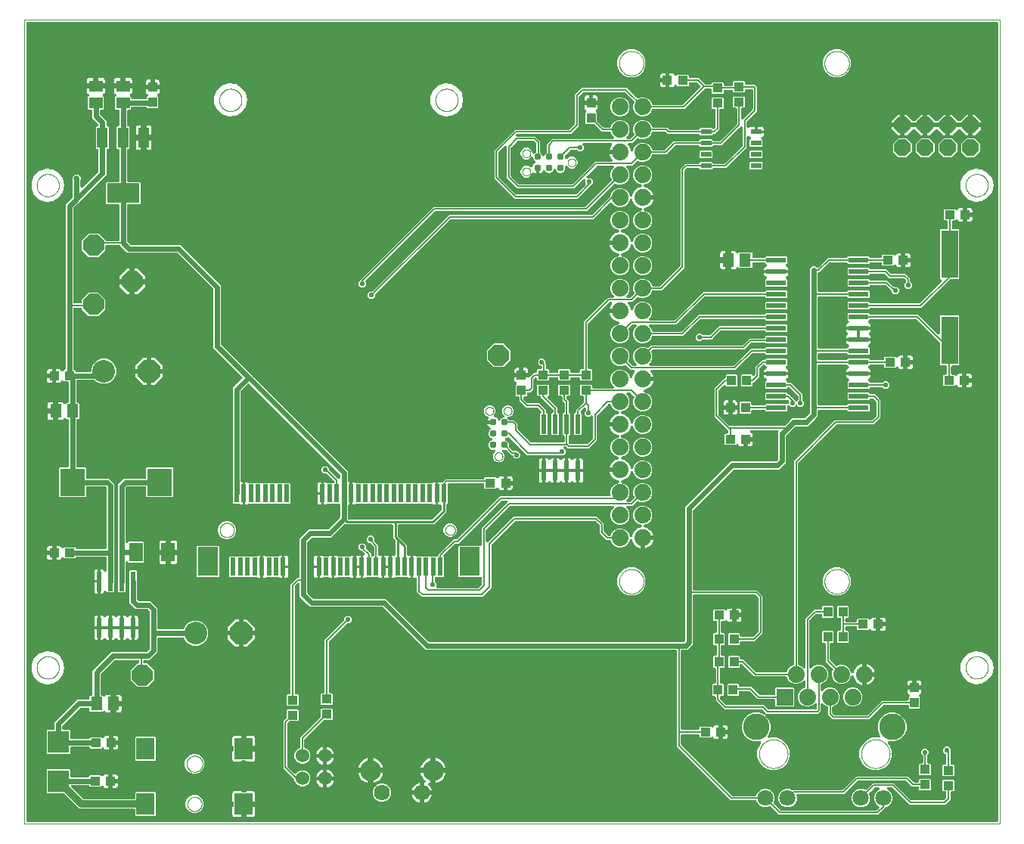
<source format=gtl>
G04 EAGLE Gerber RS-274X export*
G75*
%MOMM*%
%FSLAX34Y34*%
%LPD*%
%INTop copper*%
%IPPOS*%
%AMOC8*
5,1,8,0,0,1.08239X$1,22.5*%
G01*
%ADD10C,0.000000*%
%ADD11C,1.879600*%
%ADD12R,2.000000X2.400000*%
%ADD13R,0.600000X2.200000*%
%ADD14R,1.500000X2.100000*%
%ADD15R,2.800000X3.050000*%
%ADD16R,1.100000X1.000000*%
%ADD17R,1.219200X2.235200*%
%ADD18R,3.600000X2.200000*%
%ADD19R,2.400000X2.400000*%
%ADD20R,2.300000X3.200000*%
%ADD21R,0.600000X2.000000*%
%ADD22R,1.500000X1.300000*%
%ADD23R,1.000000X1.100000*%
%ADD24R,1.930400X5.334000*%
%ADD25R,1.879600X1.879600*%
%ADD26C,2.970000*%
%ADD27C,1.800000*%
%ADD28C,1.783081*%
%ADD29C,2.331719*%
%ADD30C,1.530000*%
%ADD31R,1.200000X0.600000*%
%ADD32C,0.787400*%
%ADD33P,1.979475X8X22.500000*%
%ADD34R,2.200000X0.600000*%
%ADD35R,1.300000X1.500000*%
%ADD36C,2.540000*%
%ADD37P,2.749271X8X22.500000*%
%ADD38P,2.573315X8X292.500000*%
%ADD39P,2.573315X8X22.500000*%
%ADD40P,0.597912X8X22.500000*%
%ADD41C,0.609600*%
%ADD42C,0.203200*%
%ADD43C,0.652400*%
%ADD44C,0.812800*%
%ADD45C,0.254000*%
%ADD46P,0.543793X8X22.500000*%

G36*
X1253802Y2004D02*
X1253802Y2004D01*
X1253828Y2002D01*
X1253975Y2024D01*
X1254122Y2041D01*
X1254147Y2049D01*
X1254173Y2053D01*
X1254311Y2108D01*
X1254450Y2158D01*
X1254472Y2172D01*
X1254497Y2182D01*
X1254618Y2267D01*
X1254743Y2347D01*
X1254761Y2366D01*
X1254783Y2381D01*
X1254882Y2491D01*
X1254985Y2598D01*
X1254999Y2620D01*
X1255016Y2640D01*
X1255088Y2770D01*
X1255164Y2897D01*
X1255172Y2922D01*
X1255185Y2945D01*
X1255225Y3088D01*
X1255270Y3229D01*
X1255272Y3255D01*
X1255280Y3280D01*
X1255299Y3524D01*
X1255299Y896476D01*
X1255296Y896502D01*
X1255298Y896528D01*
X1255276Y896675D01*
X1255259Y896822D01*
X1255251Y896847D01*
X1255247Y896873D01*
X1255192Y897011D01*
X1255142Y897150D01*
X1255128Y897172D01*
X1255118Y897197D01*
X1255033Y897318D01*
X1254953Y897443D01*
X1254934Y897461D01*
X1254919Y897483D01*
X1254809Y897582D01*
X1254702Y897685D01*
X1254680Y897699D01*
X1254660Y897716D01*
X1254530Y897788D01*
X1254403Y897864D01*
X1254378Y897872D01*
X1254355Y897885D01*
X1254212Y897925D01*
X1254071Y897970D01*
X1254045Y897972D01*
X1254020Y897980D01*
X1253776Y897999D01*
X168624Y897999D01*
X168598Y897996D01*
X168572Y897998D01*
X168425Y897976D01*
X168278Y897959D01*
X168253Y897951D01*
X168227Y897947D01*
X168089Y897892D01*
X167950Y897842D01*
X167928Y897828D01*
X167903Y897818D01*
X167782Y897733D01*
X167657Y897653D01*
X167639Y897634D01*
X167617Y897619D01*
X167518Y897509D01*
X167415Y897402D01*
X167401Y897380D01*
X167384Y897360D01*
X167312Y897230D01*
X167236Y897103D01*
X167228Y897078D01*
X167215Y897055D01*
X167175Y896912D01*
X167130Y896771D01*
X167128Y896745D01*
X167120Y896720D01*
X167101Y896476D01*
X167101Y3524D01*
X167104Y3498D01*
X167102Y3472D01*
X167124Y3325D01*
X167141Y3178D01*
X167149Y3153D01*
X167153Y3127D01*
X167208Y2989D01*
X167258Y2850D01*
X167272Y2828D01*
X167282Y2803D01*
X167367Y2682D01*
X167447Y2557D01*
X167466Y2539D01*
X167481Y2517D01*
X167591Y2418D01*
X167698Y2315D01*
X167720Y2301D01*
X167740Y2284D01*
X167870Y2212D01*
X167997Y2136D01*
X168022Y2128D01*
X168045Y2115D01*
X168188Y2075D01*
X168329Y2030D01*
X168355Y2028D01*
X168380Y2020D01*
X168624Y2001D01*
X1253776Y2001D01*
X1253802Y2004D01*
G37*
%LPC*%
G36*
X743234Y435369D02*
X743234Y435369D01*
X742489Y436114D01*
X742489Y459166D01*
X743487Y460164D01*
X743504Y460185D01*
X743524Y460202D01*
X743612Y460321D01*
X743704Y460437D01*
X743715Y460461D01*
X743731Y460482D01*
X743790Y460619D01*
X743853Y460753D01*
X743858Y460778D01*
X743869Y460802D01*
X743895Y460948D01*
X743926Y461093D01*
X743926Y461119D01*
X743931Y461145D01*
X743923Y461294D01*
X743920Y461442D01*
X743914Y461467D01*
X743913Y461493D01*
X743871Y461636D01*
X743835Y461780D01*
X743823Y461803D01*
X743816Y461828D01*
X743743Y461958D01*
X743676Y462090D01*
X743659Y462109D01*
X743646Y462132D01*
X743487Y462319D01*
X739909Y465897D01*
X739810Y465976D01*
X739716Y466060D01*
X739674Y466084D01*
X739636Y466114D01*
X739522Y466168D01*
X739411Y466229D01*
X739364Y466242D01*
X739321Y466263D01*
X739197Y466289D01*
X739076Y466324D01*
X739015Y466329D01*
X738980Y466336D01*
X738932Y466335D01*
X738832Y466343D01*
X726763Y466343D01*
X719073Y474033D01*
X719073Y477236D01*
X719070Y477262D01*
X719072Y477288D01*
X719050Y477435D01*
X719033Y477582D01*
X719025Y477607D01*
X719021Y477633D01*
X718966Y477771D01*
X718916Y477910D01*
X718902Y477932D01*
X718892Y477957D01*
X718807Y478078D01*
X718727Y478203D01*
X718708Y478221D01*
X718693Y478243D01*
X718583Y478342D01*
X718476Y478445D01*
X718454Y478459D01*
X718434Y478476D01*
X718304Y478548D01*
X718177Y478624D01*
X718152Y478632D01*
X718129Y478645D01*
X717986Y478685D01*
X717845Y478730D01*
X717819Y478732D01*
X717794Y478740D01*
X717550Y478759D01*
X715834Y478759D01*
X715089Y479504D01*
X715089Y491556D01*
X715761Y492228D01*
X715793Y492268D01*
X715830Y492302D01*
X715901Y492404D01*
X715977Y492501D01*
X715999Y492547D01*
X716028Y492589D01*
X716074Y492704D01*
X716126Y492816D01*
X716137Y492866D01*
X716156Y492913D01*
X716174Y493036D01*
X716200Y493157D01*
X716199Y493208D01*
X716206Y493258D01*
X716196Y493382D01*
X716194Y493505D01*
X716181Y493555D01*
X716177Y493606D01*
X716139Y493723D01*
X716109Y493843D01*
X716085Y493889D01*
X716070Y493937D01*
X716006Y494043D01*
X715949Y494153D01*
X715916Y494192D01*
X715890Y494236D01*
X715804Y494324D01*
X715723Y494418D01*
X715682Y494449D01*
X715647Y494485D01*
X715445Y494624D01*
X714800Y494997D01*
X714327Y495470D01*
X713992Y496049D01*
X713819Y496695D01*
X713819Y500031D01*
X720384Y500031D01*
X720410Y500034D01*
X720436Y500032D01*
X720583Y500054D01*
X720730Y500071D01*
X720755Y500079D01*
X720781Y500083D01*
X720918Y500138D01*
X721058Y500188D01*
X721080Y500202D01*
X721105Y500212D01*
X721226Y500297D01*
X721351Y500377D01*
X721363Y500390D01*
X721410Y500345D01*
X721433Y500331D01*
X721452Y500314D01*
X721582Y500242D01*
X721709Y500166D01*
X721734Y500158D01*
X721757Y500145D01*
X721900Y500105D01*
X722041Y500060D01*
X722067Y500057D01*
X722092Y500050D01*
X722336Y500031D01*
X729846Y500031D01*
X729971Y500045D01*
X730098Y500052D01*
X730144Y500065D01*
X730192Y500071D01*
X730311Y500113D01*
X730432Y500148D01*
X730475Y500172D01*
X730520Y500188D01*
X730626Y500257D01*
X730737Y500318D01*
X730783Y500358D01*
X730813Y500377D01*
X730846Y500412D01*
X730923Y500477D01*
X735263Y504817D01*
X737196Y504817D01*
X737222Y504820D01*
X737248Y504818D01*
X737395Y504840D01*
X737542Y504857D01*
X737567Y504865D01*
X737593Y504869D01*
X737731Y504924D01*
X737870Y504974D01*
X737892Y504988D01*
X737917Y504998D01*
X738038Y505083D01*
X738163Y505163D01*
X738181Y505182D01*
X738203Y505197D01*
X738302Y505307D01*
X738405Y505414D01*
X738419Y505436D01*
X738436Y505456D01*
X738508Y505586D01*
X738584Y505713D01*
X738592Y505738D01*
X738605Y505761D01*
X738645Y505904D01*
X738690Y506045D01*
X738692Y506071D01*
X738700Y506096D01*
X738719Y506340D01*
X738719Y508056D01*
X739464Y508801D01*
X742950Y508801D01*
X742976Y508804D01*
X743002Y508802D01*
X743149Y508824D01*
X743296Y508841D01*
X743321Y508849D01*
X743347Y508853D01*
X743485Y508908D01*
X743624Y508958D01*
X743646Y508972D01*
X743671Y508982D01*
X743792Y509066D01*
X743917Y509147D01*
X743935Y509166D01*
X743957Y509181D01*
X744056Y509291D01*
X744159Y509398D01*
X744173Y509420D01*
X744190Y509440D01*
X744262Y509570D01*
X744338Y509697D01*
X744346Y509722D01*
X744359Y509745D01*
X744399Y509888D01*
X744444Y510029D01*
X744446Y510055D01*
X744454Y510080D01*
X744473Y510324D01*
X744473Y511584D01*
X744470Y511610D01*
X744472Y511636D01*
X744450Y511783D01*
X744433Y511930D01*
X744425Y511955D01*
X744421Y511981D01*
X744366Y512119D01*
X744316Y512258D01*
X744302Y512280D01*
X744292Y512305D01*
X744207Y512426D01*
X744127Y512551D01*
X744108Y512569D01*
X744093Y512591D01*
X743983Y512690D01*
X743876Y512793D01*
X743854Y512807D01*
X743834Y512824D01*
X743704Y512896D01*
X743577Y512972D01*
X743552Y512980D01*
X743529Y512993D01*
X743386Y513033D01*
X743245Y513078D01*
X743219Y513080D01*
X743194Y513088D01*
X742950Y513107D01*
X742653Y513107D01*
X740437Y515323D01*
X740437Y518457D01*
X742653Y520673D01*
X745787Y520673D01*
X748003Y518457D01*
X748003Y516972D01*
X748017Y516847D01*
X748024Y516720D01*
X748037Y516674D01*
X748043Y516626D01*
X748085Y516507D01*
X748120Y516386D01*
X748144Y516343D01*
X748160Y516298D01*
X748229Y516192D01*
X748290Y516081D01*
X748330Y516035D01*
X748349Y516005D01*
X748384Y515972D01*
X748449Y515895D01*
X749047Y515297D01*
X749047Y510324D01*
X749050Y510298D01*
X749048Y510272D01*
X749070Y510125D01*
X749087Y509978D01*
X749095Y509953D01*
X749099Y509927D01*
X749154Y509789D01*
X749204Y509650D01*
X749218Y509628D01*
X749228Y509603D01*
X749313Y509482D01*
X749393Y509357D01*
X749412Y509339D01*
X749427Y509317D01*
X749537Y509218D01*
X749644Y509115D01*
X749666Y509101D01*
X749686Y509084D01*
X749816Y509012D01*
X749943Y508936D01*
X749968Y508928D01*
X749991Y508915D01*
X750134Y508875D01*
X750275Y508830D01*
X750301Y508828D01*
X750326Y508820D01*
X750570Y508801D01*
X751516Y508801D01*
X752261Y508056D01*
X752261Y506340D01*
X752264Y506314D01*
X752262Y506288D01*
X752284Y506141D01*
X752301Y505994D01*
X752309Y505969D01*
X752313Y505943D01*
X752368Y505805D01*
X752418Y505666D01*
X752432Y505644D01*
X752442Y505619D01*
X752527Y505498D01*
X752607Y505373D01*
X752626Y505355D01*
X752641Y505333D01*
X752751Y505234D01*
X752858Y505131D01*
X752880Y505117D01*
X752900Y505100D01*
X753030Y505028D01*
X753157Y504952D01*
X753182Y504944D01*
X753205Y504931D01*
X753348Y504891D01*
X753489Y504846D01*
X753515Y504844D01*
X753540Y504836D01*
X753784Y504817D01*
X761326Y504817D01*
X761352Y504820D01*
X761378Y504818D01*
X761525Y504840D01*
X761672Y504857D01*
X761697Y504865D01*
X761723Y504869D01*
X761861Y504924D01*
X762000Y504974D01*
X762022Y504988D01*
X762047Y504998D01*
X762168Y505083D01*
X762293Y505163D01*
X762311Y505182D01*
X762333Y505197D01*
X762432Y505307D01*
X762535Y505414D01*
X762549Y505436D01*
X762566Y505456D01*
X762638Y505586D01*
X762714Y505713D01*
X762722Y505738D01*
X762735Y505761D01*
X762775Y505904D01*
X762820Y506045D01*
X762822Y506071D01*
X762830Y506096D01*
X762849Y506340D01*
X762849Y508056D01*
X763594Y508801D01*
X775646Y508801D01*
X776391Y508056D01*
X776391Y506340D01*
X776394Y506314D01*
X776392Y506288D01*
X776414Y506141D01*
X776431Y505994D01*
X776439Y505969D01*
X776443Y505943D01*
X776498Y505805D01*
X776548Y505666D01*
X776562Y505644D01*
X776572Y505619D01*
X776657Y505498D01*
X776737Y505373D01*
X776756Y505355D01*
X776771Y505333D01*
X776881Y505234D01*
X776988Y505131D01*
X777010Y505117D01*
X777030Y505100D01*
X777160Y505028D01*
X777287Y504952D01*
X777312Y504944D01*
X777335Y504931D01*
X777478Y504891D01*
X777619Y504846D01*
X777645Y504844D01*
X777670Y504836D01*
X777914Y504817D01*
X785456Y504817D01*
X785482Y504820D01*
X785508Y504818D01*
X785655Y504840D01*
X785802Y504857D01*
X785827Y504865D01*
X785853Y504869D01*
X785991Y504924D01*
X786130Y504974D01*
X786152Y504988D01*
X786177Y504998D01*
X786298Y505083D01*
X786423Y505163D01*
X786441Y505182D01*
X786463Y505197D01*
X786562Y505307D01*
X786665Y505414D01*
X786679Y505436D01*
X786696Y505456D01*
X786768Y505586D01*
X786844Y505713D01*
X786852Y505738D01*
X786865Y505761D01*
X786905Y505904D01*
X786950Y506045D01*
X786952Y506071D01*
X786960Y506096D01*
X786979Y506340D01*
X786979Y508056D01*
X787724Y508801D01*
X789940Y508801D01*
X789966Y508804D01*
X789992Y508802D01*
X790139Y508824D01*
X790286Y508841D01*
X790311Y508849D01*
X790337Y508853D01*
X790475Y508908D01*
X790614Y508958D01*
X790636Y508972D01*
X790661Y508982D01*
X790782Y509066D01*
X790907Y509147D01*
X790925Y509166D01*
X790947Y509181D01*
X791046Y509291D01*
X791149Y509398D01*
X791163Y509420D01*
X791180Y509440D01*
X791252Y509570D01*
X791328Y509697D01*
X791336Y509722D01*
X791349Y509745D01*
X791389Y509888D01*
X791434Y510029D01*
X791436Y510055D01*
X791444Y510080D01*
X791463Y510324D01*
X791463Y562287D01*
X793249Y564073D01*
X816417Y587241D01*
X818203Y589027D01*
X823678Y589027D01*
X823778Y589038D01*
X823878Y589040D01*
X823950Y589058D01*
X824024Y589067D01*
X824119Y589100D01*
X824216Y589125D01*
X824282Y589159D01*
X824352Y589184D01*
X824437Y589239D01*
X824526Y589285D01*
X824583Y589333D01*
X824645Y589373D01*
X824715Y589445D01*
X824791Y589510D01*
X824835Y589570D01*
X824887Y589624D01*
X824939Y589710D01*
X824999Y589791D01*
X825028Y589859D01*
X825066Y589923D01*
X825097Y590019D01*
X825137Y590111D01*
X825150Y590184D01*
X825172Y590255D01*
X825180Y590355D01*
X825198Y590454D01*
X825194Y590528D01*
X825200Y590602D01*
X825185Y590702D01*
X825180Y590802D01*
X825160Y590873D01*
X825149Y590947D01*
X825112Y591040D01*
X825084Y591137D01*
X825047Y591202D01*
X825020Y591271D01*
X824963Y591353D01*
X824914Y591441D01*
X824848Y591517D01*
X824821Y591557D01*
X824795Y591581D01*
X824755Y591627D01*
X822881Y593502D01*
X821256Y597423D01*
X821256Y601667D01*
X822881Y605588D01*
X825882Y608589D01*
X829803Y610214D01*
X834047Y610214D01*
X837968Y608589D01*
X840969Y605588D01*
X842594Y601667D01*
X842594Y597423D01*
X840969Y593502D01*
X839095Y591627D01*
X839033Y591549D01*
X838963Y591476D01*
X838924Y591412D01*
X838878Y591354D01*
X838835Y591263D01*
X838784Y591177D01*
X838761Y591106D01*
X838729Y591039D01*
X838708Y590941D01*
X838678Y590845D01*
X838672Y590771D01*
X838656Y590698D01*
X838658Y590598D01*
X838650Y590498D01*
X838661Y590424D01*
X838662Y590350D01*
X838686Y590253D01*
X838701Y590153D01*
X838729Y590084D01*
X838747Y590012D01*
X838793Y589923D01*
X838830Y589829D01*
X838873Y589768D01*
X838907Y589702D01*
X838972Y589625D01*
X839029Y589543D01*
X839084Y589493D01*
X839132Y589437D01*
X839213Y589377D01*
X839288Y589310D01*
X839353Y589274D01*
X839413Y589229D01*
X839505Y589190D01*
X839593Y589141D01*
X839664Y589121D01*
X839733Y589091D01*
X839832Y589074D01*
X839928Y589046D01*
X840028Y589038D01*
X840076Y589030D01*
X840111Y589032D01*
X840172Y589027D01*
X842942Y589027D01*
X843067Y589041D01*
X843194Y589048D01*
X843240Y589061D01*
X843288Y589067D01*
X843407Y589109D01*
X843528Y589144D01*
X843571Y589168D01*
X843616Y589184D01*
X843722Y589253D01*
X843833Y589314D01*
X843879Y589354D01*
X843909Y589373D01*
X843942Y589408D01*
X844019Y589473D01*
X847493Y592947D01*
X847540Y593006D01*
X847595Y593060D01*
X847648Y593142D01*
X847709Y593220D01*
X847742Y593289D01*
X847783Y593353D01*
X847816Y593446D01*
X847858Y593535D01*
X847874Y593609D01*
X847900Y593681D01*
X847911Y593779D01*
X847932Y593875D01*
X847930Y593952D01*
X847939Y594028D01*
X847927Y594126D01*
X847926Y594224D01*
X847907Y594298D01*
X847898Y594374D01*
X847852Y594516D01*
X847841Y594562D01*
X847832Y594579D01*
X847823Y594607D01*
X846656Y597423D01*
X846656Y601667D01*
X848281Y605588D01*
X851282Y608589D01*
X855203Y610214D01*
X859447Y610214D01*
X863368Y608589D01*
X866369Y605588D01*
X867536Y602772D01*
X867573Y602705D01*
X867601Y602634D01*
X867658Y602554D01*
X867705Y602467D01*
X867757Y602411D01*
X867800Y602348D01*
X867873Y602282D01*
X867940Y602209D01*
X868002Y602166D01*
X868059Y602115D01*
X868145Y602067D01*
X868226Y602011D01*
X868297Y601983D01*
X868364Y601946D01*
X868459Y601919D01*
X868550Y601883D01*
X868626Y601872D01*
X868700Y601851D01*
X868848Y601839D01*
X868895Y601832D01*
X868914Y601834D01*
X868943Y601832D01*
X876097Y601832D01*
X876222Y601846D01*
X876349Y601853D01*
X876395Y601866D01*
X876443Y601872D01*
X876562Y601914D01*
X876683Y601949D01*
X876726Y601973D01*
X876771Y601989D01*
X876877Y602058D01*
X876988Y602119D01*
X877034Y602159D01*
X877064Y602178D01*
X877097Y602213D01*
X877174Y602278D01*
X898967Y624071D01*
X899046Y624170D01*
X899130Y624264D01*
X899154Y624306D01*
X899184Y624344D01*
X899238Y624458D01*
X899299Y624569D01*
X899312Y624616D01*
X899333Y624659D01*
X899359Y624783D01*
X899394Y624904D01*
X899399Y624965D01*
X899406Y625000D01*
X899405Y625048D01*
X899413Y625148D01*
X899413Y733737D01*
X901199Y735523D01*
X902777Y737101D01*
X904563Y738887D01*
X919516Y738887D01*
X919542Y738890D01*
X919568Y738888D01*
X919715Y738910D01*
X919862Y738927D01*
X919887Y738935D01*
X919913Y738939D01*
X920051Y738994D01*
X920190Y739044D01*
X920212Y739058D01*
X920237Y739068D01*
X920358Y739153D01*
X920483Y739233D01*
X920501Y739252D01*
X920523Y739267D01*
X920622Y739377D01*
X920725Y739484D01*
X920739Y739506D01*
X920756Y739526D01*
X920828Y739656D01*
X920904Y739783D01*
X920912Y739808D01*
X920925Y739831D01*
X920965Y739974D01*
X921002Y740089D01*
X921784Y740871D01*
X934836Y740871D01*
X935618Y740089D01*
X935621Y740064D01*
X935629Y740039D01*
X935633Y740013D01*
X935688Y739875D01*
X935738Y739736D01*
X935752Y739714D01*
X935762Y739689D01*
X935847Y739568D01*
X935927Y739443D01*
X935946Y739425D01*
X935961Y739403D01*
X936071Y739304D01*
X936178Y739201D01*
X936200Y739187D01*
X936220Y739170D01*
X936350Y739098D01*
X936477Y739022D01*
X936502Y739014D01*
X936525Y739001D01*
X936668Y738961D01*
X936809Y738916D01*
X936835Y738914D01*
X936860Y738906D01*
X937104Y738887D01*
X948382Y738887D01*
X948507Y738901D01*
X948634Y738908D01*
X948680Y738921D01*
X948728Y738927D01*
X948847Y738969D01*
X948968Y739004D01*
X949011Y739028D01*
X949056Y739044D01*
X949162Y739113D01*
X949273Y739174D01*
X949319Y739214D01*
X949349Y739233D01*
X949382Y739268D01*
X949459Y739333D01*
X968817Y758691D01*
X968896Y758790D01*
X968980Y758884D01*
X969004Y758926D01*
X969034Y758964D01*
X969088Y759078D01*
X969149Y759189D01*
X969162Y759236D01*
X969183Y759279D01*
X969209Y759402D01*
X969244Y759524D01*
X969249Y759585D01*
X969256Y759620D01*
X969255Y759668D01*
X969263Y759768D01*
X969263Y779472D01*
X969252Y779572D01*
X969250Y779672D01*
X969232Y779744D01*
X969223Y779818D01*
X969189Y779913D01*
X969165Y780010D01*
X969131Y780076D01*
X969106Y780146D01*
X969051Y780231D01*
X969005Y780320D01*
X968957Y780377D01*
X968917Y780439D01*
X968845Y780509D01*
X968780Y780585D01*
X968720Y780629D01*
X968666Y780681D01*
X968580Y780733D01*
X968499Y780792D01*
X968431Y780822D01*
X968367Y780860D01*
X968272Y780891D01*
X968179Y780930D01*
X968106Y780944D01*
X968035Y780966D01*
X967935Y780974D01*
X967836Y780992D01*
X967762Y780988D01*
X967688Y780994D01*
X967588Y780979D01*
X967488Y780974D01*
X967417Y780954D01*
X967343Y780943D01*
X967250Y780905D01*
X967153Y780878D01*
X967088Y780841D01*
X967019Y780814D01*
X966937Y780757D01*
X966849Y780707D01*
X966773Y780642D01*
X966733Y780615D01*
X966709Y780588D01*
X966663Y780549D01*
X965701Y779587D01*
X945827Y759713D01*
X937104Y759713D01*
X937078Y759710D01*
X937052Y759712D01*
X936905Y759690D01*
X936758Y759673D01*
X936733Y759665D01*
X936707Y759661D01*
X936569Y759606D01*
X936430Y759556D01*
X936408Y759542D01*
X936383Y759532D01*
X936262Y759447D01*
X936137Y759367D01*
X936119Y759348D01*
X936097Y759333D01*
X935998Y759223D01*
X935895Y759116D01*
X935881Y759094D01*
X935864Y759074D01*
X935792Y758944D01*
X935716Y758817D01*
X935708Y758792D01*
X935695Y758769D01*
X935655Y758626D01*
X935618Y758511D01*
X934836Y757729D01*
X921784Y757729D01*
X921002Y758511D01*
X920999Y758536D01*
X920991Y758561D01*
X920987Y758587D01*
X920932Y758725D01*
X920882Y758864D01*
X920868Y758886D01*
X920858Y758911D01*
X920773Y759032D01*
X920693Y759157D01*
X920674Y759175D01*
X920659Y759197D01*
X920549Y759296D01*
X920442Y759399D01*
X920420Y759413D01*
X920400Y759430D01*
X920270Y759502D01*
X920143Y759578D01*
X920118Y759586D01*
X920095Y759599D01*
X919952Y759639D01*
X919811Y759684D01*
X919785Y759686D01*
X919760Y759694D01*
X919516Y759713D01*
X894388Y759713D01*
X894263Y759699D01*
X894136Y759692D01*
X894090Y759679D01*
X894042Y759673D01*
X893923Y759631D01*
X893802Y759596D01*
X893759Y759572D01*
X893714Y759556D01*
X893608Y759487D01*
X893497Y759426D01*
X893451Y759386D01*
X893421Y759367D01*
X893388Y759332D01*
X893311Y759267D01*
X883702Y749658D01*
X868943Y749658D01*
X868868Y749650D01*
X868791Y749651D01*
X868695Y749630D01*
X868597Y749618D01*
X868525Y749593D01*
X868451Y749576D01*
X868362Y749534D01*
X868269Y749501D01*
X868205Y749459D01*
X868136Y749427D01*
X868059Y749365D01*
X867976Y749312D01*
X867923Y749257D01*
X867863Y749209D01*
X867802Y749132D01*
X867734Y749061D01*
X867695Y748996D01*
X867647Y748936D01*
X867579Y748802D01*
X867555Y748762D01*
X867549Y748744D01*
X867536Y748718D01*
X866369Y745902D01*
X863368Y742901D01*
X859447Y741276D01*
X855203Y741276D01*
X852387Y742443D01*
X852313Y742464D01*
X852243Y742494D01*
X852146Y742511D01*
X852051Y742538D01*
X851975Y742542D01*
X851900Y742556D01*
X851802Y742551D01*
X851703Y742555D01*
X851628Y742542D01*
X851552Y742538D01*
X851457Y742511D01*
X851361Y742493D01*
X851290Y742462D01*
X851217Y742441D01*
X851131Y742393D01*
X851041Y742354D01*
X850980Y742308D01*
X850913Y742271D01*
X850799Y742174D01*
X850761Y742146D01*
X850749Y742132D01*
X850727Y742113D01*
X845467Y736853D01*
X840382Y736853D01*
X840282Y736842D01*
X840182Y736840D01*
X840110Y736822D01*
X840036Y736813D01*
X839941Y736780D01*
X839844Y736755D01*
X839778Y736721D01*
X839708Y736696D01*
X839623Y736641D01*
X839534Y736595D01*
X839477Y736547D01*
X839415Y736507D01*
X839345Y736435D01*
X839269Y736370D01*
X839225Y736310D01*
X839173Y736256D01*
X839121Y736170D01*
X839061Y736089D01*
X839032Y736021D01*
X838994Y735957D01*
X838963Y735861D01*
X838923Y735769D01*
X838910Y735696D01*
X838888Y735625D01*
X838880Y735525D01*
X838862Y735426D01*
X838866Y735352D01*
X838860Y735278D01*
X838875Y735178D01*
X838880Y735078D01*
X838900Y735007D01*
X838911Y734933D01*
X838948Y734840D01*
X838976Y734743D01*
X839013Y734678D01*
X839040Y734609D01*
X839097Y734527D01*
X839146Y734439D01*
X839212Y734363D01*
X839239Y734323D01*
X839265Y734299D01*
X839305Y734253D01*
X840969Y732588D01*
X842594Y728667D01*
X842594Y724423D01*
X840969Y720502D01*
X837968Y717501D01*
X834047Y715876D01*
X829803Y715876D01*
X826987Y717043D01*
X826913Y717064D01*
X826843Y717094D01*
X826746Y717111D01*
X826651Y717138D01*
X826575Y717142D01*
X826500Y717156D01*
X826402Y717151D01*
X826303Y717155D01*
X826228Y717142D01*
X826152Y717138D01*
X826057Y717111D01*
X825961Y717093D01*
X825890Y717062D01*
X825817Y717041D01*
X825731Y716993D01*
X825641Y716954D01*
X825580Y716908D01*
X825513Y716871D01*
X825399Y716774D01*
X825361Y716746D01*
X825349Y716732D01*
X825327Y716713D01*
X794667Y686053D01*
X625148Y686053D01*
X625023Y686039D01*
X624896Y686032D01*
X624850Y686019D01*
X624802Y686013D01*
X624683Y685971D01*
X624561Y685936D01*
X624519Y685912D01*
X624474Y685896D01*
X624368Y685827D01*
X624257Y685766D01*
X624211Y685726D01*
X624181Y685707D01*
X624147Y685672D01*
X624071Y685607D01*
X547201Y608737D01*
X547184Y608716D01*
X547164Y608699D01*
X547076Y608580D01*
X546984Y608464D01*
X546973Y608440D01*
X546957Y608419D01*
X546898Y608283D01*
X546835Y608149D01*
X546830Y608123D01*
X546819Y608099D01*
X546793Y607953D01*
X546762Y607808D01*
X546762Y607782D01*
X546758Y607756D01*
X546765Y607607D01*
X546768Y607459D01*
X546774Y607434D01*
X546775Y607408D01*
X546816Y607265D01*
X546853Y607121D01*
X546865Y607098D01*
X546872Y607073D01*
X546944Y606944D01*
X547012Y606812D01*
X547029Y606792D01*
X547042Y606769D01*
X547201Y606583D01*
X547593Y606190D01*
X547593Y602850D01*
X545230Y600487D01*
X541890Y600487D01*
X539527Y602850D01*
X539527Y606190D01*
X540827Y607490D01*
X540906Y607589D01*
X540990Y607683D01*
X541014Y607725D01*
X541044Y607763D01*
X541098Y607877D01*
X541159Y607988D01*
X541172Y608035D01*
X541193Y608078D01*
X541219Y608202D01*
X541254Y608324D01*
X541259Y608384D01*
X541266Y608419D01*
X541265Y608467D01*
X541273Y608567D01*
X541273Y609277D01*
X543059Y611063D01*
X620837Y688841D01*
X622623Y690627D01*
X792142Y690627D01*
X792267Y690641D01*
X792394Y690648D01*
X792440Y690661D01*
X792488Y690667D01*
X792607Y690709D01*
X792728Y690744D01*
X792771Y690768D01*
X792816Y690784D01*
X792922Y690853D01*
X793033Y690914D01*
X793079Y690954D01*
X793109Y690973D01*
X793142Y691008D01*
X793219Y691073D01*
X822093Y719947D01*
X822140Y720006D01*
X822195Y720060D01*
X822248Y720142D01*
X822309Y720220D01*
X822342Y720289D01*
X822383Y720353D01*
X822416Y720446D01*
X822458Y720535D01*
X822474Y720609D01*
X822500Y720681D01*
X822511Y720779D01*
X822532Y720875D01*
X822530Y720952D01*
X822539Y721028D01*
X822527Y721126D01*
X822526Y721224D01*
X822507Y721298D01*
X822498Y721374D01*
X822452Y721516D01*
X822441Y721562D01*
X822432Y721579D01*
X822423Y721607D01*
X821256Y724423D01*
X821256Y728667D01*
X822881Y732588D01*
X824545Y734253D01*
X824607Y734331D01*
X824677Y734404D01*
X824716Y734468D01*
X824762Y734526D01*
X824805Y734617D01*
X824856Y734703D01*
X824879Y734774D01*
X824911Y734841D01*
X824932Y734939D01*
X824962Y735035D01*
X824968Y735109D01*
X824984Y735182D01*
X824982Y735282D01*
X824990Y735382D01*
X824979Y735456D01*
X824978Y735530D01*
X824954Y735627D01*
X824939Y735727D01*
X824911Y735796D01*
X824893Y735868D01*
X824847Y735957D01*
X824810Y736051D01*
X824767Y736112D01*
X824733Y736178D01*
X824668Y736254D01*
X824611Y736337D01*
X824556Y736387D01*
X824508Y736443D01*
X824427Y736503D01*
X824352Y736570D01*
X824287Y736606D01*
X824227Y736651D01*
X824135Y736690D01*
X824047Y736739D01*
X823976Y736759D01*
X823907Y736789D01*
X823808Y736806D01*
X823712Y736834D01*
X823612Y736842D01*
X823564Y736850D01*
X823529Y736848D01*
X823468Y736853D01*
X806758Y736853D01*
X806633Y736839D01*
X806506Y736832D01*
X806460Y736819D01*
X806412Y736813D01*
X806293Y736771D01*
X806171Y736736D01*
X806129Y736712D01*
X806084Y736696D01*
X805978Y736627D01*
X805867Y736566D01*
X805821Y736526D01*
X805791Y736507D01*
X805757Y736472D01*
X805681Y736407D01*
X794727Y725453D01*
X794665Y725375D01*
X794595Y725302D01*
X794557Y725238D01*
X794510Y725180D01*
X794467Y725089D01*
X794416Y725003D01*
X794393Y724932D01*
X794361Y724865D01*
X794340Y724767D01*
X794310Y724671D01*
X794304Y724597D01*
X794288Y724524D01*
X794290Y724424D01*
X794282Y724324D01*
X794293Y724250D01*
X794294Y724176D01*
X794319Y724079D01*
X794333Y723979D01*
X794361Y723910D01*
X794379Y723838D01*
X794425Y723748D01*
X794462Y723655D01*
X794505Y723594D01*
X794539Y723528D01*
X794604Y723451D01*
X794661Y723369D01*
X794716Y723319D01*
X794765Y723263D01*
X794845Y723203D01*
X794920Y723136D01*
X794985Y723100D01*
X795045Y723055D01*
X795137Y723016D01*
X795225Y722967D01*
X795297Y722947D01*
X795365Y722917D01*
X795464Y722900D01*
X795560Y722872D01*
X795660Y722864D01*
X795708Y722856D01*
X795744Y722858D01*
X795804Y722853D01*
X799230Y722853D01*
X801593Y720490D01*
X801593Y717150D01*
X800293Y715850D01*
X800214Y715751D01*
X800130Y715657D01*
X800106Y715615D01*
X800076Y715577D01*
X800063Y715549D01*
X784537Y700023D01*
X714063Y700023D01*
X691133Y722953D01*
X691133Y754057D01*
X692919Y755843D01*
X712277Y775201D01*
X714063Y776987D01*
X774392Y776987D01*
X774517Y777001D01*
X774644Y777008D01*
X774690Y777021D01*
X774738Y777027D01*
X774857Y777069D01*
X774979Y777104D01*
X775021Y777128D01*
X775066Y777144D01*
X775172Y777213D01*
X775283Y777274D01*
X775329Y777314D01*
X775359Y777333D01*
X775393Y777368D01*
X775469Y777433D01*
X780857Y782821D01*
X780936Y782920D01*
X781020Y783014D01*
X781044Y783056D01*
X781074Y783094D01*
X781128Y783208D01*
X781189Y783319D01*
X781202Y783366D01*
X781223Y783409D01*
X781249Y783533D01*
X781284Y783654D01*
X781289Y783715D01*
X781296Y783750D01*
X781295Y783798D01*
X781303Y783898D01*
X781303Y816287D01*
X788993Y823977D01*
X839327Y823977D01*
X841113Y822191D01*
X850727Y812577D01*
X850786Y812530D01*
X850840Y812475D01*
X850922Y812422D01*
X851000Y812361D01*
X851069Y812328D01*
X851133Y812287D01*
X851226Y812254D01*
X851315Y812212D01*
X851389Y812196D01*
X851461Y812170D01*
X851559Y812159D01*
X851655Y812138D01*
X851732Y812140D01*
X851808Y812131D01*
X851906Y812143D01*
X852004Y812144D01*
X852078Y812163D01*
X852154Y812172D01*
X852296Y812218D01*
X852342Y812229D01*
X852359Y812238D01*
X852387Y812247D01*
X855203Y813414D01*
X859447Y813414D01*
X863368Y811789D01*
X866369Y808788D01*
X867536Y805972D01*
X867573Y805905D01*
X867601Y805834D01*
X867658Y805754D01*
X867705Y805667D01*
X867757Y805611D01*
X867800Y805548D01*
X867873Y805482D01*
X867940Y805409D01*
X868002Y805366D01*
X868059Y805315D01*
X868145Y805267D01*
X868226Y805211D01*
X868297Y805183D01*
X868364Y805146D01*
X868459Y805119D01*
X868550Y805083D01*
X868626Y805072D01*
X868700Y805051D01*
X868848Y805039D01*
X868895Y805032D01*
X868914Y805034D01*
X868943Y805032D01*
X901497Y805032D01*
X901622Y805046D01*
X901749Y805053D01*
X901795Y805066D01*
X901843Y805072D01*
X901962Y805114D01*
X902083Y805149D01*
X902126Y805173D01*
X902171Y805189D01*
X902278Y805258D01*
X902388Y805319D01*
X902434Y805359D01*
X902464Y805378D01*
X902498Y805413D01*
X902574Y805478D01*
X921519Y824423D01*
X921535Y824443D01*
X921555Y824460D01*
X921644Y824580D01*
X921736Y824696D01*
X921747Y824720D01*
X921762Y824741D01*
X921821Y824877D01*
X921884Y825011D01*
X921890Y825037D01*
X921900Y825061D01*
X921927Y825207D01*
X921958Y825352D01*
X921957Y825378D01*
X921962Y825404D01*
X921954Y825552D01*
X921952Y825700D01*
X921945Y825726D01*
X921944Y825752D01*
X921903Y825894D01*
X921867Y826038D01*
X921855Y826061D01*
X921848Y826087D01*
X921775Y826216D01*
X921707Y826348D01*
X921690Y826368D01*
X921677Y826391D01*
X921519Y826577D01*
X918344Y829752D01*
X918245Y829831D01*
X918151Y829915D01*
X918109Y829939D01*
X918071Y829969D01*
X917957Y830023D01*
X917846Y830084D01*
X917799Y830097D01*
X917756Y830118D01*
X917632Y830144D01*
X917511Y830179D01*
X917450Y830184D01*
X917415Y830191D01*
X917367Y830190D01*
X917267Y830198D01*
X910239Y830198D01*
X910213Y830195D01*
X910187Y830197D01*
X910040Y830175D01*
X909893Y830158D01*
X909868Y830150D01*
X909842Y830146D01*
X909704Y830091D01*
X909565Y830041D01*
X909543Y830027D01*
X909518Y830017D01*
X909397Y829932D01*
X909272Y829852D01*
X909254Y829833D01*
X909232Y829818D01*
X909133Y829708D01*
X909030Y829601D01*
X909016Y829579D01*
X908999Y829559D01*
X908927Y829429D01*
X908851Y829302D01*
X908843Y829277D01*
X908830Y829254D01*
X908790Y829111D01*
X908745Y828970D01*
X908743Y828944D01*
X908735Y828919D01*
X908716Y828675D01*
X908716Y826959D01*
X907971Y826214D01*
X895919Y826214D01*
X895247Y826886D01*
X895207Y826918D01*
X895173Y826955D01*
X895071Y827026D01*
X894974Y827103D01*
X894928Y827124D01*
X894886Y827153D01*
X894771Y827199D01*
X894659Y827251D01*
X894609Y827262D01*
X894562Y827281D01*
X894439Y827299D01*
X894318Y827325D01*
X894267Y827324D01*
X894217Y827331D01*
X894093Y827321D01*
X893970Y827319D01*
X893920Y827306D01*
X893869Y827302D01*
X893752Y827264D01*
X893632Y827234D01*
X893586Y827210D01*
X893538Y827195D01*
X893432Y827131D01*
X893322Y827074D01*
X893283Y827041D01*
X893239Y827015D01*
X893151Y826929D01*
X893057Y826848D01*
X893026Y826807D01*
X892990Y826772D01*
X892851Y826570D01*
X892478Y825925D01*
X892005Y825452D01*
X891426Y825117D01*
X890780Y824944D01*
X887444Y824944D01*
X887444Y831509D01*
X887441Y831535D01*
X887443Y831561D01*
X887421Y831708D01*
X887404Y831855D01*
X887396Y831880D01*
X887392Y831906D01*
X887337Y832043D01*
X887287Y832183D01*
X887273Y832205D01*
X887263Y832230D01*
X887178Y832351D01*
X887098Y832476D01*
X887085Y832488D01*
X887130Y832535D01*
X887144Y832558D01*
X887161Y832577D01*
X887233Y832707D01*
X887309Y832834D01*
X887317Y832859D01*
X887330Y832882D01*
X887370Y833025D01*
X887415Y833166D01*
X887417Y833192D01*
X887425Y833217D01*
X887444Y833461D01*
X887444Y840026D01*
X890780Y840026D01*
X891426Y839853D01*
X892005Y839518D01*
X892478Y839045D01*
X892851Y838400D01*
X892881Y838359D01*
X892905Y838313D01*
X892985Y838219D01*
X893058Y838120D01*
X893097Y838087D01*
X893130Y838048D01*
X893230Y837974D01*
X893324Y837894D01*
X893370Y837871D01*
X893411Y837841D01*
X893524Y837792D01*
X893634Y837735D01*
X893684Y837723D01*
X893731Y837703D01*
X893852Y837681D01*
X893972Y837651D01*
X894023Y837650D01*
X894074Y837641D01*
X894197Y837647D01*
X894321Y837645D01*
X894371Y837656D01*
X894422Y837659D01*
X894540Y837693D01*
X894661Y837719D01*
X894708Y837741D01*
X894757Y837755D01*
X894864Y837816D01*
X894976Y837869D01*
X895016Y837901D01*
X895061Y837926D01*
X895247Y838084D01*
X895919Y838756D01*
X907971Y838756D01*
X908716Y838011D01*
X908716Y836295D01*
X908719Y836269D01*
X908717Y836243D01*
X908739Y836096D01*
X908756Y835949D01*
X908764Y835924D01*
X908768Y835898D01*
X908823Y835760D01*
X908873Y835621D01*
X908887Y835599D01*
X908897Y835574D01*
X908982Y835453D01*
X909062Y835328D01*
X909081Y835310D01*
X909096Y835288D01*
X909206Y835189D01*
X909313Y835086D01*
X909335Y835072D01*
X909355Y835055D01*
X909485Y834983D01*
X909612Y834907D01*
X909637Y834899D01*
X909660Y834886D01*
X909803Y834846D01*
X909944Y834801D01*
X909970Y834799D01*
X909995Y834791D01*
X910239Y834772D01*
X919792Y834772D01*
X926331Y828233D01*
X926430Y828154D01*
X926524Y828070D01*
X926566Y828046D01*
X926604Y828016D01*
X926718Y827962D01*
X926829Y827901D01*
X926876Y827888D01*
X926919Y827867D01*
X927043Y827841D01*
X927164Y827806D01*
X927225Y827801D01*
X927260Y827794D01*
X927308Y827795D01*
X927408Y827787D01*
X932776Y827787D01*
X932802Y827790D01*
X932828Y827788D01*
X932975Y827810D01*
X933122Y827827D01*
X933147Y827835D01*
X933173Y827839D01*
X933311Y827894D01*
X933450Y827944D01*
X933472Y827958D01*
X933497Y827968D01*
X933618Y828053D01*
X933743Y828133D01*
X933761Y828152D01*
X933783Y828167D01*
X933882Y828277D01*
X933985Y828384D01*
X933999Y828406D01*
X934016Y828426D01*
X934088Y828556D01*
X934164Y828683D01*
X934172Y828708D01*
X934185Y828731D01*
X934225Y828874D01*
X934270Y829015D01*
X934272Y829041D01*
X934280Y829066D01*
X934299Y829310D01*
X934299Y829366D01*
X935044Y830111D01*
X947096Y830111D01*
X947841Y829366D01*
X947841Y827650D01*
X947844Y827624D01*
X947842Y827598D01*
X947864Y827451D01*
X947881Y827304D01*
X947889Y827279D01*
X947893Y827253D01*
X947948Y827115D01*
X947998Y826976D01*
X948012Y826954D01*
X948022Y826929D01*
X948107Y826808D01*
X948187Y826683D01*
X948206Y826665D01*
X948221Y826643D01*
X948331Y826544D01*
X948438Y826441D01*
X948460Y826427D01*
X948480Y826410D01*
X948610Y826338D01*
X948737Y826262D01*
X948762Y826254D01*
X948785Y826241D01*
X948928Y826201D01*
X949069Y826156D01*
X949095Y826154D01*
X949120Y826146D01*
X949364Y826127D01*
X956906Y826127D01*
X956932Y826130D01*
X956958Y826128D01*
X957105Y826150D01*
X957252Y826167D01*
X957277Y826175D01*
X957303Y826179D01*
X957441Y826234D01*
X957580Y826284D01*
X957602Y826298D01*
X957627Y826308D01*
X957748Y826393D01*
X957873Y826473D01*
X957891Y826492D01*
X957913Y826507D01*
X958012Y826617D01*
X958115Y826724D01*
X958129Y826746D01*
X958146Y826766D01*
X958218Y826896D01*
X958294Y827023D01*
X958302Y827048D01*
X958315Y827071D01*
X958355Y827214D01*
X958400Y827355D01*
X958402Y827381D01*
X958410Y827406D01*
X958429Y827650D01*
X958429Y830636D01*
X959174Y831381D01*
X971226Y831381D01*
X971971Y830636D01*
X971971Y828920D01*
X971974Y828894D01*
X971972Y828868D01*
X971994Y828721D01*
X972011Y828574D01*
X972019Y828549D01*
X972023Y828523D01*
X972078Y828385D01*
X972128Y828246D01*
X972142Y828224D01*
X972152Y828199D01*
X972237Y828078D01*
X972317Y827953D01*
X972336Y827935D01*
X972351Y827913D01*
X972461Y827814D01*
X972568Y827711D01*
X972590Y827697D01*
X972610Y827680D01*
X972740Y827608D01*
X972867Y827532D01*
X972892Y827524D01*
X972915Y827511D01*
X973058Y827471D01*
X973199Y827426D01*
X973225Y827424D01*
X973250Y827416D01*
X973494Y827397D01*
X983047Y827397D01*
X985267Y825177D01*
X985267Y797883D01*
X974283Y786899D01*
X974204Y786800D01*
X974120Y786706D01*
X974096Y786664D01*
X974066Y786626D01*
X974012Y786512D01*
X973951Y786401D01*
X973938Y786354D01*
X973917Y786311D01*
X973891Y786187D01*
X973856Y786066D01*
X973851Y786005D01*
X973844Y785970D01*
X973845Y785922D01*
X973837Y785822D01*
X973837Y780497D01*
X973848Y780398D01*
X973850Y780297D01*
X973868Y780225D01*
X973877Y780151D01*
X973910Y780056D01*
X973935Y779959D01*
X973969Y779893D01*
X973994Y779823D01*
X974049Y779739D01*
X974095Y779649D01*
X974143Y779593D01*
X974183Y779530D01*
X974255Y779460D01*
X974320Y779384D01*
X974380Y779340D01*
X974434Y779288D01*
X974520Y779236D01*
X974601Y779177D01*
X974669Y779147D01*
X974733Y779109D01*
X974828Y779079D01*
X974921Y779039D01*
X974994Y779026D01*
X975065Y779003D01*
X975165Y778995D01*
X975264Y778977D01*
X975338Y778981D01*
X975412Y778975D01*
X975511Y778990D01*
X975612Y778995D01*
X975683Y779016D01*
X975757Y779027D01*
X975850Y779064D01*
X975947Y779092D01*
X976012Y779128D01*
X976081Y779155D01*
X976163Y779213D01*
X976251Y779262D01*
X976327Y779327D01*
X976367Y779354D01*
X976391Y779381D01*
X976437Y779420D01*
X976750Y779733D01*
X977329Y780068D01*
X977975Y780241D01*
X982787Y780241D01*
X982787Y774700D01*
X982790Y774674D01*
X982787Y774648D01*
X982809Y774501D01*
X982826Y774354D01*
X982835Y774329D01*
X982839Y774303D01*
X982894Y774166D01*
X982944Y774026D01*
X982958Y774004D01*
X982968Y773980D01*
X983052Y773858D01*
X983133Y773733D01*
X983152Y773715D01*
X983167Y773693D01*
X983277Y773594D01*
X983384Y773491D01*
X983407Y773477D01*
X983426Y773459D01*
X983556Y773388D01*
X983683Y773312D01*
X983708Y773304D01*
X983731Y773291D01*
X983874Y773251D01*
X984015Y773205D01*
X984041Y773203D01*
X984067Y773196D01*
X984310Y773177D01*
X992851Y773177D01*
X992851Y771365D01*
X992678Y770719D01*
X992343Y770140D01*
X991870Y769667D01*
X991291Y769332D01*
X991040Y769265D01*
X990901Y769210D01*
X990760Y769160D01*
X990739Y769146D01*
X990716Y769137D01*
X990593Y769052D01*
X990467Y768971D01*
X990450Y768953D01*
X990430Y768939D01*
X990329Y768828D01*
X990225Y768720D01*
X990212Y768699D01*
X990196Y768680D01*
X990123Y768550D01*
X990046Y768421D01*
X990039Y768397D01*
X990027Y768376D01*
X989986Y768232D01*
X989940Y768089D01*
X989938Y768064D01*
X989931Y768041D01*
X989924Y767891D01*
X989912Y767742D01*
X989916Y767717D01*
X989915Y767692D01*
X989942Y767545D01*
X989964Y767397D01*
X989973Y767374D01*
X989978Y767350D01*
X990037Y767212D01*
X990093Y767073D01*
X990107Y767053D01*
X990117Y767030D01*
X990206Y766909D01*
X990292Y766787D01*
X990310Y766771D01*
X990325Y766751D01*
X990439Y766654D01*
X990550Y766554D01*
X990557Y766550D01*
X991581Y765526D01*
X991581Y758474D01*
X990836Y757729D01*
X977784Y757729D01*
X977039Y758474D01*
X977039Y765526D01*
X978077Y766564D01*
X978114Y766586D01*
X978132Y766604D01*
X978153Y766617D01*
X978256Y766724D01*
X978364Y766829D01*
X978378Y766850D01*
X978395Y766868D01*
X978472Y766996D01*
X978553Y767122D01*
X978561Y767146D01*
X978574Y767167D01*
X978619Y767310D01*
X978669Y767450D01*
X978672Y767475D01*
X978680Y767499D01*
X978692Y767648D01*
X978709Y767797D01*
X978706Y767822D01*
X978708Y767846D01*
X978686Y767994D01*
X978668Y768143D01*
X978660Y768166D01*
X978656Y768191D01*
X978601Y768330D01*
X978550Y768471D01*
X978537Y768492D01*
X978527Y768515D01*
X978442Y768638D01*
X978361Y768763D01*
X978343Y768781D01*
X978328Y768801D01*
X978217Y768901D01*
X978109Y769005D01*
X978088Y769018D01*
X978070Y769034D01*
X977938Y769107D01*
X977810Y769183D01*
X977782Y769193D01*
X977765Y769203D01*
X977719Y769216D01*
X977580Y769265D01*
X977329Y769332D01*
X976750Y769667D01*
X976437Y769980D01*
X976359Y770042D01*
X976286Y770112D01*
X976222Y770150D01*
X976164Y770196D01*
X976073Y770239D01*
X975987Y770291D01*
X975916Y770314D01*
X975849Y770345D01*
X975751Y770366D01*
X975655Y770397D01*
X975581Y770403D01*
X975508Y770419D01*
X975408Y770417D01*
X975308Y770425D01*
X975234Y770414D01*
X975160Y770413D01*
X975062Y770388D01*
X974963Y770373D01*
X974894Y770346D01*
X974822Y770328D01*
X974733Y770282D01*
X974639Y770245D01*
X974578Y770202D01*
X974512Y770168D01*
X974436Y770103D01*
X974353Y770046D01*
X974303Y769991D01*
X974247Y769942D01*
X974187Y769861D01*
X974120Y769787D01*
X974084Y769722D01*
X974039Y769662D01*
X974000Y769570D01*
X973951Y769482D01*
X973931Y769410D01*
X973901Y769342D01*
X973884Y769243D01*
X973856Y769146D01*
X973848Y769046D01*
X973840Y768999D01*
X973842Y768963D01*
X973837Y768903D01*
X973837Y757243D01*
X950907Y734313D01*
X937104Y734313D01*
X937078Y734310D01*
X937052Y734312D01*
X936905Y734290D01*
X936758Y734273D01*
X936733Y734265D01*
X936707Y734261D01*
X936569Y734206D01*
X936430Y734156D01*
X936408Y734142D01*
X936383Y734132D01*
X936262Y734047D01*
X936137Y733967D01*
X936119Y733948D01*
X936097Y733933D01*
X935998Y733823D01*
X935895Y733716D01*
X935881Y733694D01*
X935864Y733674D01*
X935792Y733544D01*
X935716Y733417D01*
X935708Y733392D01*
X935695Y733369D01*
X935655Y733226D01*
X935618Y733111D01*
X934836Y732329D01*
X921784Y732329D01*
X921002Y733111D01*
X920999Y733136D01*
X920991Y733161D01*
X920987Y733187D01*
X920932Y733325D01*
X920882Y733464D01*
X920868Y733486D01*
X920858Y733511D01*
X920773Y733632D01*
X920693Y733757D01*
X920674Y733775D01*
X920659Y733797D01*
X920549Y733896D01*
X920442Y733999D01*
X920420Y734013D01*
X920400Y734030D01*
X920270Y734102D01*
X920143Y734178D01*
X920118Y734186D01*
X920095Y734199D01*
X919952Y734239D01*
X919811Y734284D01*
X919785Y734286D01*
X919760Y734294D01*
X919516Y734313D01*
X907088Y734313D01*
X906963Y734299D01*
X906836Y734292D01*
X906790Y734279D01*
X906742Y734273D01*
X906623Y734231D01*
X906502Y734196D01*
X906459Y734172D01*
X906414Y734156D01*
X906308Y734087D01*
X906197Y734026D01*
X906151Y733986D01*
X906121Y733967D01*
X906088Y733932D01*
X906011Y733867D01*
X904433Y732289D01*
X904354Y732190D01*
X904270Y732096D01*
X904246Y732054D01*
X904216Y732016D01*
X904162Y731902D01*
X904101Y731791D01*
X904088Y731745D01*
X904067Y731701D01*
X904041Y731577D01*
X904006Y731456D01*
X904001Y731395D01*
X903994Y731360D01*
X903995Y731312D01*
X903987Y731212D01*
X903987Y622623D01*
X878622Y597258D01*
X868943Y597258D01*
X868868Y597250D01*
X868791Y597251D01*
X868695Y597230D01*
X868597Y597218D01*
X868525Y597193D01*
X868451Y597176D01*
X868362Y597134D01*
X868269Y597101D01*
X868205Y597059D01*
X868136Y597027D01*
X868059Y596965D01*
X867976Y596912D01*
X867923Y596857D01*
X867863Y596809D01*
X867802Y596732D01*
X867734Y596661D01*
X867695Y596596D01*
X867647Y596536D01*
X867579Y596402D01*
X867555Y596362D01*
X867549Y596344D01*
X867536Y596318D01*
X866369Y593502D01*
X863368Y590501D01*
X859447Y588876D01*
X855203Y588876D01*
X852387Y590043D01*
X852313Y590064D01*
X852243Y590094D01*
X852146Y590111D01*
X852051Y590138D01*
X851975Y590142D01*
X851900Y590156D01*
X851802Y590151D01*
X851703Y590155D01*
X851628Y590142D01*
X851552Y590138D01*
X851457Y590111D01*
X851361Y590093D01*
X851290Y590062D01*
X851217Y590041D01*
X851131Y589993D01*
X851041Y589954D01*
X850980Y589908D01*
X850913Y589871D01*
X850799Y589774D01*
X850761Y589746D01*
X850749Y589732D01*
X850727Y589713D01*
X845467Y584453D01*
X842178Y584453D01*
X842078Y584442D01*
X841976Y584440D01*
X841905Y584422D01*
X841832Y584413D01*
X841737Y584379D01*
X841638Y584354D01*
X841573Y584321D01*
X841504Y584296D01*
X841419Y584241D01*
X841329Y584195D01*
X841273Y584147D01*
X841211Y584107D01*
X841141Y584034D01*
X841064Y583968D01*
X841020Y583909D01*
X840969Y583856D01*
X840917Y583769D01*
X840857Y583688D01*
X840828Y583620D01*
X840790Y583557D01*
X840759Y583461D01*
X840719Y583368D01*
X840706Y583295D01*
X840684Y583225D01*
X840676Y583124D01*
X840658Y583025D01*
X840662Y582951D01*
X840656Y582878D01*
X840671Y582778D01*
X840676Y582677D01*
X840696Y582606D01*
X840707Y582533D01*
X840745Y582439D01*
X840773Y582342D01*
X840809Y582278D01*
X840836Y582209D01*
X840894Y582126D01*
X840943Y582038D01*
X840972Y582005D01*
X842136Y580402D01*
X842989Y578728D01*
X843570Y576941D01*
X843656Y576398D01*
X843684Y576296D01*
X843703Y576193D01*
X843731Y576129D01*
X843749Y576062D01*
X843800Y575970D01*
X843842Y575873D01*
X843883Y575817D01*
X843917Y575756D01*
X843987Y575678D01*
X844050Y575593D01*
X844103Y575548D01*
X844149Y575497D01*
X844235Y575436D01*
X844316Y575368D01*
X844378Y575337D01*
X844435Y575297D01*
X844532Y575257D01*
X844626Y575209D01*
X844693Y575193D01*
X844758Y575167D01*
X844862Y575151D01*
X844964Y575125D01*
X845034Y575124D01*
X845102Y575114D01*
X845207Y575122D01*
X845313Y575120D01*
X845381Y575135D01*
X845450Y575140D01*
X845550Y575172D01*
X845653Y575195D01*
X845716Y575224D01*
X845782Y575245D01*
X845873Y575299D01*
X845968Y575344D01*
X846022Y575388D01*
X846082Y575423D01*
X846158Y575496D01*
X846240Y575562D01*
X846283Y575616D01*
X846334Y575664D01*
X846391Y575753D01*
X846456Y575835D01*
X846498Y575918D01*
X846524Y575957D01*
X846537Y575993D01*
X846568Y576053D01*
X848281Y580188D01*
X851282Y583189D01*
X855203Y584814D01*
X859447Y584814D01*
X863368Y583189D01*
X866369Y580188D01*
X867994Y576267D01*
X867994Y572023D01*
X866369Y568102D01*
X864495Y566227D01*
X864433Y566149D01*
X864363Y566076D01*
X864324Y566012D01*
X864278Y565954D01*
X864235Y565863D01*
X864184Y565777D01*
X864161Y565706D01*
X864129Y565639D01*
X864108Y565541D01*
X864078Y565445D01*
X864072Y565371D01*
X864056Y565298D01*
X864058Y565198D01*
X864050Y565098D01*
X864061Y565024D01*
X864062Y564950D01*
X864086Y564853D01*
X864101Y564753D01*
X864129Y564684D01*
X864147Y564612D01*
X864193Y564523D01*
X864230Y564429D01*
X864273Y564368D01*
X864307Y564302D01*
X864372Y564226D01*
X864429Y564143D01*
X864484Y564093D01*
X864532Y564037D01*
X864613Y563977D01*
X864688Y563910D01*
X864753Y563874D01*
X864813Y563829D01*
X864905Y563790D01*
X864993Y563741D01*
X865064Y563721D01*
X865133Y563691D01*
X865232Y563674D01*
X865328Y563646D01*
X865428Y563638D01*
X865476Y563630D01*
X865511Y563632D01*
X865572Y563627D01*
X892502Y563627D01*
X892627Y563641D01*
X892754Y563648D01*
X892800Y563661D01*
X892848Y563667D01*
X892967Y563709D01*
X893088Y563744D01*
X893131Y563768D01*
X893176Y563784D01*
X893282Y563853D01*
X893393Y563914D01*
X893439Y563954D01*
X893469Y563973D01*
X893502Y564008D01*
X893579Y564073D01*
X924883Y595377D01*
X993036Y595377D01*
X993062Y595380D01*
X993088Y595378D01*
X993235Y595400D01*
X993382Y595417D01*
X993407Y595425D01*
X993433Y595429D01*
X993571Y595484D01*
X993710Y595534D01*
X993732Y595548D01*
X993757Y595558D01*
X993878Y595643D01*
X994003Y595723D01*
X994021Y595742D01*
X994043Y595757D01*
X994142Y595867D01*
X994245Y595974D01*
X994259Y595996D01*
X994276Y596016D01*
X994348Y596146D01*
X994424Y596273D01*
X994432Y596298D01*
X994445Y596321D01*
X994485Y596464D01*
X994522Y596579D01*
X995304Y597361D01*
X1018356Y597361D01*
X1019101Y596616D01*
X1019101Y589564D01*
X1018356Y588819D01*
X995304Y588819D01*
X994522Y589601D01*
X994519Y589626D01*
X994511Y589651D01*
X994507Y589677D01*
X994452Y589815D01*
X994402Y589954D01*
X994388Y589976D01*
X994378Y590001D01*
X994293Y590122D01*
X994213Y590247D01*
X994194Y590265D01*
X994179Y590287D01*
X994069Y590386D01*
X993962Y590489D01*
X993940Y590503D01*
X993920Y590520D01*
X993790Y590592D01*
X993663Y590668D01*
X993638Y590676D01*
X993615Y590689D01*
X993472Y590729D01*
X993331Y590774D01*
X993305Y590776D01*
X993280Y590784D01*
X993036Y590803D01*
X927408Y590803D01*
X927283Y590789D01*
X927156Y590782D01*
X927110Y590769D01*
X927062Y590763D01*
X926943Y590721D01*
X926822Y590686D01*
X926779Y590662D01*
X926734Y590646D01*
X926628Y590577D01*
X926517Y590516D01*
X926471Y590476D01*
X926441Y590457D01*
X926408Y590422D01*
X926331Y590357D01*
X895027Y559053D01*
X865782Y559053D01*
X865682Y559042D01*
X865582Y559040D01*
X865510Y559022D01*
X865436Y559013D01*
X865341Y558980D01*
X865244Y558955D01*
X865178Y558921D01*
X865108Y558896D01*
X865023Y558841D01*
X864934Y558795D01*
X864877Y558747D01*
X864815Y558707D01*
X864745Y558635D01*
X864669Y558570D01*
X864625Y558510D01*
X864573Y558456D01*
X864521Y558370D01*
X864461Y558289D01*
X864432Y558221D01*
X864394Y558157D01*
X864363Y558061D01*
X864323Y557969D01*
X864310Y557896D01*
X864288Y557825D01*
X864280Y557725D01*
X864262Y557626D01*
X864266Y557552D01*
X864260Y557478D01*
X864275Y557378D01*
X864280Y557278D01*
X864300Y557207D01*
X864311Y557133D01*
X864348Y557040D01*
X864376Y556943D01*
X864413Y556878D01*
X864440Y556809D01*
X864497Y556727D01*
X864546Y556639D01*
X864612Y556563D01*
X864639Y556523D01*
X864665Y556499D01*
X864705Y556453D01*
X866369Y554788D01*
X867536Y551972D01*
X867573Y551905D01*
X867601Y551834D01*
X867658Y551754D01*
X867705Y551667D01*
X867757Y551611D01*
X867800Y551548D01*
X867873Y551482D01*
X867940Y551409D01*
X868002Y551366D01*
X868059Y551315D01*
X868145Y551267D01*
X868226Y551211D01*
X868297Y551183D01*
X868364Y551146D01*
X868459Y551119D01*
X868550Y551083D01*
X868626Y551072D01*
X868700Y551051D01*
X868848Y551039D01*
X868895Y551032D01*
X868914Y551034D01*
X868943Y551032D01*
X900227Y551032D01*
X900352Y551046D01*
X900479Y551053D01*
X900525Y551066D01*
X900573Y551072D01*
X900692Y551114D01*
X900813Y551149D01*
X900856Y551173D01*
X900901Y551189D01*
X901007Y551258D01*
X901118Y551319D01*
X901164Y551359D01*
X901194Y551378D01*
X901227Y551413D01*
X901304Y551478D01*
X919803Y569977D01*
X993036Y569977D01*
X993062Y569980D01*
X993088Y569978D01*
X993235Y570000D01*
X993382Y570017D01*
X993407Y570025D01*
X993433Y570029D01*
X993571Y570084D01*
X993710Y570134D01*
X993732Y570148D01*
X993757Y570158D01*
X993878Y570243D01*
X994003Y570323D01*
X994021Y570342D01*
X994043Y570357D01*
X994142Y570467D01*
X994245Y570574D01*
X994259Y570596D01*
X994276Y570616D01*
X994348Y570746D01*
X994424Y570873D01*
X994432Y570898D01*
X994445Y570921D01*
X994485Y571064D01*
X994522Y571179D01*
X995304Y571961D01*
X1018356Y571961D01*
X1019101Y571216D01*
X1019101Y564164D01*
X1018356Y563419D01*
X995304Y563419D01*
X994522Y564201D01*
X994519Y564226D01*
X994511Y564251D01*
X994507Y564277D01*
X994452Y564415D01*
X994402Y564554D01*
X994388Y564576D01*
X994378Y564601D01*
X994293Y564722D01*
X994213Y564847D01*
X994194Y564865D01*
X994179Y564887D01*
X994069Y564986D01*
X993962Y565089D01*
X993940Y565103D01*
X993920Y565120D01*
X993790Y565192D01*
X993663Y565268D01*
X993638Y565276D01*
X993615Y565289D01*
X993472Y565329D01*
X993331Y565374D01*
X993305Y565376D01*
X993280Y565384D01*
X993036Y565403D01*
X922328Y565403D01*
X922203Y565389D01*
X922076Y565382D01*
X922030Y565369D01*
X921982Y565363D01*
X921863Y565321D01*
X921742Y565286D01*
X921699Y565262D01*
X921654Y565246D01*
X921548Y565177D01*
X921437Y565116D01*
X921391Y565076D01*
X921361Y565057D01*
X921328Y565022D01*
X921251Y564957D01*
X902752Y546458D01*
X868943Y546458D01*
X868868Y546450D01*
X868791Y546451D01*
X868695Y546430D01*
X868597Y546418D01*
X868525Y546393D01*
X868451Y546376D01*
X868362Y546334D01*
X868269Y546301D01*
X868205Y546259D01*
X868136Y546227D01*
X868059Y546165D01*
X867976Y546112D01*
X867923Y546057D01*
X867863Y546009D01*
X867802Y545932D01*
X867734Y545861D01*
X867695Y545796D01*
X867647Y545736D01*
X867579Y545602D01*
X867555Y545562D01*
X867549Y545544D01*
X867536Y545518D01*
X866369Y542702D01*
X863368Y539701D01*
X859447Y538076D01*
X855203Y538076D01*
X851282Y539701D01*
X848281Y542702D01*
X846656Y546623D01*
X846656Y550867D01*
X848281Y554788D01*
X849945Y556453D01*
X850007Y556531D01*
X850077Y556604D01*
X850116Y556668D01*
X850162Y556726D01*
X850205Y556817D01*
X850256Y556903D01*
X850279Y556974D01*
X850311Y557041D01*
X850332Y557139D01*
X850362Y557235D01*
X850368Y557309D01*
X850384Y557382D01*
X850382Y557482D01*
X850390Y557582D01*
X850379Y557656D01*
X850378Y557730D01*
X850354Y557827D01*
X850339Y557927D01*
X850311Y557996D01*
X850293Y558068D01*
X850247Y558157D01*
X850210Y558251D01*
X850167Y558312D01*
X850133Y558378D01*
X850068Y558454D01*
X850011Y558537D01*
X849956Y558587D01*
X849908Y558643D01*
X849827Y558703D01*
X849752Y558770D01*
X849687Y558806D01*
X849627Y558851D01*
X849535Y558890D01*
X849447Y558939D01*
X849376Y558959D01*
X849307Y558989D01*
X849208Y559006D01*
X849112Y559034D01*
X849012Y559042D01*
X848964Y559050D01*
X848929Y559048D01*
X848868Y559053D01*
X846098Y559053D01*
X845973Y559039D01*
X845846Y559032D01*
X845800Y559019D01*
X845752Y559013D01*
X845633Y558971D01*
X845512Y558936D01*
X845469Y558912D01*
X845424Y558896D01*
X845318Y558827D01*
X845207Y558766D01*
X845161Y558726D01*
X845131Y558707D01*
X845098Y558672D01*
X845021Y558607D01*
X841757Y555343D01*
X841710Y555284D01*
X841655Y555230D01*
X841602Y555148D01*
X841541Y555070D01*
X841508Y555001D01*
X841467Y554937D01*
X841434Y554844D01*
X841392Y554755D01*
X841376Y554681D01*
X841350Y554609D01*
X841339Y554511D01*
X841318Y554415D01*
X841320Y554338D01*
X841311Y554262D01*
X841323Y554164D01*
X841324Y554066D01*
X841343Y553992D01*
X841352Y553916D01*
X841398Y553774D01*
X841409Y553728D01*
X841418Y553711D01*
X841427Y553683D01*
X842594Y550867D01*
X842594Y546623D01*
X840969Y542702D01*
X837968Y539701D01*
X834047Y538076D01*
X829803Y538076D01*
X825882Y539701D01*
X822881Y542702D01*
X821256Y546623D01*
X821256Y550867D01*
X822881Y554788D01*
X825882Y557789D01*
X830017Y559502D01*
X830109Y559554D01*
X830205Y559596D01*
X830261Y559638D01*
X830322Y559672D01*
X830400Y559742D01*
X830484Y559806D01*
X830528Y559859D01*
X830580Y559906D01*
X830640Y559992D01*
X830707Y560073D01*
X830738Y560135D01*
X830778Y560193D01*
X830817Y560290D01*
X830864Y560384D01*
X830880Y560452D01*
X830906Y560517D01*
X830921Y560621D01*
X830946Y560723D01*
X830946Y560793D01*
X830957Y560862D01*
X830948Y560966D01*
X830949Y561072D01*
X830933Y561140D01*
X830928Y561209D01*
X830895Y561309D01*
X830872Y561412D01*
X830842Y561474D01*
X830821Y561541D01*
X830766Y561631D01*
X830721Y561725D01*
X830677Y561780D01*
X830641Y561839D01*
X830568Y561915D01*
X830501Y561996D01*
X830447Y562039D01*
X830398Y562089D01*
X830309Y562146D01*
X830227Y562211D01*
X830163Y562240D01*
X830105Y562277D01*
X830005Y562313D01*
X829910Y562357D01*
X829820Y562378D01*
X829776Y562394D01*
X829738Y562398D01*
X829672Y562414D01*
X829129Y562500D01*
X827342Y563081D01*
X825668Y563934D01*
X824147Y565039D01*
X822819Y566367D01*
X821714Y567888D01*
X820861Y569562D01*
X820280Y571349D01*
X820221Y571721D01*
X831024Y571721D01*
X831050Y571724D01*
X831076Y571722D01*
X831223Y571744D01*
X831370Y571761D01*
X831395Y571769D01*
X831421Y571773D01*
X831558Y571828D01*
X831698Y571878D01*
X831720Y571892D01*
X831745Y571902D01*
X831866Y571987D01*
X831991Y572067D01*
X832009Y572086D01*
X832031Y572101D01*
X832130Y572211D01*
X832233Y572318D01*
X832247Y572340D01*
X832264Y572360D01*
X832336Y572490D01*
X832412Y572617D01*
X832420Y572642D01*
X832433Y572665D01*
X832473Y572808D01*
X832518Y572949D01*
X832520Y572975D01*
X832527Y573000D01*
X832547Y573244D01*
X832547Y575046D01*
X832544Y575072D01*
X832546Y575098D01*
X832524Y575245D01*
X832507Y575392D01*
X832498Y575417D01*
X832494Y575443D01*
X832440Y575581D01*
X832390Y575720D01*
X832375Y575742D01*
X832366Y575767D01*
X832281Y575888D01*
X832201Y576013D01*
X832182Y576031D01*
X832167Y576053D01*
X832057Y576152D01*
X831950Y576255D01*
X831927Y576269D01*
X831908Y576286D01*
X831778Y576358D01*
X831651Y576434D01*
X831626Y576442D01*
X831603Y576455D01*
X831460Y576495D01*
X831319Y576540D01*
X831293Y576542D01*
X831268Y576550D01*
X831024Y576569D01*
X820221Y576569D01*
X820280Y576941D01*
X820861Y578728D01*
X821714Y580402D01*
X822867Y581989D01*
X822881Y582004D01*
X822919Y582067D01*
X822965Y582125D01*
X823008Y582216D01*
X823060Y582303D01*
X823082Y582373D01*
X823114Y582440D01*
X823135Y582539D01*
X823166Y582635D01*
X823172Y582708D01*
X823188Y582780D01*
X823186Y582882D01*
X823194Y582982D01*
X823183Y583055D01*
X823182Y583129D01*
X823158Y583227D01*
X823143Y583327D01*
X823115Y583395D01*
X823097Y583467D01*
X823051Y583557D01*
X823014Y583651D01*
X822972Y583711D01*
X822938Y583777D01*
X822873Y583854D01*
X822815Y583937D01*
X822760Y583986D01*
X822713Y584042D01*
X822631Y584103D01*
X822556Y584170D01*
X822492Y584206D01*
X822433Y584250D01*
X822340Y584290D01*
X822251Y584339D01*
X822180Y584359D01*
X822113Y584388D01*
X822013Y584406D01*
X821916Y584434D01*
X821817Y584442D01*
X821770Y584450D01*
X821734Y584448D01*
X821672Y584453D01*
X820728Y584453D01*
X820603Y584439D01*
X820476Y584432D01*
X820430Y584419D01*
X820382Y584413D01*
X820263Y584371D01*
X820141Y584336D01*
X820099Y584312D01*
X820054Y584296D01*
X819948Y584227D01*
X819837Y584166D01*
X819791Y584126D01*
X819761Y584107D01*
X819727Y584072D01*
X819651Y584007D01*
X796483Y560839D01*
X796404Y560740D01*
X796320Y560646D01*
X796296Y560604D01*
X796266Y560566D01*
X796212Y560452D01*
X796151Y560341D01*
X796138Y560295D01*
X796117Y560251D01*
X796091Y560127D01*
X796056Y560006D01*
X796051Y559945D01*
X796044Y559910D01*
X796045Y559862D01*
X796037Y559762D01*
X796037Y510324D01*
X796040Y510298D01*
X796038Y510272D01*
X796060Y510125D01*
X796077Y509978D01*
X796085Y509953D01*
X796089Y509927D01*
X796144Y509789D01*
X796194Y509650D01*
X796208Y509628D01*
X796218Y509603D01*
X796303Y509482D01*
X796383Y509357D01*
X796402Y509339D01*
X796417Y509317D01*
X796527Y509218D01*
X796634Y509115D01*
X796656Y509101D01*
X796676Y509084D01*
X796806Y509012D01*
X796933Y508936D01*
X796958Y508928D01*
X796981Y508915D01*
X797124Y508875D01*
X797265Y508830D01*
X797291Y508828D01*
X797316Y508820D01*
X797560Y508801D01*
X799776Y508801D01*
X800521Y508056D01*
X800521Y497004D01*
X799776Y496259D01*
X787724Y496259D01*
X786979Y497004D01*
X786979Y498720D01*
X786976Y498746D01*
X786978Y498772D01*
X786956Y498918D01*
X786939Y499066D01*
X786931Y499091D01*
X786927Y499117D01*
X786872Y499255D01*
X786822Y499394D01*
X786808Y499416D01*
X786798Y499441D01*
X786713Y499562D01*
X786633Y499687D01*
X786614Y499705D01*
X786599Y499727D01*
X786489Y499826D01*
X786382Y499929D01*
X786360Y499943D01*
X786340Y499960D01*
X786210Y500032D01*
X786083Y500108D01*
X786058Y500116D01*
X786035Y500129D01*
X785892Y500169D01*
X785751Y500214D01*
X785725Y500216D01*
X785700Y500224D01*
X785456Y500243D01*
X777914Y500243D01*
X777888Y500240D01*
X777862Y500242D01*
X777715Y500220D01*
X777568Y500203D01*
X777543Y500195D01*
X777517Y500191D01*
X777379Y500136D01*
X777240Y500086D01*
X777218Y500072D01*
X777193Y500062D01*
X777072Y499977D01*
X776947Y499897D01*
X776929Y499878D01*
X776907Y499863D01*
X776808Y499753D01*
X776705Y499646D01*
X776691Y499624D01*
X776674Y499604D01*
X776602Y499474D01*
X776526Y499347D01*
X776518Y499322D01*
X776505Y499299D01*
X776465Y499156D01*
X776420Y499015D01*
X776418Y498989D01*
X776410Y498964D01*
X776391Y498720D01*
X776391Y497004D01*
X775646Y496259D01*
X763594Y496259D01*
X762849Y497004D01*
X762849Y498720D01*
X762846Y498746D01*
X762848Y498772D01*
X762826Y498918D01*
X762809Y499066D01*
X762801Y499091D01*
X762797Y499117D01*
X762742Y499255D01*
X762692Y499394D01*
X762678Y499416D01*
X762668Y499441D01*
X762583Y499562D01*
X762503Y499687D01*
X762484Y499705D01*
X762469Y499727D01*
X762359Y499826D01*
X762252Y499929D01*
X762230Y499943D01*
X762210Y499960D01*
X762080Y500032D01*
X761953Y500108D01*
X761928Y500116D01*
X761905Y500129D01*
X761762Y500169D01*
X761621Y500214D01*
X761595Y500216D01*
X761570Y500224D01*
X761326Y500243D01*
X753784Y500243D01*
X753758Y500240D01*
X753732Y500242D01*
X753585Y500220D01*
X753438Y500203D01*
X753413Y500195D01*
X753387Y500191D01*
X753249Y500136D01*
X753110Y500086D01*
X753088Y500072D01*
X753063Y500062D01*
X752942Y499977D01*
X752817Y499897D01*
X752799Y499878D01*
X752777Y499863D01*
X752678Y499753D01*
X752575Y499646D01*
X752561Y499624D01*
X752544Y499604D01*
X752472Y499474D01*
X752396Y499347D01*
X752388Y499322D01*
X752375Y499299D01*
X752335Y499156D01*
X752290Y499015D01*
X752288Y498989D01*
X752280Y498964D01*
X752261Y498720D01*
X752261Y497004D01*
X751516Y496259D01*
X739464Y496259D01*
X738719Y497004D01*
X738719Y498128D01*
X738708Y498228D01*
X738706Y498328D01*
X738688Y498400D01*
X738679Y498474D01*
X738646Y498569D01*
X738621Y498666D01*
X738587Y498732D01*
X738562Y498802D01*
X738507Y498887D01*
X738461Y498976D01*
X738413Y499033D01*
X738373Y499095D01*
X738301Y499165D01*
X738236Y499241D01*
X738176Y499285D01*
X738122Y499337D01*
X738036Y499389D01*
X737955Y499448D01*
X737887Y499478D01*
X737823Y499516D01*
X737728Y499547D01*
X737635Y499586D01*
X737562Y499600D01*
X737491Y499622D01*
X737391Y499630D01*
X737292Y499648D01*
X737218Y499644D01*
X737144Y499650D01*
X737045Y499635D01*
X736944Y499630D01*
X736873Y499610D01*
X736799Y499599D01*
X736706Y499561D01*
X736609Y499534D01*
X736544Y499497D01*
X736475Y499470D01*
X736393Y499413D01*
X736305Y499363D01*
X736229Y499298D01*
X736189Y499271D01*
X736165Y499244D01*
X736119Y499205D01*
X735523Y498609D01*
X735444Y498510D01*
X735360Y498416D01*
X735336Y498374D01*
X735306Y498336D01*
X735252Y498222D01*
X735191Y498111D01*
X735178Y498065D01*
X735157Y498021D01*
X735131Y497897D01*
X735096Y497776D01*
X735091Y497715D01*
X735084Y497680D01*
X735085Y497632D01*
X735077Y497532D01*
X735077Y486733D01*
X731587Y483243D01*
X729154Y483243D01*
X729128Y483240D01*
X729102Y483242D01*
X728955Y483220D01*
X728808Y483203D01*
X728783Y483195D01*
X728757Y483191D01*
X728619Y483136D01*
X728480Y483086D01*
X728458Y483072D01*
X728433Y483062D01*
X728312Y482977D01*
X728187Y482897D01*
X728169Y482878D01*
X728147Y482863D01*
X728048Y482753D01*
X727945Y482646D01*
X727931Y482624D01*
X727914Y482604D01*
X727842Y482474D01*
X727766Y482347D01*
X727758Y482322D01*
X727745Y482299D01*
X727705Y482156D01*
X727660Y482015D01*
X727658Y481989D01*
X727650Y481964D01*
X727631Y481720D01*
X727631Y479504D01*
X726886Y478759D01*
X725170Y478759D01*
X725144Y478756D01*
X725118Y478758D01*
X724971Y478736D01*
X724824Y478719D01*
X724799Y478711D01*
X724773Y478707D01*
X724635Y478652D01*
X724496Y478602D01*
X724474Y478588D01*
X724449Y478578D01*
X724328Y478493D01*
X724203Y478413D01*
X724185Y478394D01*
X724163Y478379D01*
X724064Y478269D01*
X723961Y478162D01*
X723947Y478140D01*
X723930Y478120D01*
X723858Y477990D01*
X723782Y477863D01*
X723774Y477838D01*
X723761Y477815D01*
X723721Y477672D01*
X723676Y477531D01*
X723674Y477505D01*
X723666Y477480D01*
X723647Y477236D01*
X723647Y476558D01*
X723661Y476433D01*
X723668Y476306D01*
X723681Y476260D01*
X723687Y476212D01*
X723729Y476093D01*
X723764Y475972D01*
X723788Y475929D01*
X723804Y475884D01*
X723873Y475778D01*
X723934Y475667D01*
X723974Y475621D01*
X723993Y475591D01*
X724028Y475558D01*
X724093Y475481D01*
X728211Y471363D01*
X728310Y471284D01*
X728404Y471200D01*
X728446Y471176D01*
X728484Y471146D01*
X728598Y471092D01*
X728709Y471031D01*
X728756Y471018D01*
X728799Y470997D01*
X728923Y470971D01*
X729044Y470936D01*
X729105Y470931D01*
X729140Y470924D01*
X729188Y470925D01*
X729288Y470917D01*
X741357Y470917D01*
X749047Y463227D01*
X749047Y461434D01*
X749050Y461408D01*
X749048Y461382D01*
X749070Y461235D01*
X749087Y461088D01*
X749095Y461063D01*
X749099Y461037D01*
X749154Y460899D01*
X749204Y460760D01*
X749218Y460738D01*
X749228Y460713D01*
X749313Y460592D01*
X749393Y460467D01*
X749412Y460449D01*
X749427Y460427D01*
X749537Y460328D01*
X749644Y460225D01*
X749666Y460211D01*
X749686Y460194D01*
X749816Y460122D01*
X749943Y460046D01*
X749968Y460038D01*
X749991Y460025D01*
X750134Y459985D01*
X750249Y459948D01*
X751031Y459166D01*
X751031Y436114D01*
X750286Y435369D01*
X743234Y435369D01*
G37*
%LPD*%
%LPC*%
G36*
X1009853Y10413D02*
X1009853Y10413D01*
X1008067Y12199D01*
X1000844Y19422D01*
X1000784Y19470D01*
X1000731Y19525D01*
X1000648Y19578D01*
X1000571Y19639D01*
X1000502Y19671D01*
X1000437Y19713D01*
X1000345Y19746D01*
X1000256Y19788D01*
X1000181Y19804D01*
X1000109Y19829D01*
X1000011Y19840D01*
X999915Y19861D01*
X999839Y19860D01*
X999763Y19868D01*
X999665Y19857D01*
X999567Y19855D01*
X999492Y19837D01*
X999417Y19828D01*
X999275Y19782D01*
X999229Y19770D01*
X999211Y19761D01*
X999184Y19752D01*
X996593Y18679D01*
X992507Y18679D01*
X988732Y20243D01*
X985843Y23132D01*
X984770Y25723D01*
X984733Y25790D01*
X984704Y25861D01*
X984648Y25942D01*
X984600Y26028D01*
X984549Y26084D01*
X984505Y26147D01*
X984432Y26213D01*
X984366Y26286D01*
X984303Y26329D01*
X984247Y26380D01*
X984161Y26428D01*
X984080Y26484D01*
X984009Y26512D01*
X983942Y26549D01*
X983847Y26576D01*
X983755Y26612D01*
X983680Y26623D01*
X983606Y26644D01*
X983457Y26656D01*
X983411Y26663D01*
X983392Y26661D01*
X983362Y26663D01*
X955623Y26663D01*
X895603Y86683D01*
X895603Y193548D01*
X895600Y193574D01*
X895602Y193600D01*
X895580Y193747D01*
X895563Y193894D01*
X895555Y193919D01*
X895551Y193945D01*
X895496Y194083D01*
X895446Y194222D01*
X895432Y194244D01*
X895422Y194269D01*
X895337Y194390D01*
X895257Y194515D01*
X895238Y194533D01*
X895223Y194555D01*
X895113Y194654D01*
X895006Y194757D01*
X894984Y194771D01*
X894964Y194788D01*
X894834Y194860D01*
X894707Y194936D01*
X894682Y194944D01*
X894659Y194957D01*
X894516Y194997D01*
X894375Y195042D01*
X894349Y195044D01*
X894324Y195052D01*
X894080Y195071D01*
X614161Y195071D01*
X566347Y242885D01*
X566248Y242964D01*
X566154Y243048D01*
X566112Y243072D01*
X566074Y243102D01*
X565960Y243156D01*
X565849Y243217D01*
X565803Y243230D01*
X565759Y243251D01*
X565636Y243277D01*
X565514Y243312D01*
X565453Y243317D01*
X565418Y243324D01*
X565370Y243323D01*
X565270Y243331D01*
X484621Y243331D01*
X481645Y246307D01*
X473201Y254751D01*
X473201Y268170D01*
X473190Y268270D01*
X473188Y268370D01*
X473170Y268442D01*
X473161Y268516D01*
X473128Y268611D01*
X473103Y268708D01*
X473069Y268774D01*
X473044Y268844D01*
X472989Y268929D01*
X472943Y269018D01*
X472895Y269075D01*
X472855Y269137D01*
X472783Y269207D01*
X472718Y269283D01*
X472658Y269327D01*
X472604Y269379D01*
X472518Y269431D01*
X472437Y269490D01*
X472369Y269520D01*
X472305Y269558D01*
X472209Y269589D01*
X472117Y269628D01*
X472044Y269642D01*
X471973Y269664D01*
X471873Y269672D01*
X471774Y269690D01*
X471700Y269686D01*
X471626Y269692D01*
X471526Y269677D01*
X471426Y269672D01*
X471355Y269652D01*
X471281Y269641D01*
X471188Y269603D01*
X471091Y269576D01*
X471026Y269539D01*
X470957Y269512D01*
X470875Y269455D01*
X470787Y269405D01*
X470711Y269340D01*
X470671Y269313D01*
X470647Y269286D01*
X470601Y269247D01*
X468188Y266834D01*
X468109Y266735D01*
X468025Y266641D01*
X468001Y266599D01*
X467971Y266561D01*
X467917Y266447D01*
X467856Y266336D01*
X467843Y266289D01*
X467822Y266246D01*
X467796Y266123D01*
X467761Y266001D01*
X467756Y265940D01*
X467749Y265905D01*
X467750Y265857D01*
X467742Y265757D01*
X467742Y146469D01*
X467745Y146443D01*
X467743Y146417D01*
X467765Y146270D01*
X467782Y146123D01*
X467790Y146098D01*
X467794Y146072D01*
X467849Y145934D01*
X467899Y145795D01*
X467913Y145773D01*
X467923Y145748D01*
X468008Y145627D01*
X468088Y145502D01*
X468107Y145484D01*
X468122Y145462D01*
X468232Y145363D01*
X468339Y145260D01*
X468361Y145246D01*
X468381Y145229D01*
X468511Y145157D01*
X468638Y145081D01*
X468663Y145073D01*
X468686Y145060D01*
X468829Y145020D01*
X468970Y144975D01*
X468996Y144973D01*
X469021Y144965D01*
X469265Y144946D01*
X471481Y144946D01*
X472226Y144201D01*
X472226Y133149D01*
X471481Y132404D01*
X459429Y132404D01*
X458684Y133149D01*
X458684Y144201D01*
X459429Y144946D01*
X461645Y144946D01*
X461671Y144949D01*
X461697Y144947D01*
X461844Y144969D01*
X461991Y144986D01*
X462016Y144994D01*
X462042Y144998D01*
X462180Y145053D01*
X462319Y145103D01*
X462341Y145117D01*
X462366Y145127D01*
X462487Y145212D01*
X462612Y145292D01*
X462630Y145311D01*
X462652Y145326D01*
X462751Y145436D01*
X462854Y145543D01*
X462868Y145565D01*
X462885Y145585D01*
X462957Y145715D01*
X463033Y145842D01*
X463041Y145867D01*
X463054Y145890D01*
X463094Y146033D01*
X463139Y146174D01*
X463141Y146200D01*
X463149Y146225D01*
X463168Y146469D01*
X463168Y268282D01*
X470223Y275337D01*
X471678Y275337D01*
X471704Y275340D01*
X471730Y275338D01*
X471877Y275360D01*
X472024Y275377D01*
X472049Y275385D01*
X472075Y275389D01*
X472213Y275444D01*
X472352Y275494D01*
X472374Y275508D01*
X472399Y275518D01*
X472520Y275603D01*
X472645Y275683D01*
X472663Y275702D01*
X472685Y275717D01*
X472784Y275827D01*
X472887Y275934D01*
X472901Y275956D01*
X472918Y275976D01*
X472990Y276106D01*
X473066Y276233D01*
X473074Y276258D01*
X473087Y276281D01*
X473127Y276424D01*
X473172Y276565D01*
X473174Y276591D01*
X473182Y276616D01*
X473201Y276860D01*
X473201Y319289D01*
X483351Y329439D01*
X504310Y329439D01*
X504436Y329453D01*
X504562Y329460D01*
X504608Y329473D01*
X504656Y329479D01*
X504775Y329521D01*
X504897Y329556D01*
X504939Y329580D01*
X504984Y329596D01*
X505091Y329665D01*
X505201Y329726D01*
X505247Y329766D01*
X505277Y329785D01*
X505311Y329820D01*
X505387Y329885D01*
X518030Y342528D01*
X518109Y342627D01*
X518193Y342721D01*
X518217Y342763D01*
X518247Y342801D01*
X518301Y342915D01*
X518362Y343026D01*
X518375Y343072D01*
X518396Y343116D01*
X518422Y343239D01*
X518457Y343361D01*
X518462Y343422D01*
X518469Y343457D01*
X518468Y343505D01*
X518476Y343605D01*
X518476Y357136D01*
X518473Y357162D01*
X518475Y357188D01*
X518453Y357335D01*
X518436Y357482D01*
X518428Y357507D01*
X518424Y357533D01*
X518369Y357671D01*
X518319Y357810D01*
X518305Y357832D01*
X518295Y357857D01*
X518210Y357978D01*
X518130Y358103D01*
X518111Y358121D01*
X518096Y358143D01*
X517986Y358242D01*
X517879Y358345D01*
X517857Y358359D01*
X517837Y358376D01*
X517707Y358448D01*
X517580Y358524D01*
X517555Y358532D01*
X517532Y358545D01*
X517389Y358585D01*
X517248Y358630D01*
X517222Y358632D01*
X517197Y358640D01*
X516953Y358659D01*
X504748Y358659D01*
X504623Y358645D01*
X504497Y358638D01*
X504450Y358625D01*
X504402Y358619D01*
X504283Y358577D01*
X504162Y358542D01*
X504120Y358518D01*
X504074Y358502D01*
X503968Y358433D01*
X503858Y358372D01*
X503811Y358332D01*
X503781Y358313D01*
X503748Y358278D01*
X503671Y358213D01*
X503355Y357897D01*
X502776Y357562D01*
X502130Y357389D01*
X500318Y357389D01*
X500318Y369930D01*
X500318Y382471D01*
X502130Y382471D01*
X502776Y382298D01*
X503355Y381963D01*
X503671Y381647D01*
X503770Y381568D01*
X503864Y381484D01*
X503906Y381460D01*
X503944Y381430D01*
X504058Y381376D01*
X504169Y381315D01*
X504216Y381302D01*
X504259Y381281D01*
X504383Y381255D01*
X504505Y381220D01*
X504565Y381215D01*
X504600Y381208D01*
X504648Y381209D01*
X504748Y381201D01*
X510985Y381201D01*
X511011Y381204D01*
X511037Y381202D01*
X511184Y381224D01*
X511331Y381241D01*
X511356Y381249D01*
X511382Y381253D01*
X511520Y381308D01*
X511659Y381358D01*
X511681Y381372D01*
X511706Y381382D01*
X511827Y381467D01*
X511952Y381547D01*
X511970Y381566D01*
X511992Y381581D01*
X512091Y381691D01*
X512194Y381798D01*
X512208Y381820D01*
X512225Y381840D01*
X512297Y381970D01*
X512373Y382097D01*
X512381Y382122D01*
X512394Y382145D01*
X512434Y382288D01*
X512479Y382429D01*
X512481Y382455D01*
X512489Y382480D01*
X512508Y382724D01*
X512508Y382787D01*
X512494Y382912D01*
X512487Y383039D01*
X512474Y383085D01*
X512468Y383133D01*
X512426Y383252D01*
X512391Y383373D01*
X512367Y383416D01*
X512351Y383461D01*
X512282Y383567D01*
X512221Y383678D01*
X512181Y383724D01*
X512162Y383754D01*
X512127Y383787D01*
X512112Y383806D01*
X512102Y383820D01*
X512092Y383829D01*
X512062Y383864D01*
X504165Y391761D01*
X504066Y391840D01*
X503972Y391924D01*
X503930Y391948D01*
X503892Y391978D01*
X503778Y392032D01*
X503667Y392093D01*
X503620Y392106D01*
X503577Y392127D01*
X503453Y392153D01*
X503332Y392188D01*
X503271Y392193D01*
X503236Y392200D01*
X503188Y392199D01*
X503088Y392207D01*
X499980Y392207D01*
X497617Y394570D01*
X497617Y397910D01*
X499980Y400273D01*
X503320Y400273D01*
X505683Y397910D01*
X505683Y397342D01*
X505697Y397217D01*
X505704Y397090D01*
X505717Y397044D01*
X505723Y396996D01*
X505765Y396877D01*
X505800Y396756D01*
X505824Y396713D01*
X505840Y396668D01*
X505909Y396561D01*
X505970Y396451D01*
X506010Y396405D01*
X506029Y396375D01*
X506064Y396341D01*
X506129Y396265D01*
X515876Y386518D01*
X515954Y386456D01*
X516027Y386386D01*
X516091Y386348D01*
X516149Y386301D01*
X516240Y386258D01*
X516326Y386207D01*
X516397Y386184D01*
X516464Y386152D01*
X516562Y386131D01*
X516658Y386101D01*
X516732Y386095D01*
X516805Y386079D01*
X516905Y386081D01*
X517005Y386073D01*
X517079Y386084D01*
X517153Y386085D01*
X517250Y386110D01*
X517350Y386124D01*
X517419Y386152D01*
X517491Y386170D01*
X517581Y386216D01*
X517674Y386253D01*
X517735Y386296D01*
X517801Y386330D01*
X517878Y386395D01*
X517960Y386452D01*
X518010Y386507D01*
X518066Y386556D01*
X518126Y386636D01*
X518193Y386711D01*
X518229Y386776D01*
X518274Y386836D01*
X518313Y386928D01*
X518362Y387016D01*
X518382Y387088D01*
X518412Y387156D01*
X518429Y387255D01*
X518457Y387351D01*
X518465Y387451D01*
X518473Y387499D01*
X518471Y387535D01*
X518476Y387595D01*
X518476Y390455D01*
X518474Y390471D01*
X518475Y390482D01*
X518466Y390543D01*
X518462Y390581D01*
X518455Y390707D01*
X518442Y390753D01*
X518436Y390801D01*
X518394Y390920D01*
X518359Y391042D01*
X518335Y391084D01*
X518319Y391129D01*
X518250Y391236D01*
X518189Y391346D01*
X518149Y391392D01*
X518130Y391422D01*
X518095Y391456D01*
X518030Y391532D01*
X417002Y492560D01*
X416982Y492577D01*
X416965Y492597D01*
X416845Y492685D01*
X416729Y492777D01*
X416705Y492788D01*
X416684Y492804D01*
X416548Y492862D01*
X416414Y492926D01*
X416388Y492931D01*
X416364Y492942D01*
X416218Y492968D01*
X416073Y492999D01*
X416047Y492999D01*
X416021Y493003D01*
X415873Y492996D01*
X415725Y492993D01*
X415699Y492987D01*
X415673Y492985D01*
X415531Y492944D01*
X415387Y492908D01*
X415364Y492896D01*
X415338Y492889D01*
X415209Y492817D01*
X415077Y492749D01*
X415057Y492732D01*
X415034Y492719D01*
X414848Y492560D01*
X407560Y485272D01*
X407481Y485173D01*
X407397Y485079D01*
X407373Y485037D01*
X407343Y484999D01*
X407289Y484885D01*
X407228Y484774D01*
X407215Y484728D01*
X407194Y484684D01*
X407168Y484561D01*
X407133Y484439D01*
X407128Y484378D01*
X407121Y484343D01*
X407122Y484295D01*
X407114Y484195D01*
X407114Y383994D01*
X407117Y383968D01*
X407115Y383942D01*
X407137Y383795D01*
X407154Y383648D01*
X407162Y383623D01*
X407166Y383597D01*
X407221Y383459D01*
X407271Y383320D01*
X407285Y383298D01*
X407295Y383273D01*
X407380Y383152D01*
X407460Y383027D01*
X407479Y383009D01*
X407494Y382987D01*
X407604Y382888D01*
X407711Y382785D01*
X407733Y382771D01*
X407753Y382754D01*
X407883Y382682D01*
X408010Y382606D01*
X408035Y382598D01*
X408058Y382585D01*
X408201Y382545D01*
X408342Y382500D01*
X408368Y382498D01*
X408393Y382490D01*
X408637Y382471D01*
X409272Y382471D01*
X409272Y369930D01*
X409272Y357389D01*
X407460Y357389D01*
X406814Y357562D01*
X406235Y357897D01*
X405919Y358213D01*
X405820Y358292D01*
X405726Y358376D01*
X405684Y358400D01*
X405646Y358430D01*
X405532Y358484D01*
X405421Y358545D01*
X405374Y358558D01*
X405331Y358579D01*
X405207Y358605D01*
X405085Y358640D01*
X405025Y358645D01*
X404990Y358652D01*
X404942Y358651D01*
X404842Y358659D01*
X399269Y358659D01*
X398524Y359404D01*
X398524Y367462D01*
X398510Y367588D01*
X398503Y367714D01*
X398490Y367761D01*
X398484Y367808D01*
X398476Y367831D01*
X398476Y488404D01*
X408740Y498668D01*
X408757Y498688D01*
X408777Y498705D01*
X408865Y498825D01*
X408957Y498941D01*
X408968Y498965D01*
X408984Y498986D01*
X409042Y499122D01*
X409106Y499256D01*
X409111Y499282D01*
X409122Y499306D01*
X409148Y499452D01*
X409179Y499597D01*
X409179Y499623D01*
X409183Y499649D01*
X409176Y499797D01*
X409173Y499945D01*
X409167Y499971D01*
X409165Y499997D01*
X409124Y500139D01*
X409088Y500283D01*
X409076Y500307D01*
X409069Y500332D01*
X408997Y500461D01*
X408929Y500593D01*
X408912Y500613D01*
X408899Y500636D01*
X408740Y500822D01*
X376681Y532881D01*
X376681Y598415D01*
X376667Y598541D01*
X376660Y598667D01*
X376647Y598713D01*
X376641Y598761D01*
X376599Y598880D01*
X376564Y599002D01*
X376540Y599044D01*
X376524Y599089D01*
X376455Y599196D01*
X376394Y599306D01*
X376354Y599352D01*
X376335Y599382D01*
X376300Y599416D01*
X376235Y599492D01*
X336602Y639125D01*
X336503Y639204D01*
X336409Y639288D01*
X336367Y639312D01*
X336329Y639342D01*
X336215Y639396D01*
X336104Y639457D01*
X336058Y639470D01*
X336014Y639491D01*
X335891Y639517D01*
X335769Y639552D01*
X335708Y639557D01*
X335673Y639564D01*
X335625Y639563D01*
X335525Y639571D01*
X280151Y639571D01*
X272215Y647507D01*
X272116Y647586D01*
X272022Y647670D01*
X271980Y647694D01*
X271942Y647724D01*
X271828Y647778D01*
X271717Y647839D01*
X271671Y647852D01*
X271627Y647873D01*
X271504Y647899D01*
X271382Y647934D01*
X271321Y647939D01*
X271286Y647946D01*
X271238Y647945D01*
X271138Y647953D01*
X257251Y647953D01*
X257225Y647950D01*
X257199Y647952D01*
X257052Y647930D01*
X256905Y647913D01*
X256880Y647905D01*
X256854Y647901D01*
X256717Y647846D01*
X256577Y647796D01*
X256555Y647782D01*
X256530Y647772D01*
X256409Y647687D01*
X256284Y647607D01*
X256266Y647588D01*
X256244Y647573D01*
X256145Y647463D01*
X256042Y647356D01*
X256028Y647334D01*
X256011Y647314D01*
X255939Y647184D01*
X255863Y647057D01*
X255855Y647032D01*
X255842Y647009D01*
X255802Y646866D01*
X255757Y646725D01*
X255755Y646699D01*
X255748Y646674D01*
X255728Y646430D01*
X255728Y642250D01*
X248020Y634542D01*
X237120Y634542D01*
X229412Y642250D01*
X229412Y653150D01*
X237120Y660858D01*
X248020Y660858D01*
X255905Y652973D01*
X256004Y652894D01*
X256098Y652810D01*
X256140Y652786D01*
X256178Y652756D01*
X256292Y652702D01*
X256403Y652641D01*
X256450Y652628D01*
X256493Y652607D01*
X256617Y652581D01*
X256739Y652546D01*
X256799Y652541D01*
X256834Y652534D01*
X256882Y652535D01*
X256982Y652527D01*
X269748Y652527D01*
X269774Y652530D01*
X269800Y652528D01*
X269947Y652550D01*
X270094Y652567D01*
X270119Y652575D01*
X270145Y652579D01*
X270283Y652634D01*
X270422Y652684D01*
X270444Y652698D01*
X270469Y652708D01*
X270590Y652793D01*
X270715Y652873D01*
X270733Y652892D01*
X270755Y652907D01*
X270854Y653017D01*
X270957Y653124D01*
X270971Y653146D01*
X270988Y653166D01*
X271060Y653296D01*
X271136Y653423D01*
X271144Y653448D01*
X271157Y653471D01*
X271197Y653614D01*
X271242Y653755D01*
X271244Y653781D01*
X271252Y653806D01*
X271271Y654050D01*
X271271Y692451D01*
X271268Y692477D01*
X271270Y692503D01*
X271248Y692650D01*
X271231Y692797D01*
X271223Y692822D01*
X271219Y692848D01*
X271164Y692986D01*
X271114Y693125D01*
X271100Y693147D01*
X271090Y693172D01*
X271005Y693293D01*
X270925Y693418D01*
X270906Y693436D01*
X270891Y693458D01*
X270781Y693557D01*
X270674Y693660D01*
X270652Y693674D01*
X270632Y693691D01*
X270502Y693763D01*
X270375Y693839D01*
X270350Y693847D01*
X270327Y693860D01*
X270184Y693900D01*
X270043Y693945D01*
X270017Y693947D01*
X269992Y693955D01*
X269748Y693974D01*
X257064Y693974D01*
X256319Y694719D01*
X256319Y717771D01*
X257064Y718516D01*
X269748Y718516D01*
X269774Y718519D01*
X269800Y718517D01*
X269947Y718539D01*
X270094Y718556D01*
X270119Y718564D01*
X270145Y718568D01*
X270283Y718623D01*
X270422Y718673D01*
X270444Y718687D01*
X270469Y718697D01*
X270590Y718782D01*
X270715Y718862D01*
X270733Y718881D01*
X270755Y718896D01*
X270854Y719006D01*
X270957Y719113D01*
X270971Y719135D01*
X270988Y719155D01*
X271060Y719285D01*
X271136Y719412D01*
X271144Y719437D01*
X271157Y719460D01*
X271197Y719603D01*
X271242Y719744D01*
X271244Y719770D01*
X271252Y719795D01*
X271271Y720039D01*
X271271Y754253D01*
X271268Y754279D01*
X271270Y754305D01*
X271248Y754452D01*
X271231Y754599D01*
X271223Y754624D01*
X271219Y754650D01*
X271164Y754788D01*
X271114Y754927D01*
X271100Y754949D01*
X271090Y754974D01*
X271005Y755095D01*
X270925Y755220D01*
X270906Y755238D01*
X270891Y755260D01*
X270781Y755359D01*
X270674Y755462D01*
X270652Y755476D01*
X270632Y755493D01*
X270502Y755565D01*
X270375Y755641D01*
X270350Y755649D01*
X270327Y755662D01*
X270184Y755702D01*
X270043Y755747D01*
X270017Y755749D01*
X269992Y755757D01*
X269748Y755776D01*
X268968Y755776D01*
X268223Y756521D01*
X268223Y779925D01*
X268968Y780670D01*
X269748Y780670D01*
X269774Y780673D01*
X269800Y780671D01*
X269947Y780693D01*
X270094Y780710D01*
X270119Y780718D01*
X270145Y780722D01*
X270283Y780777D01*
X270422Y780827D01*
X270444Y780841D01*
X270469Y780851D01*
X270590Y780936D01*
X270715Y781016D01*
X270733Y781035D01*
X270755Y781050D01*
X270854Y781160D01*
X270957Y781267D01*
X270971Y781289D01*
X270988Y781309D01*
X271060Y781439D01*
X271136Y781566D01*
X271144Y781591D01*
X271157Y781614D01*
X271197Y781757D01*
X271242Y781898D01*
X271244Y781924D01*
X271252Y781949D01*
X271271Y782193D01*
X271271Y797816D01*
X271268Y797842D01*
X271270Y797868D01*
X271248Y798015D01*
X271231Y798162D01*
X271223Y798187D01*
X271219Y798213D01*
X271164Y798351D01*
X271114Y798490D01*
X271100Y798512D01*
X271090Y798537D01*
X271005Y798658D01*
X270925Y798783D01*
X270906Y798801D01*
X270891Y798823D01*
X270781Y798922D01*
X270674Y799025D01*
X270652Y799039D01*
X270632Y799056D01*
X270502Y799128D01*
X270375Y799204D01*
X270350Y799212D01*
X270327Y799225D01*
X270184Y799265D01*
X270043Y799310D01*
X270017Y799312D01*
X269992Y799320D01*
X269748Y799339D01*
X267564Y799339D01*
X266819Y800084D01*
X266819Y814136D01*
X267491Y814808D01*
X267523Y814848D01*
X267560Y814882D01*
X267631Y814984D01*
X267708Y815081D01*
X267729Y815127D01*
X267758Y815169D01*
X267804Y815284D01*
X267856Y815396D01*
X267867Y815446D01*
X267886Y815493D01*
X267904Y815616D01*
X267930Y815737D01*
X267929Y815788D01*
X267936Y815838D01*
X267926Y815962D01*
X267924Y816085D01*
X267911Y816135D01*
X267907Y816186D01*
X267869Y816303D01*
X267839Y816423D01*
X267815Y816469D01*
X267800Y816517D01*
X267736Y816623D01*
X267679Y816733D01*
X267646Y816772D01*
X267620Y816816D01*
X267534Y816904D01*
X267453Y816998D01*
X267412Y817029D01*
X267377Y817065D01*
X267175Y817204D01*
X266530Y817577D01*
X266057Y818050D01*
X265722Y818629D01*
X265549Y819275D01*
X265549Y823063D01*
X274066Y823063D01*
X274092Y823066D01*
X274118Y823064D01*
X274265Y823086D01*
X274412Y823103D01*
X274437Y823111D01*
X274463Y823115D01*
X274601Y823170D01*
X274740Y823220D01*
X274762Y823234D01*
X274787Y823244D01*
X274908Y823329D01*
X275033Y823409D01*
X275051Y823428D01*
X275073Y823443D01*
X275172Y823553D01*
X275275Y823660D01*
X275289Y823682D01*
X275306Y823702D01*
X275378Y823832D01*
X275454Y823959D01*
X275462Y823984D01*
X275475Y824007D01*
X275515Y824150D01*
X275560Y824291D01*
X275562Y824317D01*
X275570Y824342D01*
X275589Y824586D01*
X275589Y826111D01*
X275591Y826111D01*
X275591Y824586D01*
X275594Y824560D01*
X275592Y824534D01*
X275614Y824387D01*
X275631Y824240D01*
X275640Y824215D01*
X275643Y824189D01*
X275698Y824051D01*
X275748Y823912D01*
X275762Y823890D01*
X275772Y823865D01*
X275857Y823744D01*
X275937Y823619D01*
X275956Y823601D01*
X275971Y823579D01*
X276081Y823480D01*
X276188Y823377D01*
X276210Y823363D01*
X276230Y823346D01*
X276360Y823274D01*
X276487Y823198D01*
X276512Y823190D01*
X276535Y823177D01*
X276678Y823137D01*
X276819Y823092D01*
X276845Y823090D01*
X276870Y823082D01*
X277114Y823063D01*
X285631Y823063D01*
X285631Y819275D01*
X285458Y818629D01*
X285123Y818050D01*
X284650Y817577D01*
X284005Y817204D01*
X283964Y817174D01*
X283918Y817150D01*
X283824Y817070D01*
X283725Y816997D01*
X283692Y816958D01*
X283653Y816925D01*
X283579Y816825D01*
X283499Y816731D01*
X283476Y816685D01*
X283446Y816644D01*
X283397Y816531D01*
X283340Y816421D01*
X283328Y816371D01*
X283308Y816324D01*
X283286Y816203D01*
X283256Y816083D01*
X283255Y816032D01*
X283246Y815981D01*
X283252Y815857D01*
X283250Y815734D01*
X283261Y815684D01*
X283264Y815633D01*
X283298Y815515D01*
X283324Y815394D01*
X283346Y815347D01*
X283360Y815298D01*
X283421Y815191D01*
X283474Y815079D01*
X283506Y815039D01*
X283531Y814994D01*
X283689Y814808D01*
X284361Y814136D01*
X284361Y812952D01*
X284364Y812926D01*
X284362Y812900D01*
X284384Y812753D01*
X284401Y812606D01*
X284409Y812581D01*
X284413Y812555D01*
X284468Y812417D01*
X284518Y812278D01*
X284532Y812256D01*
X284542Y812231D01*
X284627Y812110D01*
X284707Y811985D01*
X284726Y811967D01*
X284741Y811945D01*
X284851Y811846D01*
X284958Y811743D01*
X284980Y811729D01*
X285000Y811712D01*
X285130Y811640D01*
X285257Y811564D01*
X285282Y811556D01*
X285305Y811543D01*
X285448Y811503D01*
X285589Y811458D01*
X285615Y811456D01*
X285640Y811448D01*
X285884Y811429D01*
X300816Y811429D01*
X300842Y811432D01*
X300868Y811430D01*
X301015Y811452D01*
X301162Y811469D01*
X301187Y811477D01*
X301213Y811481D01*
X301351Y811536D01*
X301490Y811586D01*
X301512Y811600D01*
X301537Y811610D01*
X301658Y811695D01*
X301783Y811775D01*
X301801Y811794D01*
X301823Y811809D01*
X301922Y811919D01*
X302025Y812026D01*
X302039Y812048D01*
X302056Y812068D01*
X302128Y812198D01*
X302204Y812325D01*
X302212Y812350D01*
X302225Y812373D01*
X302265Y812516D01*
X302310Y812657D01*
X302312Y812683D01*
X302320Y812708D01*
X302339Y812952D01*
X302339Y814136D01*
X303011Y814808D01*
X303043Y814848D01*
X303080Y814882D01*
X303151Y814984D01*
X303228Y815081D01*
X303249Y815127D01*
X303278Y815169D01*
X303324Y815284D01*
X303376Y815396D01*
X303387Y815446D01*
X303406Y815493D01*
X303424Y815616D01*
X303450Y815737D01*
X303449Y815788D01*
X303456Y815838D01*
X303446Y815962D01*
X303444Y816085D01*
X303431Y816135D01*
X303427Y816186D01*
X303389Y816303D01*
X303359Y816423D01*
X303335Y816469D01*
X303320Y816517D01*
X303256Y816623D01*
X303199Y816733D01*
X303166Y816772D01*
X303140Y816816D01*
X303054Y816904D01*
X302973Y816998D01*
X302932Y817029D01*
X302897Y817065D01*
X302695Y817204D01*
X302050Y817577D01*
X301577Y818050D01*
X301242Y818629D01*
X301069Y819275D01*
X301069Y822611D01*
X307634Y822611D01*
X307660Y822614D01*
X307686Y822612D01*
X307833Y822634D01*
X307980Y822651D01*
X308005Y822659D01*
X308031Y822663D01*
X308168Y822718D01*
X308308Y822768D01*
X308330Y822782D01*
X308355Y822792D01*
X308476Y822877D01*
X308601Y822957D01*
X308613Y822970D01*
X308660Y822925D01*
X308683Y822911D01*
X308702Y822894D01*
X308832Y822822D01*
X308959Y822746D01*
X308984Y822738D01*
X309007Y822725D01*
X309150Y822685D01*
X309291Y822640D01*
X309317Y822637D01*
X309342Y822630D01*
X309586Y822611D01*
X316151Y822611D01*
X316151Y819275D01*
X315978Y818629D01*
X315643Y818050D01*
X315170Y817577D01*
X314525Y817204D01*
X314484Y817174D01*
X314438Y817150D01*
X314344Y817070D01*
X314245Y816997D01*
X314212Y816958D01*
X314173Y816925D01*
X314099Y816825D01*
X314019Y816731D01*
X313996Y816685D01*
X313966Y816644D01*
X313917Y816531D01*
X313860Y816421D01*
X313848Y816371D01*
X313828Y816324D01*
X313806Y816203D01*
X313776Y816083D01*
X313775Y816032D01*
X313766Y815981D01*
X313772Y815857D01*
X313770Y815734D01*
X313781Y815684D01*
X313784Y815633D01*
X313818Y815515D01*
X313844Y815394D01*
X313866Y815347D01*
X313880Y815298D01*
X313941Y815191D01*
X313994Y815079D01*
X314026Y815039D01*
X314051Y814994D01*
X314209Y814808D01*
X314881Y814136D01*
X314881Y802084D01*
X314136Y801339D01*
X303084Y801339D01*
X302078Y802345D01*
X301979Y802424D01*
X301885Y802508D01*
X301843Y802532D01*
X301805Y802562D01*
X301691Y802616D01*
X301580Y802677D01*
X301533Y802690D01*
X301490Y802711D01*
X301366Y802737D01*
X301244Y802772D01*
X301184Y802777D01*
X301149Y802784D01*
X301101Y802783D01*
X301001Y802791D01*
X285884Y802791D01*
X285858Y802788D01*
X285832Y802790D01*
X285685Y802768D01*
X285538Y802751D01*
X285513Y802743D01*
X285487Y802739D01*
X285349Y802684D01*
X285210Y802634D01*
X285188Y802620D01*
X285163Y802610D01*
X285042Y802525D01*
X284917Y802445D01*
X284899Y802426D01*
X284877Y802411D01*
X284778Y802301D01*
X284675Y802194D01*
X284661Y802172D01*
X284644Y802152D01*
X284572Y802022D01*
X284496Y801895D01*
X284488Y801870D01*
X284475Y801847D01*
X284435Y801704D01*
X284390Y801563D01*
X284388Y801537D01*
X284380Y801512D01*
X284361Y801268D01*
X284361Y800084D01*
X283616Y799339D01*
X281432Y799339D01*
X281406Y799336D01*
X281380Y799338D01*
X281233Y799316D01*
X281086Y799299D01*
X281061Y799291D01*
X281035Y799287D01*
X280897Y799232D01*
X280758Y799182D01*
X280736Y799168D01*
X280711Y799158D01*
X280590Y799073D01*
X280465Y798993D01*
X280447Y798974D01*
X280425Y798959D01*
X280326Y798849D01*
X280223Y798742D01*
X280209Y798720D01*
X280192Y798700D01*
X280120Y798570D01*
X280044Y798443D01*
X280036Y798418D01*
X280023Y798395D01*
X279983Y798252D01*
X279938Y798111D01*
X279936Y798085D01*
X279928Y798060D01*
X279909Y797816D01*
X279909Y782193D01*
X279912Y782167D01*
X279910Y782141D01*
X279932Y781994D01*
X279949Y781847D01*
X279957Y781822D01*
X279961Y781796D01*
X280016Y781658D01*
X280066Y781519D01*
X280080Y781497D01*
X280090Y781472D01*
X280175Y781351D01*
X280255Y781226D01*
X280274Y781208D01*
X280289Y781186D01*
X280399Y781087D01*
X280506Y780984D01*
X280528Y780970D01*
X280548Y780953D01*
X280678Y780881D01*
X280805Y780805D01*
X280830Y780797D01*
X280853Y780784D01*
X280996Y780744D01*
X281137Y780699D01*
X281163Y780697D01*
X281188Y780689D01*
X281432Y780670D01*
X282212Y780670D01*
X282957Y779925D01*
X282957Y756521D01*
X282212Y755776D01*
X281432Y755776D01*
X281406Y755773D01*
X281380Y755775D01*
X281233Y755753D01*
X281086Y755736D01*
X281061Y755728D01*
X281035Y755724D01*
X280897Y755669D01*
X280758Y755619D01*
X280736Y755605D01*
X280711Y755595D01*
X280590Y755510D01*
X280465Y755430D01*
X280447Y755411D01*
X280425Y755396D01*
X280326Y755286D01*
X280223Y755179D01*
X280209Y755157D01*
X280192Y755137D01*
X280120Y755007D01*
X280044Y754880D01*
X280036Y754855D01*
X280023Y754832D01*
X279983Y754689D01*
X279938Y754548D01*
X279936Y754522D01*
X279928Y754497D01*
X279909Y754253D01*
X279909Y720039D01*
X279912Y720013D01*
X279910Y719987D01*
X279932Y719840D01*
X279949Y719693D01*
X279957Y719668D01*
X279961Y719642D01*
X280016Y719504D01*
X280066Y719365D01*
X280080Y719343D01*
X280090Y719318D01*
X280175Y719197D01*
X280255Y719072D01*
X280274Y719054D01*
X280289Y719032D01*
X280399Y718933D01*
X280506Y718830D01*
X280528Y718816D01*
X280548Y718799D01*
X280678Y718727D01*
X280805Y718651D01*
X280830Y718643D01*
X280853Y718630D01*
X280996Y718590D01*
X281137Y718545D01*
X281163Y718543D01*
X281188Y718535D01*
X281432Y718516D01*
X294116Y718516D01*
X294861Y717771D01*
X294861Y694719D01*
X294116Y693974D01*
X281432Y693974D01*
X281406Y693971D01*
X281380Y693973D01*
X281233Y693951D01*
X281086Y693934D01*
X281061Y693926D01*
X281035Y693922D01*
X280897Y693867D01*
X280758Y693817D01*
X280736Y693803D01*
X280711Y693793D01*
X280590Y693708D01*
X280465Y693628D01*
X280447Y693609D01*
X280425Y693594D01*
X280326Y693484D01*
X280223Y693377D01*
X280209Y693355D01*
X280192Y693335D01*
X280120Y693205D01*
X280044Y693078D01*
X280036Y693053D01*
X280023Y693030D01*
X279983Y692887D01*
X279938Y692746D01*
X279936Y692720D01*
X279928Y692695D01*
X279909Y692451D01*
X279909Y652660D01*
X279923Y652534D01*
X279930Y652408D01*
X279943Y652362D01*
X279949Y652314D01*
X279991Y652195D01*
X280026Y652073D01*
X280050Y652031D01*
X280066Y651986D01*
X280135Y651879D01*
X280196Y651769D01*
X280236Y651723D01*
X280255Y651693D01*
X280290Y651659D01*
X280355Y651583D01*
X283283Y648655D01*
X283382Y648576D01*
X283476Y648492D01*
X283518Y648468D01*
X283556Y648438D01*
X283670Y648384D01*
X283781Y648323D01*
X283827Y648310D01*
X283871Y648289D01*
X283994Y648263D01*
X284116Y648228D01*
X284177Y648223D01*
X284212Y648216D01*
X284260Y648217D01*
X284360Y648209D01*
X339734Y648209D01*
X385319Y602624D01*
X385319Y537090D01*
X385333Y536964D01*
X385340Y536838D01*
X385353Y536792D01*
X385359Y536744D01*
X385401Y536625D01*
X385436Y536503D01*
X385460Y536461D01*
X385476Y536416D01*
X385545Y536309D01*
X385606Y536199D01*
X385646Y536153D01*
X385665Y536123D01*
X385700Y536089D01*
X385765Y536013D01*
X420690Y501088D01*
X527114Y394664D01*
X527114Y383994D01*
X527117Y383968D01*
X527115Y383942D01*
X527137Y383795D01*
X527154Y383648D01*
X527162Y383623D01*
X527166Y383597D01*
X527221Y383459D01*
X527271Y383320D01*
X527285Y383298D01*
X527295Y383273D01*
X527380Y383152D01*
X527460Y383027D01*
X527479Y383009D01*
X527494Y382987D01*
X527604Y382888D01*
X527711Y382785D01*
X527733Y382771D01*
X527753Y382754D01*
X527883Y382682D01*
X528010Y382606D01*
X528035Y382598D01*
X528058Y382585D01*
X528201Y382545D01*
X528342Y382500D01*
X528368Y382498D01*
X528393Y382490D01*
X528637Y382471D01*
X529272Y382471D01*
X529272Y369930D01*
X529272Y357389D01*
X528637Y357389D01*
X528611Y357386D01*
X528585Y357388D01*
X528438Y357366D01*
X528291Y357349D01*
X528266Y357341D01*
X528240Y357337D01*
X528102Y357282D01*
X527963Y357232D01*
X527941Y357218D01*
X527916Y357208D01*
X527795Y357123D01*
X527670Y357043D01*
X527652Y357024D01*
X527630Y357009D01*
X527531Y356899D01*
X527428Y356792D01*
X527414Y356770D01*
X527397Y356750D01*
X527325Y356620D01*
X527249Y356493D01*
X527241Y356468D01*
X527228Y356445D01*
X527188Y356302D01*
X527143Y356161D01*
X527141Y356135D01*
X527133Y356110D01*
X527114Y355866D01*
X527114Y341884D01*
X527117Y341858D01*
X527115Y341832D01*
X527137Y341685D01*
X527154Y341538D01*
X527162Y341513D01*
X527166Y341487D01*
X527221Y341349D01*
X527271Y341210D01*
X527285Y341188D01*
X527295Y341163D01*
X527380Y341042D01*
X527460Y340917D01*
X527479Y340899D01*
X527494Y340877D01*
X527604Y340778D01*
X527711Y340675D01*
X527733Y340661D01*
X527753Y340644D01*
X527883Y340572D01*
X528010Y340496D01*
X528035Y340488D01*
X528058Y340475D01*
X528201Y340435D01*
X528342Y340390D01*
X528368Y340388D01*
X528393Y340380D01*
X528637Y340361D01*
X620617Y340361D01*
X620742Y340375D01*
X620868Y340382D01*
X620915Y340395D01*
X620963Y340401D01*
X621082Y340443D01*
X621203Y340478D01*
X621245Y340502D01*
X621291Y340518D01*
X621397Y340587D01*
X621508Y340648D01*
X621554Y340688D01*
X621584Y340707D01*
X621617Y340742D01*
X621694Y340807D01*
X631808Y350921D01*
X631887Y351020D01*
X631971Y351114D01*
X631995Y351156D01*
X632025Y351194D01*
X632079Y351308D01*
X632140Y351419D01*
X632153Y351466D01*
X632174Y351509D01*
X632200Y351633D01*
X632235Y351755D01*
X632240Y351815D01*
X632247Y351850D01*
X632246Y351898D01*
X632254Y351998D01*
X632254Y355973D01*
X632248Y356024D01*
X632251Y356075D01*
X632229Y356197D01*
X632214Y356320D01*
X632197Y356368D01*
X632188Y356418D01*
X632139Y356531D01*
X632097Y356648D01*
X632069Y356691D01*
X632049Y356737D01*
X631975Y356837D01*
X631908Y356941D01*
X631871Y356976D01*
X631841Y357017D01*
X631746Y357097D01*
X631657Y357183D01*
X631613Y357209D01*
X631574Y357242D01*
X631464Y357298D01*
X631358Y357362D01*
X631310Y357377D01*
X631264Y357400D01*
X631144Y357430D01*
X631026Y357468D01*
X630975Y357472D01*
X630926Y357484D01*
X630802Y357486D01*
X630679Y357496D01*
X630628Y357488D01*
X630577Y357489D01*
X630337Y357445D01*
X630334Y357444D01*
X630130Y357389D01*
X628318Y357389D01*
X628318Y369930D01*
X628318Y382471D01*
X630130Y382471D01*
X630776Y382298D01*
X631214Y382045D01*
X631215Y382044D01*
X631216Y382043D01*
X631375Y381975D01*
X631534Y381906D01*
X631535Y381906D01*
X631536Y381905D01*
X631701Y381876D01*
X631877Y381844D01*
X631878Y381844D01*
X631879Y381843D01*
X632052Y381852D01*
X632225Y381861D01*
X632226Y381861D01*
X632227Y381861D01*
X632395Y381910D01*
X632560Y381957D01*
X632561Y381958D01*
X632562Y381958D01*
X632717Y382045D01*
X632864Y382126D01*
X632865Y382127D01*
X632866Y382128D01*
X633053Y382287D01*
X634807Y384041D01*
X636593Y385827D01*
X678531Y385827D01*
X678557Y385830D01*
X678583Y385828D01*
X678730Y385850D01*
X678877Y385867D01*
X678902Y385875D01*
X678928Y385879D01*
X679066Y385934D01*
X679205Y385984D01*
X679227Y385998D01*
X679252Y386008D01*
X679373Y386093D01*
X679498Y386173D01*
X679516Y386192D01*
X679538Y386207D01*
X679637Y386317D01*
X679740Y386424D01*
X679754Y386446D01*
X679771Y386466D01*
X679843Y386596D01*
X679919Y386723D01*
X679927Y386748D01*
X679940Y386771D01*
X679980Y386914D01*
X680025Y387055D01*
X680027Y387081D01*
X680035Y387106D01*
X680038Y387145D01*
X680799Y387906D01*
X692851Y387906D01*
X693523Y387234D01*
X693563Y387202D01*
X693597Y387165D01*
X693699Y387094D01*
X693796Y387017D01*
X693842Y386996D01*
X693884Y386967D01*
X693999Y386921D01*
X694111Y386869D01*
X694161Y386858D01*
X694208Y386839D01*
X694331Y386821D01*
X694452Y386795D01*
X694503Y386796D01*
X694553Y386789D01*
X694677Y386799D01*
X694800Y386801D01*
X694850Y386814D01*
X694901Y386818D01*
X695018Y386856D01*
X695138Y386886D01*
X695184Y386910D01*
X695232Y386925D01*
X695338Y386989D01*
X695448Y387046D01*
X695487Y387079D01*
X695531Y387105D01*
X695619Y387191D01*
X695713Y387272D01*
X695744Y387313D01*
X695780Y387348D01*
X695919Y387550D01*
X696292Y388195D01*
X696765Y388668D01*
X697344Y389003D01*
X697990Y389176D01*
X701326Y389176D01*
X701326Y382611D01*
X701329Y382585D01*
X701327Y382559D01*
X701349Y382412D01*
X701366Y382265D01*
X701374Y382240D01*
X701378Y382214D01*
X701433Y382077D01*
X701483Y381937D01*
X701497Y381915D01*
X701507Y381890D01*
X701592Y381769D01*
X701672Y381644D01*
X701685Y381632D01*
X701640Y381585D01*
X701626Y381562D01*
X701609Y381543D01*
X701537Y381413D01*
X701461Y381286D01*
X701453Y381261D01*
X701440Y381238D01*
X701400Y381095D01*
X701355Y380954D01*
X701352Y380928D01*
X701345Y380903D01*
X701326Y380659D01*
X701326Y374094D01*
X697990Y374094D01*
X697344Y374267D01*
X696765Y374602D01*
X696292Y375075D01*
X695919Y375720D01*
X695889Y375761D01*
X695865Y375807D01*
X695785Y375901D01*
X695712Y376000D01*
X695673Y376033D01*
X695640Y376072D01*
X695540Y376146D01*
X695446Y376226D01*
X695400Y376249D01*
X695359Y376279D01*
X695246Y376328D01*
X695136Y376385D01*
X695086Y376397D01*
X695039Y376417D01*
X694918Y376439D01*
X694798Y376469D01*
X694747Y376470D01*
X694696Y376479D01*
X694573Y376473D01*
X694449Y376475D01*
X694399Y376464D01*
X694348Y376461D01*
X694230Y376427D01*
X694109Y376401D01*
X694062Y376379D01*
X694013Y376365D01*
X693906Y376304D01*
X693794Y376251D01*
X693754Y376219D01*
X693709Y376194D01*
X693523Y376036D01*
X692851Y375364D01*
X680799Y375364D01*
X680054Y376109D01*
X680054Y379730D01*
X680051Y379756D01*
X680053Y379782D01*
X680031Y379929D01*
X680014Y380076D01*
X680006Y380101D01*
X680002Y380127D01*
X679947Y380265D01*
X679897Y380404D01*
X679883Y380426D01*
X679873Y380451D01*
X679788Y380572D01*
X679708Y380697D01*
X679689Y380715D01*
X679674Y380737D01*
X679564Y380836D01*
X679457Y380939D01*
X679435Y380953D01*
X679415Y380970D01*
X679285Y381042D01*
X679158Y381118D01*
X679133Y381126D01*
X679110Y381139D01*
X678967Y381179D01*
X678826Y381224D01*
X678800Y381226D01*
X678775Y381234D01*
X678531Y381253D01*
X640589Y381253D01*
X640563Y381250D01*
X640537Y381252D01*
X640390Y381230D01*
X640243Y381213D01*
X640218Y381205D01*
X640192Y381201D01*
X640054Y381146D01*
X639915Y381096D01*
X639893Y381082D01*
X639868Y381072D01*
X639747Y380987D01*
X639622Y380907D01*
X639604Y380888D01*
X639582Y380873D01*
X639483Y380763D01*
X639380Y380656D01*
X639366Y380634D01*
X639349Y380614D01*
X639277Y380484D01*
X639201Y380357D01*
X639193Y380332D01*
X639180Y380309D01*
X639140Y380166D01*
X639095Y380025D01*
X639093Y379999D01*
X639085Y379974D01*
X639066Y379730D01*
X639066Y359404D01*
X638141Y358479D01*
X638138Y358478D01*
X638017Y358393D01*
X637892Y358313D01*
X637874Y358294D01*
X637852Y358279D01*
X637753Y358169D01*
X637650Y358062D01*
X637636Y358040D01*
X637619Y358020D01*
X637547Y357890D01*
X637471Y357763D01*
X637463Y357738D01*
X637450Y357715D01*
X637410Y357572D01*
X637365Y357431D01*
X637363Y357405D01*
X637355Y357380D01*
X637336Y357136D01*
X637336Y349263D01*
X635401Y347328D01*
X625287Y337214D01*
X623352Y335279D01*
X584454Y335279D01*
X584428Y335276D01*
X584402Y335278D01*
X584255Y335256D01*
X584108Y335239D01*
X584083Y335231D01*
X584057Y335227D01*
X583919Y335172D01*
X583780Y335122D01*
X583758Y335108D01*
X583733Y335098D01*
X583612Y335013D01*
X583487Y334933D01*
X583469Y334914D01*
X583447Y334899D01*
X583348Y334789D01*
X583245Y334682D01*
X583231Y334660D01*
X583214Y334640D01*
X583142Y334510D01*
X583066Y334383D01*
X583058Y334358D01*
X583045Y334335D01*
X583005Y334192D01*
X582960Y334051D01*
X582958Y334025D01*
X582950Y334000D01*
X582931Y333756D01*
X582931Y322993D01*
X582945Y322868D01*
X582952Y322742D01*
X582965Y322695D01*
X582971Y322647D01*
X583013Y322528D01*
X583048Y322407D01*
X583072Y322365D01*
X583088Y322319D01*
X583157Y322213D01*
X583218Y322103D01*
X583258Y322056D01*
X583277Y322026D01*
X583312Y321993D01*
X583377Y321916D01*
X593336Y311957D01*
X593336Y301887D01*
X593342Y301836D01*
X593339Y301785D01*
X593361Y301663D01*
X593376Y301540D01*
X593393Y301492D01*
X593402Y301442D01*
X593451Y301329D01*
X593493Y301212D01*
X593521Y301169D01*
X593541Y301122D01*
X593615Y301023D01*
X593682Y300919D01*
X593719Y300884D01*
X593749Y300843D01*
X593844Y300763D01*
X593933Y300677D01*
X593977Y300651D01*
X594016Y300618D01*
X594126Y300562D01*
X594232Y300498D01*
X594280Y300483D01*
X594326Y300460D01*
X594446Y300430D01*
X594564Y300392D01*
X594615Y300388D01*
X594664Y300376D01*
X594788Y300374D01*
X594911Y300364D01*
X594962Y300372D01*
X595013Y300371D01*
X595253Y300415D01*
X595256Y300416D01*
X595461Y300471D01*
X597272Y300471D01*
X597272Y287930D01*
X597272Y275389D01*
X595460Y275389D01*
X594814Y275562D01*
X594235Y275897D01*
X593919Y276213D01*
X593820Y276292D01*
X593726Y276376D01*
X593684Y276400D01*
X593646Y276430D01*
X593532Y276484D01*
X593421Y276545D01*
X593374Y276558D01*
X593331Y276579D01*
X593207Y276605D01*
X593085Y276640D01*
X593025Y276645D01*
X592990Y276652D01*
X592942Y276651D01*
X592842Y276659D01*
X580748Y276659D01*
X580623Y276645D01*
X580497Y276638D01*
X580450Y276625D01*
X580402Y276619D01*
X580283Y276577D01*
X580162Y276542D01*
X580120Y276518D01*
X580074Y276502D01*
X579968Y276433D01*
X579858Y276372D01*
X579811Y276332D01*
X579781Y276313D01*
X579748Y276278D01*
X579671Y276213D01*
X579355Y275897D01*
X578776Y275562D01*
X578130Y275389D01*
X576318Y275389D01*
X576318Y287930D01*
X576318Y300471D01*
X578130Y300471D01*
X578337Y300415D01*
X578387Y300408D01*
X578436Y300392D01*
X578559Y300382D01*
X578682Y300364D01*
X578732Y300368D01*
X578783Y300364D01*
X578906Y300383D01*
X579029Y300393D01*
X579077Y300408D01*
X579128Y300416D01*
X579243Y300462D01*
X579361Y300499D01*
X579404Y300526D01*
X579452Y300545D01*
X579553Y300615D01*
X579659Y300679D01*
X579696Y300714D01*
X579738Y300744D01*
X579821Y300835D01*
X579910Y300922D01*
X579937Y300964D01*
X579971Y301002D01*
X580031Y301111D01*
X580098Y301215D01*
X580115Y301263D01*
X580140Y301307D01*
X580173Y301426D01*
X580215Y301543D01*
X580221Y301594D01*
X580235Y301643D01*
X580254Y301887D01*
X580254Y317222D01*
X580240Y317347D01*
X580233Y317473D01*
X580220Y317520D01*
X580214Y317568D01*
X580172Y317687D01*
X580137Y317808D01*
X580113Y317850D01*
X580097Y317896D01*
X580028Y318002D01*
X579967Y318112D01*
X579927Y318159D01*
X579908Y318189D01*
X579873Y318222D01*
X579808Y318299D01*
X577849Y320258D01*
X577849Y333756D01*
X577846Y333782D01*
X577848Y333808D01*
X577826Y333955D01*
X577809Y334102D01*
X577801Y334127D01*
X577797Y334153D01*
X577742Y334291D01*
X577692Y334430D01*
X577678Y334452D01*
X577668Y334477D01*
X577583Y334598D01*
X577503Y334723D01*
X577484Y334741D01*
X577469Y334763D01*
X577359Y334862D01*
X577252Y334965D01*
X577230Y334979D01*
X577210Y334996D01*
X577080Y335068D01*
X576953Y335144D01*
X576928Y335152D01*
X576905Y335165D01*
X576762Y335205D01*
X576621Y335250D01*
X576595Y335252D01*
X576570Y335260D01*
X576326Y335279D01*
X525104Y335279D01*
X525092Y335294D01*
X524972Y335382D01*
X524856Y335474D01*
X524833Y335485D01*
X524812Y335501D01*
X524675Y335560D01*
X524541Y335623D01*
X524516Y335629D01*
X524491Y335639D01*
X524346Y335665D01*
X524201Y335696D01*
X524174Y335696D01*
X524148Y335701D01*
X524000Y335693D01*
X523852Y335691D01*
X523827Y335684D01*
X523800Y335683D01*
X523658Y335642D01*
X523514Y335605D01*
X523491Y335593D01*
X523466Y335586D01*
X523336Y335514D01*
X523204Y335446D01*
X523184Y335429D01*
X523161Y335416D01*
X522975Y335258D01*
X508519Y320801D01*
X487560Y320801D01*
X487434Y320787D01*
X487308Y320780D01*
X487262Y320767D01*
X487214Y320761D01*
X487095Y320719D01*
X486973Y320684D01*
X486931Y320660D01*
X486886Y320644D01*
X486779Y320575D01*
X486669Y320514D01*
X486623Y320474D01*
X486593Y320455D01*
X486559Y320420D01*
X486483Y320355D01*
X482285Y316157D01*
X482206Y316058D01*
X482122Y315964D01*
X482098Y315922D01*
X482068Y315884D01*
X482014Y315770D01*
X481953Y315659D01*
X481940Y315613D01*
X481919Y315569D01*
X481893Y315446D01*
X481858Y315324D01*
X481853Y315263D01*
X481846Y315228D01*
X481847Y315180D01*
X481839Y315080D01*
X481839Y258960D01*
X481853Y258834D01*
X481860Y258708D01*
X481873Y258662D01*
X481879Y258614D01*
X481921Y258495D01*
X481956Y258373D01*
X481980Y258331D01*
X481996Y258286D01*
X482065Y258179D01*
X482126Y258069D01*
X482166Y258023D01*
X482185Y257993D01*
X482220Y257959D01*
X482285Y257883D01*
X487753Y252415D01*
X487852Y252336D01*
X487946Y252252D01*
X487988Y252228D01*
X488026Y252198D01*
X488140Y252144D01*
X488251Y252083D01*
X488297Y252070D01*
X488341Y252049D01*
X488464Y252023D01*
X488586Y251988D01*
X488647Y251983D01*
X488681Y251976D01*
X488730Y251977D01*
X488830Y251969D01*
X569479Y251969D01*
X617293Y204155D01*
X617392Y204076D01*
X617486Y203992D01*
X617528Y203968D01*
X617566Y203938D01*
X617680Y203884D01*
X617791Y203823D01*
X617837Y203810D01*
X617881Y203789D01*
X618004Y203763D01*
X618126Y203728D01*
X618187Y203723D01*
X618222Y203716D01*
X618270Y203717D01*
X618370Y203709D01*
X903090Y203709D01*
X903216Y203723D01*
X903342Y203730D01*
X903388Y203743D01*
X903436Y203749D01*
X903555Y203791D01*
X903677Y203826D01*
X903719Y203850D01*
X903765Y203866D01*
X903871Y203935D01*
X903981Y203996D01*
X904027Y204036D01*
X904057Y204055D01*
X904091Y204090D01*
X904167Y204155D01*
X904555Y204543D01*
X904634Y204642D01*
X904718Y204736D01*
X904742Y204778D01*
X904772Y204816D01*
X904826Y204930D01*
X904887Y205041D01*
X904900Y205087D01*
X904921Y205131D01*
X904947Y205254D01*
X904982Y205376D01*
X904987Y205437D01*
X904994Y205472D01*
X904993Y205520D01*
X905001Y205620D01*
X905001Y354849D01*
X955791Y405639D01*
X1005960Y405639D01*
X1006086Y405653D01*
X1006212Y405660D01*
X1006258Y405673D01*
X1006306Y405679D01*
X1006425Y405721D01*
X1006547Y405756D01*
X1006589Y405780D01*
X1006634Y405796D01*
X1006741Y405865D01*
X1006851Y405926D01*
X1006897Y405966D01*
X1006927Y405985D01*
X1006948Y406007D01*
X1006951Y406008D01*
X1006965Y406024D01*
X1007037Y406085D01*
X1008695Y407743D01*
X1008774Y407842D01*
X1008858Y407936D01*
X1008882Y407978D01*
X1008912Y408016D01*
X1008966Y408130D01*
X1009027Y408241D01*
X1009040Y408287D01*
X1009061Y408331D01*
X1009087Y408454D01*
X1009122Y408576D01*
X1009127Y408637D01*
X1009134Y408672D01*
X1009133Y408720D01*
X1009141Y408820D01*
X1009141Y438839D01*
X1009149Y438864D01*
X1009181Y438931D01*
X1009202Y439029D01*
X1009233Y439125D01*
X1009239Y439199D01*
X1009254Y439272D01*
X1009253Y439372D01*
X1009261Y439472D01*
X1009250Y439546D01*
X1009248Y439620D01*
X1009224Y439717D01*
X1009209Y439817D01*
X1009181Y439886D01*
X1009163Y439958D01*
X1009117Y440047D01*
X1009080Y440141D01*
X1009038Y440202D01*
X1009004Y440268D01*
X1008939Y440344D01*
X1008881Y440427D01*
X1008826Y440477D01*
X1008778Y440533D01*
X1008697Y440593D01*
X1008622Y440660D01*
X1008557Y440696D01*
X1008498Y440740D01*
X1008405Y440780D01*
X1008317Y440829D01*
X1008246Y440849D01*
X1008178Y440878D01*
X1008079Y440896D01*
X1007982Y440924D01*
X1007882Y440932D01*
X1007835Y440940D01*
X1007799Y440938D01*
X1007738Y440943D01*
X979114Y440943D01*
X978966Y440926D01*
X978816Y440914D01*
X978793Y440906D01*
X978768Y440903D01*
X978628Y440853D01*
X978485Y440807D01*
X978463Y440794D01*
X978440Y440786D01*
X978314Y440705D01*
X978186Y440628D01*
X978168Y440610D01*
X978147Y440597D01*
X978043Y440489D01*
X977936Y440385D01*
X977922Y440364D01*
X977905Y440346D01*
X977828Y440218D01*
X977747Y440092D01*
X977739Y440068D01*
X977726Y440047D01*
X977680Y439904D01*
X977630Y439764D01*
X977627Y439739D01*
X977620Y439715D01*
X977608Y439566D01*
X977591Y439417D01*
X977594Y439392D01*
X977592Y439368D01*
X977614Y439220D01*
X977632Y439071D01*
X977640Y439048D01*
X977644Y439023D01*
X977699Y438884D01*
X977750Y438743D01*
X977763Y438722D01*
X977772Y438699D01*
X977858Y438576D01*
X977939Y438451D01*
X977957Y438433D01*
X977971Y438413D01*
X978082Y438313D01*
X978190Y438209D01*
X978212Y438196D01*
X978230Y438180D01*
X978361Y438107D01*
X978490Y438031D01*
X978518Y438021D01*
X978535Y438011D01*
X978581Y437998D01*
X978720Y437949D01*
X978911Y437898D01*
X979490Y437563D01*
X979963Y437090D01*
X980298Y436511D01*
X980471Y435865D01*
X980471Y433029D01*
X973406Y433029D01*
X973380Y433026D01*
X973354Y433028D01*
X973207Y433006D01*
X973060Y432989D01*
X973035Y432981D01*
X973009Y432977D01*
X972872Y432922D01*
X972732Y432872D01*
X972710Y432858D01*
X972685Y432848D01*
X972564Y432763D01*
X972439Y432683D01*
X972421Y432664D01*
X972399Y432649D01*
X972300Y432539D01*
X972197Y432432D01*
X972183Y432410D01*
X972166Y432390D01*
X972094Y432260D01*
X972018Y432133D01*
X972010Y432108D01*
X971997Y432085D01*
X971957Y431942D01*
X971912Y431801D01*
X971910Y431775D01*
X971903Y431750D01*
X971883Y431506D01*
X971883Y431077D01*
X971454Y431077D01*
X971428Y431074D01*
X971402Y431076D01*
X971255Y431054D01*
X971108Y431037D01*
X971083Y431028D01*
X971057Y431024D01*
X970919Y430970D01*
X970780Y430920D01*
X970758Y430905D01*
X970733Y430896D01*
X970612Y430811D01*
X970487Y430731D01*
X970469Y430712D01*
X970447Y430697D01*
X970348Y430587D01*
X970245Y430480D01*
X970231Y430457D01*
X970214Y430438D01*
X970142Y430308D01*
X970066Y430181D01*
X970058Y430156D01*
X970045Y430133D01*
X970005Y429990D01*
X969960Y429849D01*
X969957Y429823D01*
X969950Y429798D01*
X969931Y429554D01*
X969931Y422989D01*
X966595Y422989D01*
X965949Y423162D01*
X965370Y423497D01*
X964897Y423970D01*
X964524Y424615D01*
X964494Y424656D01*
X964470Y424702D01*
X964390Y424796D01*
X964317Y424895D01*
X964278Y424928D01*
X964245Y424967D01*
X964145Y425041D01*
X964051Y425121D01*
X964005Y425144D01*
X963964Y425174D01*
X963851Y425223D01*
X963741Y425280D01*
X963691Y425292D01*
X963644Y425312D01*
X963523Y425334D01*
X963403Y425364D01*
X963352Y425365D01*
X963301Y425374D01*
X963178Y425368D01*
X963054Y425370D01*
X963004Y425359D01*
X962953Y425356D01*
X962835Y425322D01*
X962714Y425296D01*
X962667Y425274D01*
X962618Y425260D01*
X962511Y425199D01*
X962399Y425146D01*
X962359Y425114D01*
X962314Y425089D01*
X962128Y424931D01*
X961456Y424259D01*
X949404Y424259D01*
X948659Y425004D01*
X948659Y436056D01*
X949404Y436801D01*
X951620Y436801D01*
X951646Y436804D01*
X951672Y436802D01*
X951819Y436824D01*
X951966Y436841D01*
X951991Y436849D01*
X952017Y436853D01*
X952155Y436908D01*
X952294Y436958D01*
X952316Y436972D01*
X952341Y436982D01*
X952462Y437067D01*
X952587Y437147D01*
X952605Y437166D01*
X952627Y437181D01*
X952726Y437291D01*
X952829Y437398D01*
X952843Y437420D01*
X952860Y437440D01*
X952932Y437570D01*
X953008Y437697D01*
X953016Y437722D01*
X953029Y437745D01*
X953069Y437888D01*
X953114Y438029D01*
X953116Y438055D01*
X953124Y438080D01*
X953143Y438324D01*
X953143Y439992D01*
X953129Y440117D01*
X953122Y440244D01*
X953109Y440290D01*
X953103Y440338D01*
X953061Y440457D01*
X953026Y440578D01*
X953002Y440621D01*
X952986Y440666D01*
X952917Y440772D01*
X952856Y440883D01*
X952816Y440929D01*
X952797Y440959D01*
X952762Y440992D01*
X952697Y441069D01*
X937513Y456253D01*
X937513Y487357D01*
X949023Y498867D01*
X949105Y498880D01*
X949252Y498897D01*
X949277Y498905D01*
X949303Y498909D01*
X949441Y498964D01*
X949580Y499014D01*
X949602Y499028D01*
X949627Y499038D01*
X949748Y499123D01*
X949873Y499203D01*
X949891Y499222D01*
X949913Y499237D01*
X950012Y499347D01*
X950115Y499454D01*
X950129Y499476D01*
X950146Y499496D01*
X950218Y499626D01*
X950294Y499753D01*
X950302Y499778D01*
X950315Y499801D01*
X950355Y499944D01*
X950400Y500085D01*
X950402Y500111D01*
X950410Y500136D01*
X950429Y500380D01*
X950429Y502596D01*
X951174Y503341D01*
X962226Y503341D01*
X962971Y502596D01*
X962971Y490544D01*
X962226Y489799D01*
X951174Y489799D01*
X950339Y490634D01*
X950331Y490666D01*
X950297Y490732D01*
X950272Y490802D01*
X950217Y490887D01*
X950171Y490976D01*
X950123Y491033D01*
X950083Y491095D01*
X950011Y491165D01*
X949946Y491241D01*
X949886Y491285D01*
X949832Y491337D01*
X949746Y491389D01*
X949665Y491448D01*
X949597Y491478D01*
X949533Y491516D01*
X949437Y491547D01*
X949345Y491586D01*
X949272Y491600D01*
X949201Y491622D01*
X949101Y491630D01*
X949002Y491648D01*
X948928Y491644D01*
X948854Y491650D01*
X948754Y491635D01*
X948654Y491630D01*
X948583Y491610D01*
X948509Y491599D01*
X948416Y491561D01*
X948319Y491534D01*
X948254Y491497D01*
X948185Y491470D01*
X948103Y491413D01*
X948015Y491363D01*
X947939Y491298D01*
X947899Y491271D01*
X947875Y491244D01*
X947829Y491205D01*
X942533Y485909D01*
X942465Y485823D01*
X942440Y485797D01*
X942434Y485787D01*
X942370Y485716D01*
X942346Y485674D01*
X942316Y485636D01*
X942262Y485522D01*
X942201Y485411D01*
X942188Y485364D01*
X942167Y485321D01*
X942141Y485197D01*
X942106Y485076D01*
X942101Y485015D01*
X942094Y484980D01*
X942095Y484932D01*
X942087Y484832D01*
X942087Y458778D01*
X942101Y458653D01*
X942108Y458526D01*
X942121Y458480D01*
X942127Y458432D01*
X942169Y458313D01*
X942204Y458192D01*
X942228Y458149D01*
X942244Y458104D01*
X942313Y457998D01*
X942374Y457887D01*
X942414Y457841D01*
X942433Y457811D01*
X942468Y457778D01*
X942533Y457701D01*
X954271Y445963D01*
X954370Y445884D01*
X954464Y445800D01*
X954506Y445776D01*
X954544Y445746D01*
X954658Y445692D01*
X954769Y445631D01*
X954816Y445618D01*
X954859Y445597D01*
X954983Y445571D01*
X955104Y445536D01*
X955165Y445531D01*
X955200Y445524D01*
X955248Y445525D01*
X955348Y445517D01*
X1015358Y445517D01*
X1015484Y445531D01*
X1015610Y445538D01*
X1015656Y445551D01*
X1015704Y445557D01*
X1015823Y445599D01*
X1015945Y445634D01*
X1015987Y445658D01*
X1016033Y445674D01*
X1016139Y445743D01*
X1016249Y445804D01*
X1016295Y445844D01*
X1016325Y445863D01*
X1016359Y445898D01*
X1016435Y445963D01*
X1021395Y450923D01*
X1024371Y453899D01*
X1037710Y453899D01*
X1037836Y453913D01*
X1037962Y453920D01*
X1038008Y453933D01*
X1038056Y453939D01*
X1038175Y453981D01*
X1038297Y454016D01*
X1038339Y454040D01*
X1038384Y454056D01*
X1038491Y454125D01*
X1038601Y454186D01*
X1038647Y454226D01*
X1038677Y454245D01*
X1038711Y454280D01*
X1038787Y454345D01*
X1044255Y459813D01*
X1044334Y459912D01*
X1044418Y460006D01*
X1044442Y460048D01*
X1044472Y460086D01*
X1044526Y460200D01*
X1044587Y460311D01*
X1044600Y460357D01*
X1044621Y460401D01*
X1044647Y460524D01*
X1044682Y460646D01*
X1044687Y460707D01*
X1044694Y460741D01*
X1044693Y460790D01*
X1044701Y460890D01*
X1044701Y621549D01*
X1047231Y624079D01*
X1050809Y624079D01*
X1051920Y622968D01*
X1051940Y622952D01*
X1051957Y622932D01*
X1052077Y622843D01*
X1052193Y622751D01*
X1052216Y622740D01*
X1052238Y622724D01*
X1052374Y622666D01*
X1052508Y622602D01*
X1052534Y622597D01*
X1052558Y622586D01*
X1052704Y622560D01*
X1052849Y622529D01*
X1052875Y622529D01*
X1052901Y622525D01*
X1053049Y622532D01*
X1053197Y622535D01*
X1053222Y622541D01*
X1053249Y622543D01*
X1053391Y622584D01*
X1053535Y622620D01*
X1053558Y622632D01*
X1053583Y622639D01*
X1053713Y622712D01*
X1053845Y622780D01*
X1053865Y622797D01*
X1053888Y622809D01*
X1054074Y622968D01*
X1064583Y633477D01*
X1085036Y633477D01*
X1085062Y633480D01*
X1085088Y633478D01*
X1085235Y633500D01*
X1085382Y633517D01*
X1085407Y633525D01*
X1085433Y633529D01*
X1085571Y633584D01*
X1085710Y633634D01*
X1085732Y633648D01*
X1085757Y633658D01*
X1085878Y633743D01*
X1086003Y633823D01*
X1086021Y633842D01*
X1086043Y633857D01*
X1086142Y633967D01*
X1086245Y634074D01*
X1086259Y634096D01*
X1086276Y634116D01*
X1086348Y634246D01*
X1086424Y634373D01*
X1086432Y634398D01*
X1086445Y634421D01*
X1086485Y634564D01*
X1086522Y634679D01*
X1087304Y635461D01*
X1110356Y635461D01*
X1111138Y634679D01*
X1111141Y634654D01*
X1111149Y634629D01*
X1111153Y634603D01*
X1111208Y634465D01*
X1111258Y634326D01*
X1111272Y634304D01*
X1111282Y634279D01*
X1111367Y634158D01*
X1111447Y634033D01*
X1111466Y634015D01*
X1111481Y633993D01*
X1111591Y633894D01*
X1111698Y633791D01*
X1111720Y633777D01*
X1111740Y633760D01*
X1111870Y633688D01*
X1111997Y633612D01*
X1112022Y633604D01*
X1112045Y633591D01*
X1112188Y633551D01*
X1112329Y633506D01*
X1112355Y633504D01*
X1112380Y633496D01*
X1112624Y633477D01*
X1123666Y633477D01*
X1123692Y633480D01*
X1123718Y633478D01*
X1123865Y633500D01*
X1124012Y633517D01*
X1124037Y633525D01*
X1124063Y633529D01*
X1124201Y633584D01*
X1124340Y633634D01*
X1124362Y633648D01*
X1124387Y633658D01*
X1124508Y633743D01*
X1124633Y633823D01*
X1124651Y633842D01*
X1124673Y633857D01*
X1124772Y633967D01*
X1124875Y634074D01*
X1124889Y634096D01*
X1124906Y634116D01*
X1124978Y634246D01*
X1125054Y634373D01*
X1125062Y634398D01*
X1125075Y634421D01*
X1125115Y634564D01*
X1125160Y634705D01*
X1125162Y634731D01*
X1125170Y634756D01*
X1125189Y635000D01*
X1125189Y636716D01*
X1125934Y637461D01*
X1137986Y637461D01*
X1138658Y636789D01*
X1138698Y636757D01*
X1138732Y636720D01*
X1138834Y636649D01*
X1138931Y636572D01*
X1138977Y636551D01*
X1139019Y636522D01*
X1139134Y636476D01*
X1139246Y636424D01*
X1139296Y636413D01*
X1139343Y636394D01*
X1139466Y636376D01*
X1139587Y636350D01*
X1139638Y636351D01*
X1139688Y636344D01*
X1139812Y636354D01*
X1139935Y636356D01*
X1139985Y636369D01*
X1140036Y636373D01*
X1140153Y636411D01*
X1140273Y636441D01*
X1140319Y636465D01*
X1140367Y636480D01*
X1140473Y636544D01*
X1140583Y636601D01*
X1140622Y636634D01*
X1140666Y636660D01*
X1140754Y636746D01*
X1140848Y636827D01*
X1140879Y636868D01*
X1140915Y636903D01*
X1141054Y637105D01*
X1141427Y637750D01*
X1141900Y638223D01*
X1142479Y638558D01*
X1143125Y638731D01*
X1146461Y638731D01*
X1146461Y632166D01*
X1146464Y632140D01*
X1146462Y632114D01*
X1146484Y631967D01*
X1146501Y631820D01*
X1146509Y631795D01*
X1146513Y631769D01*
X1146568Y631632D01*
X1146618Y631492D01*
X1146632Y631470D01*
X1146642Y631445D01*
X1146727Y631324D01*
X1146807Y631199D01*
X1146820Y631187D01*
X1146775Y631140D01*
X1146761Y631117D01*
X1146744Y631098D01*
X1146672Y630968D01*
X1146596Y630841D01*
X1146588Y630816D01*
X1146575Y630793D01*
X1146535Y630650D01*
X1146490Y630509D01*
X1146487Y630483D01*
X1146480Y630458D01*
X1146461Y630214D01*
X1146461Y623649D01*
X1143125Y623649D01*
X1142479Y623822D01*
X1141900Y624157D01*
X1141427Y624630D01*
X1141054Y625275D01*
X1141024Y625316D01*
X1141000Y625362D01*
X1140920Y625456D01*
X1140847Y625555D01*
X1140808Y625588D01*
X1140775Y625627D01*
X1140675Y625701D01*
X1140581Y625781D01*
X1140535Y625804D01*
X1140494Y625834D01*
X1140381Y625883D01*
X1140271Y625940D01*
X1140221Y625952D01*
X1140174Y625972D01*
X1140053Y625994D01*
X1139933Y626024D01*
X1139882Y626025D01*
X1139831Y626034D01*
X1139708Y626028D01*
X1139584Y626030D01*
X1139534Y626019D01*
X1139483Y626016D01*
X1139365Y625982D01*
X1139244Y625956D01*
X1139197Y625934D01*
X1139148Y625920D01*
X1139041Y625859D01*
X1138929Y625806D01*
X1138889Y625774D01*
X1138844Y625749D01*
X1138658Y625591D01*
X1137986Y624919D01*
X1125934Y624919D01*
X1125189Y625664D01*
X1125189Y627380D01*
X1125186Y627406D01*
X1125188Y627432D01*
X1125166Y627579D01*
X1125149Y627726D01*
X1125141Y627751D01*
X1125137Y627777D01*
X1125082Y627915D01*
X1125032Y628054D01*
X1125018Y628076D01*
X1125008Y628101D01*
X1124923Y628222D01*
X1124843Y628347D01*
X1124824Y628365D01*
X1124809Y628387D01*
X1124699Y628486D01*
X1124592Y628589D01*
X1124570Y628603D01*
X1124550Y628620D01*
X1124420Y628692D01*
X1124293Y628768D01*
X1124268Y628776D01*
X1124245Y628789D01*
X1124102Y628829D01*
X1123961Y628874D01*
X1123935Y628876D01*
X1123910Y628884D01*
X1123666Y628903D01*
X1112624Y628903D01*
X1112598Y628900D01*
X1112572Y628902D01*
X1112425Y628880D01*
X1112278Y628863D01*
X1112253Y628855D01*
X1112227Y628851D01*
X1112089Y628796D01*
X1111950Y628746D01*
X1111928Y628732D01*
X1111903Y628722D01*
X1111782Y628637D01*
X1111657Y628557D01*
X1111639Y628538D01*
X1111617Y628523D01*
X1111518Y628413D01*
X1111415Y628306D01*
X1111401Y628284D01*
X1111384Y628264D01*
X1111312Y628134D01*
X1111236Y628007D01*
X1111228Y627982D01*
X1111215Y627959D01*
X1111175Y627816D01*
X1111138Y627701D01*
X1110356Y626919D01*
X1087304Y626919D01*
X1086522Y627701D01*
X1086519Y627726D01*
X1086511Y627751D01*
X1086507Y627777D01*
X1086452Y627915D01*
X1086402Y628054D01*
X1086388Y628076D01*
X1086378Y628101D01*
X1086293Y628222D01*
X1086213Y628347D01*
X1086194Y628365D01*
X1086179Y628387D01*
X1086069Y628486D01*
X1085962Y628589D01*
X1085940Y628603D01*
X1085920Y628620D01*
X1085790Y628692D01*
X1085663Y628768D01*
X1085638Y628776D01*
X1085615Y628789D01*
X1085472Y628829D01*
X1085331Y628874D01*
X1085305Y628876D01*
X1085280Y628884D01*
X1085036Y628903D01*
X1067108Y628903D01*
X1066983Y628889D01*
X1066856Y628882D01*
X1066810Y628869D01*
X1066762Y628863D01*
X1066643Y628821D01*
X1066522Y628786D01*
X1066479Y628762D01*
X1066434Y628746D01*
X1066328Y628677D01*
X1066217Y628616D01*
X1066171Y628576D01*
X1066141Y628557D01*
X1066108Y628522D01*
X1066031Y628457D01*
X1055047Y617473D01*
X1054862Y617473D01*
X1054836Y617470D01*
X1054810Y617472D01*
X1054663Y617450D01*
X1054516Y617433D01*
X1054491Y617425D01*
X1054465Y617421D01*
X1054327Y617366D01*
X1054188Y617316D01*
X1054166Y617302D01*
X1054141Y617292D01*
X1054020Y617207D01*
X1053895Y617127D01*
X1053877Y617108D01*
X1053855Y617093D01*
X1053756Y616983D01*
X1053653Y616876D01*
X1053639Y616854D01*
X1053622Y616834D01*
X1053550Y616704D01*
X1053474Y616577D01*
X1053466Y616552D01*
X1053453Y616529D01*
X1053413Y616386D01*
X1053368Y616245D01*
X1053366Y616219D01*
X1053358Y616194D01*
X1053339Y615950D01*
X1053339Y596900D01*
X1053342Y596874D01*
X1053340Y596848D01*
X1053362Y596701D01*
X1053379Y596554D01*
X1053387Y596529D01*
X1053391Y596503D01*
X1053446Y596365D01*
X1053496Y596226D01*
X1053510Y596204D01*
X1053520Y596179D01*
X1053605Y596058D01*
X1053685Y595933D01*
X1053704Y595915D01*
X1053719Y595893D01*
X1053829Y595794D01*
X1053936Y595691D01*
X1053958Y595677D01*
X1053978Y595660D01*
X1054108Y595588D01*
X1054235Y595512D01*
X1054260Y595504D01*
X1054283Y595491D01*
X1054426Y595451D01*
X1054567Y595406D01*
X1054593Y595404D01*
X1054618Y595396D01*
X1054862Y595377D01*
X1085036Y595377D01*
X1085062Y595380D01*
X1085088Y595378D01*
X1085235Y595400D01*
X1085382Y595417D01*
X1085407Y595425D01*
X1085433Y595429D01*
X1085571Y595484D01*
X1085710Y595534D01*
X1085732Y595548D01*
X1085757Y595558D01*
X1085878Y595643D01*
X1086003Y595723D01*
X1086021Y595742D01*
X1086043Y595757D01*
X1086142Y595867D01*
X1086245Y595974D01*
X1086259Y595996D01*
X1086276Y596016D01*
X1086348Y596146D01*
X1086424Y596273D01*
X1086432Y596298D01*
X1086445Y596321D01*
X1086485Y596464D01*
X1086522Y596579D01*
X1087304Y597361D01*
X1110356Y597361D01*
X1111101Y596616D01*
X1111101Y589564D01*
X1110356Y588819D01*
X1087304Y588819D01*
X1086522Y589601D01*
X1086519Y589626D01*
X1086511Y589651D01*
X1086507Y589677D01*
X1086452Y589815D01*
X1086402Y589954D01*
X1086388Y589976D01*
X1086378Y590001D01*
X1086293Y590122D01*
X1086213Y590247D01*
X1086194Y590265D01*
X1086179Y590287D01*
X1086069Y590386D01*
X1085962Y590489D01*
X1085940Y590503D01*
X1085920Y590520D01*
X1085790Y590592D01*
X1085663Y590668D01*
X1085638Y590676D01*
X1085615Y590689D01*
X1085472Y590729D01*
X1085331Y590774D01*
X1085305Y590776D01*
X1085280Y590784D01*
X1085036Y590803D01*
X1054862Y590803D01*
X1054836Y590800D01*
X1054810Y590802D01*
X1054663Y590780D01*
X1054516Y590763D01*
X1054491Y590755D01*
X1054465Y590751D01*
X1054327Y590696D01*
X1054188Y590646D01*
X1054166Y590632D01*
X1054141Y590622D01*
X1054020Y590537D01*
X1053895Y590457D01*
X1053877Y590438D01*
X1053855Y590423D01*
X1053756Y590313D01*
X1053653Y590206D01*
X1053639Y590184D01*
X1053622Y590164D01*
X1053550Y590034D01*
X1053474Y589907D01*
X1053466Y589882D01*
X1053453Y589859D01*
X1053413Y589716D01*
X1053368Y589575D01*
X1053366Y589549D01*
X1053358Y589524D01*
X1053339Y589280D01*
X1053339Y533400D01*
X1053342Y533374D01*
X1053340Y533348D01*
X1053362Y533201D01*
X1053379Y533054D01*
X1053387Y533029D01*
X1053391Y533003D01*
X1053446Y532865D01*
X1053496Y532726D01*
X1053510Y532704D01*
X1053520Y532679D01*
X1053605Y532558D01*
X1053685Y532433D01*
X1053704Y532415D01*
X1053719Y532393D01*
X1053829Y532294D01*
X1053936Y532191D01*
X1053958Y532177D01*
X1053978Y532160D01*
X1054108Y532088D01*
X1054235Y532012D01*
X1054260Y532004D01*
X1054283Y531991D01*
X1054426Y531951D01*
X1054567Y531906D01*
X1054593Y531904D01*
X1054618Y531896D01*
X1054862Y531877D01*
X1085036Y531877D01*
X1085062Y531880D01*
X1085088Y531878D01*
X1085235Y531900D01*
X1085382Y531917D01*
X1085407Y531925D01*
X1085433Y531929D01*
X1085571Y531984D01*
X1085710Y532034D01*
X1085732Y532048D01*
X1085757Y532058D01*
X1085878Y532143D01*
X1086003Y532223D01*
X1086021Y532242D01*
X1086043Y532257D01*
X1086142Y532367D01*
X1086245Y532474D01*
X1086259Y532496D01*
X1086276Y532516D01*
X1086348Y532646D01*
X1086424Y532773D01*
X1086432Y532798D01*
X1086445Y532821D01*
X1086485Y532964D01*
X1086522Y533079D01*
X1087597Y534154D01*
X1087634Y534176D01*
X1087652Y534194D01*
X1087673Y534207D01*
X1087777Y534315D01*
X1087884Y534419D01*
X1087898Y534440D01*
X1087915Y534458D01*
X1087992Y534586D01*
X1088073Y534712D01*
X1088081Y534736D01*
X1088094Y534757D01*
X1088139Y534900D01*
X1088189Y535040D01*
X1088192Y535065D01*
X1088200Y535089D01*
X1088212Y535238D01*
X1088229Y535387D01*
X1088226Y535412D01*
X1088228Y535436D01*
X1088206Y535584D01*
X1088188Y535733D01*
X1088180Y535756D01*
X1088176Y535781D01*
X1088121Y535920D01*
X1088070Y536061D01*
X1088057Y536082D01*
X1088047Y536105D01*
X1087962Y536228D01*
X1087881Y536353D01*
X1087863Y536371D01*
X1087848Y536391D01*
X1087737Y536491D01*
X1087629Y536595D01*
X1087608Y536608D01*
X1087590Y536624D01*
X1087458Y536697D01*
X1087330Y536773D01*
X1087302Y536783D01*
X1087285Y536793D01*
X1087239Y536806D01*
X1087100Y536855D01*
X1086849Y536922D01*
X1086270Y537257D01*
X1085797Y537730D01*
X1085462Y538309D01*
X1085289Y538955D01*
X1085289Y540767D01*
X1098830Y540767D01*
X1112371Y540767D01*
X1112371Y538955D01*
X1112198Y538309D01*
X1111863Y537730D01*
X1111390Y537257D01*
X1110811Y536922D01*
X1110560Y536855D01*
X1110421Y536800D01*
X1110280Y536750D01*
X1110259Y536736D01*
X1110236Y536727D01*
X1110113Y536642D01*
X1109987Y536561D01*
X1109970Y536543D01*
X1109950Y536529D01*
X1109849Y536418D01*
X1109745Y536310D01*
X1109732Y536289D01*
X1109716Y536270D01*
X1109643Y536140D01*
X1109566Y536011D01*
X1109559Y535987D01*
X1109547Y535966D01*
X1109506Y535822D01*
X1109460Y535679D01*
X1109458Y535654D01*
X1109451Y535631D01*
X1109444Y535481D01*
X1109432Y535332D01*
X1109436Y535307D01*
X1109435Y535282D01*
X1109462Y535135D01*
X1109484Y534987D01*
X1109493Y534964D01*
X1109498Y534940D01*
X1109557Y534802D01*
X1109613Y534663D01*
X1109627Y534643D01*
X1109637Y534620D01*
X1109726Y534499D01*
X1109812Y534377D01*
X1109830Y534361D01*
X1109845Y534341D01*
X1109959Y534244D01*
X1110070Y534144D01*
X1110077Y534140D01*
X1111101Y533116D01*
X1111101Y526064D01*
X1110356Y525319D01*
X1087304Y525319D01*
X1086522Y526101D01*
X1086519Y526126D01*
X1086511Y526151D01*
X1086507Y526177D01*
X1086452Y526315D01*
X1086402Y526454D01*
X1086388Y526476D01*
X1086378Y526501D01*
X1086293Y526622D01*
X1086213Y526747D01*
X1086194Y526765D01*
X1086179Y526787D01*
X1086069Y526886D01*
X1085962Y526989D01*
X1085940Y527003D01*
X1085920Y527020D01*
X1085790Y527092D01*
X1085663Y527168D01*
X1085638Y527176D01*
X1085615Y527189D01*
X1085472Y527229D01*
X1085331Y527274D01*
X1085305Y527276D01*
X1085280Y527284D01*
X1085036Y527303D01*
X1054862Y527303D01*
X1054836Y527300D01*
X1054810Y527302D01*
X1054663Y527280D01*
X1054516Y527263D01*
X1054491Y527255D01*
X1054465Y527251D01*
X1054327Y527196D01*
X1054188Y527146D01*
X1054166Y527132D01*
X1054141Y527122D01*
X1054020Y527037D01*
X1053895Y526957D01*
X1053877Y526938D01*
X1053855Y526923D01*
X1053756Y526813D01*
X1053653Y526706D01*
X1053639Y526684D01*
X1053622Y526664D01*
X1053550Y526534D01*
X1053474Y526407D01*
X1053466Y526382D01*
X1053453Y526359D01*
X1053413Y526216D01*
X1053368Y526075D01*
X1053366Y526049D01*
X1053358Y526024D01*
X1053339Y525780D01*
X1053339Y520700D01*
X1053342Y520674D01*
X1053340Y520648D01*
X1053362Y520501D01*
X1053379Y520354D01*
X1053387Y520329D01*
X1053391Y520303D01*
X1053446Y520165D01*
X1053496Y520026D01*
X1053510Y520004D01*
X1053520Y519979D01*
X1053605Y519858D01*
X1053685Y519733D01*
X1053704Y519715D01*
X1053719Y519693D01*
X1053829Y519594D01*
X1053936Y519491D01*
X1053958Y519477D01*
X1053978Y519460D01*
X1054108Y519388D01*
X1054235Y519312D01*
X1054260Y519304D01*
X1054283Y519291D01*
X1054426Y519251D01*
X1054567Y519206D01*
X1054593Y519204D01*
X1054618Y519196D01*
X1054862Y519177D01*
X1085036Y519177D01*
X1085062Y519180D01*
X1085088Y519178D01*
X1085235Y519200D01*
X1085382Y519217D01*
X1085407Y519225D01*
X1085433Y519229D01*
X1085571Y519284D01*
X1085710Y519334D01*
X1085732Y519348D01*
X1085757Y519358D01*
X1085878Y519443D01*
X1086003Y519523D01*
X1086021Y519542D01*
X1086043Y519557D01*
X1086142Y519667D01*
X1086245Y519774D01*
X1086259Y519796D01*
X1086276Y519816D01*
X1086348Y519946D01*
X1086424Y520073D01*
X1086432Y520098D01*
X1086445Y520121D01*
X1086485Y520264D01*
X1086522Y520379D01*
X1087304Y521161D01*
X1110356Y521161D01*
X1111138Y520379D01*
X1111141Y520354D01*
X1111149Y520329D01*
X1111153Y520303D01*
X1111208Y520165D01*
X1111258Y520026D01*
X1111272Y520004D01*
X1111282Y519979D01*
X1111367Y519858D01*
X1111447Y519733D01*
X1111466Y519715D01*
X1111481Y519693D01*
X1111591Y519594D01*
X1111698Y519491D01*
X1111720Y519477D01*
X1111740Y519460D01*
X1111870Y519388D01*
X1111997Y519312D01*
X1112022Y519304D01*
X1112045Y519291D01*
X1112188Y519251D01*
X1112329Y519206D01*
X1112355Y519204D01*
X1112380Y519196D01*
X1112624Y519177D01*
X1126206Y519177D01*
X1126232Y519180D01*
X1126258Y519178D01*
X1126405Y519200D01*
X1126552Y519217D01*
X1126577Y519225D01*
X1126603Y519229D01*
X1126741Y519284D01*
X1126880Y519334D01*
X1126902Y519348D01*
X1126927Y519358D01*
X1127048Y519443D01*
X1127173Y519523D01*
X1127191Y519542D01*
X1127213Y519557D01*
X1127312Y519667D01*
X1127415Y519774D01*
X1127429Y519796D01*
X1127446Y519816D01*
X1127518Y519946D01*
X1127594Y520073D01*
X1127602Y520098D01*
X1127615Y520121D01*
X1127655Y520264D01*
X1127700Y520405D01*
X1127702Y520431D01*
X1127710Y520456D01*
X1127729Y520700D01*
X1127729Y522416D01*
X1128474Y523161D01*
X1140526Y523161D01*
X1141198Y522489D01*
X1141238Y522457D01*
X1141272Y522420D01*
X1141374Y522349D01*
X1141471Y522272D01*
X1141517Y522251D01*
X1141559Y522222D01*
X1141674Y522176D01*
X1141786Y522124D01*
X1141836Y522113D01*
X1141883Y522094D01*
X1142006Y522076D01*
X1142127Y522050D01*
X1142178Y522051D01*
X1142228Y522044D01*
X1142352Y522054D01*
X1142475Y522056D01*
X1142525Y522069D01*
X1142576Y522073D01*
X1142693Y522111D01*
X1142813Y522141D01*
X1142859Y522165D01*
X1142907Y522180D01*
X1143013Y522244D01*
X1143123Y522301D01*
X1143162Y522334D01*
X1143206Y522360D01*
X1143294Y522446D01*
X1143388Y522527D01*
X1143419Y522568D01*
X1143455Y522603D01*
X1143594Y522805D01*
X1143967Y523450D01*
X1144440Y523923D01*
X1145019Y524258D01*
X1145665Y524431D01*
X1149001Y524431D01*
X1149001Y517866D01*
X1149004Y517840D01*
X1149002Y517814D01*
X1149024Y517667D01*
X1149041Y517520D01*
X1149049Y517495D01*
X1149053Y517469D01*
X1149108Y517332D01*
X1149158Y517192D01*
X1149172Y517170D01*
X1149182Y517145D01*
X1149267Y517024D01*
X1149347Y516899D01*
X1149360Y516887D01*
X1149315Y516840D01*
X1149301Y516817D01*
X1149284Y516798D01*
X1149212Y516668D01*
X1149136Y516541D01*
X1149128Y516516D01*
X1149115Y516493D01*
X1149075Y516350D01*
X1149030Y516209D01*
X1149027Y516183D01*
X1149020Y516158D01*
X1149001Y515914D01*
X1149001Y509349D01*
X1145665Y509349D01*
X1145019Y509522D01*
X1144440Y509857D01*
X1143967Y510330D01*
X1143594Y510975D01*
X1143564Y511016D01*
X1143540Y511062D01*
X1143460Y511156D01*
X1143387Y511255D01*
X1143348Y511288D01*
X1143315Y511327D01*
X1143215Y511401D01*
X1143121Y511481D01*
X1143075Y511504D01*
X1143034Y511534D01*
X1142921Y511583D01*
X1142811Y511640D01*
X1142761Y511652D01*
X1142714Y511672D01*
X1142593Y511694D01*
X1142473Y511724D01*
X1142422Y511725D01*
X1142371Y511734D01*
X1142248Y511728D01*
X1142124Y511730D01*
X1142074Y511719D01*
X1142023Y511716D01*
X1141904Y511682D01*
X1141784Y511656D01*
X1141737Y511634D01*
X1141688Y511620D01*
X1141580Y511559D01*
X1141469Y511506D01*
X1141429Y511474D01*
X1141384Y511449D01*
X1141198Y511291D01*
X1140526Y510619D01*
X1128474Y510619D01*
X1127729Y511364D01*
X1127729Y513080D01*
X1127726Y513106D01*
X1127728Y513132D01*
X1127706Y513279D01*
X1127689Y513426D01*
X1127681Y513451D01*
X1127677Y513477D01*
X1127622Y513615D01*
X1127572Y513754D01*
X1127558Y513776D01*
X1127548Y513801D01*
X1127463Y513922D01*
X1127383Y514047D01*
X1127364Y514065D01*
X1127349Y514087D01*
X1127239Y514186D01*
X1127132Y514289D01*
X1127110Y514303D01*
X1127090Y514320D01*
X1126960Y514392D01*
X1126833Y514468D01*
X1126808Y514476D01*
X1126785Y514489D01*
X1126642Y514529D01*
X1126501Y514574D01*
X1126475Y514576D01*
X1126450Y514584D01*
X1126206Y514603D01*
X1112624Y514603D01*
X1112598Y514600D01*
X1112572Y514602D01*
X1112425Y514580D01*
X1112278Y514563D01*
X1112253Y514555D01*
X1112227Y514551D01*
X1112089Y514496D01*
X1111950Y514446D01*
X1111928Y514432D01*
X1111903Y514422D01*
X1111782Y514337D01*
X1111657Y514257D01*
X1111639Y514238D01*
X1111617Y514223D01*
X1111518Y514113D01*
X1111415Y514006D01*
X1111401Y513984D01*
X1111384Y513964D01*
X1111312Y513834D01*
X1111236Y513707D01*
X1111228Y513682D01*
X1111215Y513659D01*
X1111175Y513516D01*
X1111138Y513401D01*
X1110063Y512326D01*
X1110026Y512304D01*
X1110008Y512286D01*
X1109987Y512273D01*
X1109883Y512165D01*
X1109776Y512061D01*
X1109763Y512040D01*
X1109745Y512022D01*
X1109669Y511894D01*
X1109587Y511768D01*
X1109579Y511744D01*
X1109566Y511723D01*
X1109521Y511580D01*
X1109471Y511440D01*
X1109468Y511415D01*
X1109460Y511391D01*
X1109448Y511242D01*
X1109431Y511093D01*
X1109434Y511069D01*
X1109432Y511044D01*
X1109454Y510896D01*
X1109472Y510747D01*
X1109480Y510724D01*
X1109484Y510699D01*
X1109539Y510560D01*
X1109590Y510419D01*
X1109603Y510398D01*
X1109613Y510375D01*
X1109698Y510253D01*
X1109779Y510127D01*
X1109797Y510109D01*
X1109812Y510089D01*
X1109923Y509989D01*
X1110031Y509885D01*
X1110052Y509872D01*
X1110070Y509856D01*
X1110201Y509783D01*
X1110330Y509707D01*
X1110358Y509697D01*
X1110375Y509687D01*
X1110421Y509674D01*
X1110560Y509625D01*
X1110811Y509558D01*
X1111390Y509223D01*
X1111863Y508750D01*
X1112198Y508171D01*
X1112371Y507525D01*
X1112371Y505713D01*
X1098830Y505713D01*
X1085289Y505713D01*
X1085289Y507525D01*
X1085462Y508171D01*
X1085797Y508750D01*
X1086270Y509223D01*
X1086849Y509558D01*
X1087100Y509625D01*
X1087239Y509680D01*
X1087380Y509730D01*
X1087401Y509744D01*
X1087424Y509753D01*
X1087547Y509838D01*
X1087673Y509919D01*
X1087690Y509937D01*
X1087710Y509951D01*
X1087811Y510062D01*
X1087915Y510170D01*
X1087928Y510191D01*
X1087944Y510210D01*
X1088017Y510340D01*
X1088094Y510469D01*
X1088101Y510493D01*
X1088113Y510514D01*
X1088154Y510658D01*
X1088200Y510801D01*
X1088202Y510826D01*
X1088209Y510849D01*
X1088216Y510999D01*
X1088228Y511148D01*
X1088224Y511173D01*
X1088225Y511198D01*
X1088198Y511345D01*
X1088176Y511493D01*
X1088167Y511516D01*
X1088162Y511540D01*
X1088103Y511678D01*
X1088047Y511817D01*
X1088033Y511837D01*
X1088023Y511860D01*
X1087934Y511980D01*
X1087848Y512103D01*
X1087830Y512119D01*
X1087815Y512139D01*
X1087701Y512236D01*
X1087590Y512336D01*
X1087583Y512340D01*
X1086522Y513401D01*
X1086519Y513426D01*
X1086511Y513451D01*
X1086507Y513477D01*
X1086452Y513615D01*
X1086402Y513754D01*
X1086388Y513776D01*
X1086378Y513801D01*
X1086293Y513922D01*
X1086213Y514047D01*
X1086194Y514065D01*
X1086179Y514087D01*
X1086069Y514186D01*
X1085962Y514289D01*
X1085940Y514303D01*
X1085920Y514320D01*
X1085790Y514392D01*
X1085663Y514468D01*
X1085638Y514476D01*
X1085615Y514489D01*
X1085472Y514529D01*
X1085331Y514574D01*
X1085305Y514576D01*
X1085280Y514584D01*
X1085036Y514603D01*
X1054862Y514603D01*
X1054836Y514600D01*
X1054810Y514602D01*
X1054663Y514580D01*
X1054516Y514563D01*
X1054491Y514555D01*
X1054465Y514551D01*
X1054327Y514496D01*
X1054188Y514446D01*
X1054166Y514432D01*
X1054141Y514422D01*
X1054020Y514337D01*
X1053895Y514257D01*
X1053877Y514238D01*
X1053855Y514223D01*
X1053756Y514113D01*
X1053653Y514006D01*
X1053639Y513984D01*
X1053622Y513964D01*
X1053550Y513834D01*
X1053474Y513707D01*
X1053466Y513682D01*
X1053453Y513659D01*
X1053413Y513516D01*
X1053368Y513375D01*
X1053366Y513349D01*
X1053358Y513324D01*
X1053339Y513080D01*
X1053339Y469900D01*
X1053342Y469874D01*
X1053340Y469848D01*
X1053362Y469701D01*
X1053379Y469554D01*
X1053387Y469529D01*
X1053391Y469503D01*
X1053446Y469365D01*
X1053496Y469226D01*
X1053510Y469204D01*
X1053520Y469179D01*
X1053605Y469058D01*
X1053685Y468933D01*
X1053704Y468915D01*
X1053719Y468893D01*
X1053829Y468794D01*
X1053936Y468691D01*
X1053958Y468677D01*
X1053978Y468660D01*
X1054108Y468588D01*
X1054235Y468512D01*
X1054260Y468504D01*
X1054283Y468491D01*
X1054426Y468451D01*
X1054567Y468406D01*
X1054593Y468404D01*
X1054618Y468396D01*
X1054862Y468377D01*
X1085036Y468377D01*
X1085062Y468380D01*
X1085088Y468378D01*
X1085235Y468400D01*
X1085382Y468417D01*
X1085407Y468425D01*
X1085433Y468429D01*
X1085571Y468484D01*
X1085710Y468534D01*
X1085732Y468548D01*
X1085757Y468558D01*
X1085878Y468643D01*
X1086003Y468723D01*
X1086021Y468742D01*
X1086043Y468757D01*
X1086142Y468867D01*
X1086245Y468974D01*
X1086259Y468996D01*
X1086276Y469016D01*
X1086348Y469146D01*
X1086424Y469273D01*
X1086432Y469298D01*
X1086445Y469321D01*
X1086485Y469464D01*
X1086522Y469579D01*
X1087304Y470361D01*
X1110356Y470361D01*
X1111101Y469616D01*
X1111101Y462564D01*
X1110356Y461819D01*
X1087304Y461819D01*
X1086522Y462601D01*
X1086519Y462626D01*
X1086511Y462651D01*
X1086507Y462677D01*
X1086452Y462815D01*
X1086402Y462954D01*
X1086388Y462976D01*
X1086378Y463001D01*
X1086293Y463122D01*
X1086213Y463247D01*
X1086194Y463265D01*
X1086179Y463287D01*
X1086069Y463386D01*
X1085962Y463489D01*
X1085940Y463503D01*
X1085920Y463520D01*
X1085790Y463592D01*
X1085663Y463668D01*
X1085638Y463676D01*
X1085615Y463689D01*
X1085472Y463729D01*
X1085331Y463774D01*
X1085305Y463776D01*
X1085280Y463784D01*
X1085036Y463803D01*
X1054862Y463803D01*
X1054836Y463800D01*
X1054810Y463802D01*
X1054663Y463780D01*
X1054516Y463763D01*
X1054491Y463755D01*
X1054465Y463751D01*
X1054327Y463696D01*
X1054188Y463646D01*
X1054166Y463632D01*
X1054141Y463622D01*
X1054020Y463537D01*
X1053895Y463457D01*
X1053877Y463438D01*
X1053855Y463423D01*
X1053756Y463313D01*
X1053653Y463206D01*
X1053639Y463184D01*
X1053622Y463164D01*
X1053550Y463034D01*
X1053474Y462907D01*
X1053466Y462882D01*
X1053453Y462859D01*
X1053413Y462716D01*
X1053368Y462575D01*
X1053366Y462549D01*
X1053358Y462524D01*
X1053339Y462280D01*
X1053339Y456681D01*
X1050363Y453705D01*
X1041919Y445261D01*
X1028580Y445261D01*
X1028454Y445247D01*
X1028328Y445240D01*
X1028282Y445227D01*
X1028234Y445221D01*
X1028115Y445179D01*
X1027993Y445144D01*
X1027951Y445120D01*
X1027906Y445104D01*
X1027799Y445035D01*
X1027689Y444974D01*
X1027643Y444934D01*
X1027613Y444915D01*
X1027579Y444880D01*
X1027503Y444815D01*
X1021153Y438465D01*
X1018225Y435537D01*
X1018146Y435438D01*
X1018062Y435344D01*
X1018038Y435302D01*
X1018008Y435264D01*
X1017954Y435150D01*
X1017893Y435039D01*
X1017880Y434993D01*
X1017859Y434949D01*
X1017833Y434826D01*
X1017798Y434704D01*
X1017793Y434643D01*
X1017786Y434609D01*
X1017787Y434560D01*
X1017779Y434460D01*
X1017779Y404611D01*
X1010169Y397001D01*
X960000Y397001D01*
X959874Y396987D01*
X959748Y396980D01*
X959702Y396967D01*
X959654Y396961D01*
X959535Y396919D01*
X959413Y396884D01*
X959371Y396860D01*
X959326Y396844D01*
X959219Y396775D01*
X959109Y396714D01*
X959063Y396674D01*
X959033Y396655D01*
X958999Y396620D01*
X958923Y396555D01*
X914085Y351717D01*
X914006Y351618D01*
X913922Y351524D01*
X913898Y351482D01*
X913868Y351444D01*
X913814Y351330D01*
X913753Y351219D01*
X913740Y351173D01*
X913719Y351129D01*
X913693Y351006D01*
X913658Y350884D01*
X913653Y350823D01*
X913646Y350788D01*
X913647Y350740D01*
X913639Y350640D01*
X913639Y262890D01*
X913642Y262864D01*
X913640Y262838D01*
X913662Y262691D01*
X913679Y262544D01*
X913687Y262519D01*
X913691Y262493D01*
X913746Y262355D01*
X913796Y262216D01*
X913810Y262194D01*
X913820Y262169D01*
X913905Y262048D01*
X913985Y261923D01*
X914004Y261905D01*
X914019Y261883D01*
X914129Y261784D01*
X914236Y261681D01*
X914258Y261667D01*
X914278Y261650D01*
X914408Y261578D01*
X914535Y261502D01*
X914560Y261494D01*
X914583Y261481D01*
X914726Y261441D01*
X914867Y261396D01*
X914893Y261394D01*
X914918Y261386D01*
X915162Y261367D01*
X985197Y261367D01*
X991617Y254947D01*
X991617Y213683D01*
X982657Y204723D01*
X967524Y204723D01*
X967498Y204720D01*
X967472Y204722D01*
X967325Y204700D01*
X967178Y204683D01*
X967153Y204675D01*
X967127Y204671D01*
X966989Y204616D01*
X966850Y204566D01*
X966828Y204552D01*
X966803Y204542D01*
X966682Y204457D01*
X966557Y204377D01*
X966539Y204358D01*
X966517Y204343D01*
X966418Y204233D01*
X966315Y204126D01*
X966301Y204104D01*
X966284Y204084D01*
X966212Y203954D01*
X966136Y203827D01*
X966128Y203802D01*
X966115Y203779D01*
X966075Y203636D01*
X966030Y203495D01*
X966028Y203469D01*
X966020Y203444D01*
X966001Y203200D01*
X966001Y200984D01*
X965256Y200239D01*
X954204Y200239D01*
X953459Y200984D01*
X953459Y213036D01*
X954204Y213781D01*
X965256Y213781D01*
X966001Y213036D01*
X966001Y210820D01*
X966004Y210794D01*
X966002Y210768D01*
X966024Y210621D01*
X966041Y210474D01*
X966049Y210449D01*
X966053Y210423D01*
X966108Y210285D01*
X966158Y210146D01*
X966172Y210124D01*
X966182Y210099D01*
X966267Y209978D01*
X966347Y209853D01*
X966366Y209835D01*
X966381Y209813D01*
X966491Y209714D01*
X966598Y209611D01*
X966620Y209597D01*
X966640Y209580D01*
X966770Y209508D01*
X966897Y209432D01*
X966922Y209424D01*
X966945Y209411D01*
X967088Y209371D01*
X967229Y209326D01*
X967255Y209324D01*
X967280Y209316D01*
X967524Y209297D01*
X980132Y209297D01*
X980257Y209311D01*
X980384Y209318D01*
X980430Y209331D01*
X980478Y209337D01*
X980597Y209379D01*
X980718Y209414D01*
X980761Y209438D01*
X980806Y209454D01*
X980912Y209523D01*
X981023Y209584D01*
X981069Y209624D01*
X981099Y209643D01*
X981132Y209678D01*
X981209Y209743D01*
X986597Y215131D01*
X986676Y215230D01*
X986760Y215324D01*
X986784Y215366D01*
X986814Y215404D01*
X986868Y215518D01*
X986929Y215629D01*
X986942Y215676D01*
X986963Y215719D01*
X986989Y215842D01*
X987024Y215964D01*
X987029Y216025D01*
X987036Y216060D01*
X987035Y216108D01*
X987043Y216208D01*
X987043Y252422D01*
X987029Y252547D01*
X987022Y252674D01*
X987009Y252720D01*
X987003Y252768D01*
X986961Y252887D01*
X986926Y253008D01*
X986902Y253051D01*
X986886Y253096D01*
X986817Y253202D01*
X986756Y253313D01*
X986716Y253359D01*
X986697Y253389D01*
X986662Y253422D01*
X986597Y253499D01*
X983749Y256347D01*
X983650Y256426D01*
X983556Y256510D01*
X983514Y256534D01*
X983476Y256564D01*
X983362Y256618D01*
X983251Y256679D01*
X983204Y256692D01*
X983161Y256713D01*
X983037Y256739D01*
X982916Y256774D01*
X982855Y256779D01*
X982820Y256786D01*
X982772Y256785D01*
X982672Y256793D01*
X915162Y256793D01*
X915136Y256790D01*
X915110Y256792D01*
X914963Y256770D01*
X914816Y256753D01*
X914791Y256745D01*
X914765Y256741D01*
X914627Y256686D01*
X914488Y256636D01*
X914466Y256622D01*
X914441Y256612D01*
X914320Y256527D01*
X914195Y256447D01*
X914177Y256428D01*
X914155Y256413D01*
X914056Y256303D01*
X913953Y256196D01*
X913939Y256174D01*
X913922Y256154D01*
X913850Y256024D01*
X913774Y255897D01*
X913766Y255872D01*
X913753Y255849D01*
X913713Y255706D01*
X913668Y255565D01*
X913666Y255539D01*
X913658Y255514D01*
X913639Y255270D01*
X913639Y201411D01*
X910663Y198435D01*
X910275Y198047D01*
X907299Y195071D01*
X901700Y195071D01*
X901674Y195068D01*
X901648Y195070D01*
X901501Y195048D01*
X901354Y195031D01*
X901329Y195023D01*
X901303Y195019D01*
X901165Y194964D01*
X901026Y194914D01*
X901004Y194900D01*
X900979Y194890D01*
X900858Y194805D01*
X900733Y194725D01*
X900715Y194706D01*
X900693Y194691D01*
X900594Y194581D01*
X900491Y194474D01*
X900477Y194452D01*
X900460Y194432D01*
X900388Y194302D01*
X900312Y194175D01*
X900304Y194150D01*
X900291Y194127D01*
X900251Y193984D01*
X900206Y193843D01*
X900204Y193817D01*
X900196Y193792D01*
X900177Y193548D01*
X900177Y106680D01*
X900180Y106654D01*
X900178Y106628D01*
X900200Y106481D01*
X900217Y106334D01*
X900225Y106309D01*
X900229Y106283D01*
X900284Y106145D01*
X900334Y106006D01*
X900348Y105984D01*
X900358Y105959D01*
X900443Y105838D01*
X900523Y105713D01*
X900542Y105695D01*
X900557Y105673D01*
X900667Y105574D01*
X900774Y105471D01*
X900796Y105457D01*
X900816Y105440D01*
X900946Y105368D01*
X901073Y105292D01*
X901098Y105284D01*
X901121Y105271D01*
X901264Y105231D01*
X901405Y105186D01*
X901431Y105184D01*
X901456Y105176D01*
X901700Y105157D01*
X919196Y105157D01*
X919222Y105160D01*
X919248Y105158D01*
X919395Y105180D01*
X919542Y105197D01*
X919567Y105205D01*
X919593Y105209D01*
X919731Y105264D01*
X919870Y105314D01*
X919892Y105328D01*
X919917Y105338D01*
X920038Y105423D01*
X920163Y105503D01*
X920181Y105522D01*
X920203Y105537D01*
X920302Y105647D01*
X920405Y105754D01*
X920419Y105776D01*
X920436Y105796D01*
X920508Y105926D01*
X920584Y106053D01*
X920592Y106078D01*
X920605Y106101D01*
X920645Y106244D01*
X920690Y106385D01*
X920692Y106411D01*
X920700Y106436D01*
X920719Y106680D01*
X920719Y108396D01*
X921464Y109141D01*
X933516Y109141D01*
X934188Y108469D01*
X934228Y108437D01*
X934262Y108400D01*
X934364Y108329D01*
X934461Y108252D01*
X934507Y108231D01*
X934549Y108202D01*
X934664Y108156D01*
X934776Y108104D01*
X934826Y108093D01*
X934873Y108074D01*
X934996Y108056D01*
X935117Y108030D01*
X935168Y108031D01*
X935218Y108024D01*
X935342Y108034D01*
X935465Y108036D01*
X935515Y108049D01*
X935566Y108053D01*
X935683Y108091D01*
X935803Y108121D01*
X935849Y108145D01*
X935897Y108160D01*
X936003Y108224D01*
X936113Y108281D01*
X936152Y108314D01*
X936196Y108340D01*
X936284Y108426D01*
X936378Y108507D01*
X936409Y108548D01*
X936445Y108583D01*
X936584Y108785D01*
X936957Y109430D01*
X937430Y109903D01*
X938009Y110238D01*
X938655Y110411D01*
X941991Y110411D01*
X941991Y103846D01*
X941994Y103820D01*
X941992Y103794D01*
X942014Y103647D01*
X942031Y103500D01*
X942039Y103475D01*
X942043Y103449D01*
X942098Y103312D01*
X942148Y103172D01*
X942162Y103150D01*
X942172Y103125D01*
X942257Y103004D01*
X942337Y102879D01*
X942350Y102867D01*
X942305Y102820D01*
X942291Y102797D01*
X942274Y102778D01*
X942202Y102648D01*
X942126Y102521D01*
X942118Y102496D01*
X942105Y102473D01*
X942065Y102330D01*
X942020Y102189D01*
X942017Y102163D01*
X942010Y102138D01*
X941991Y101894D01*
X941991Y95329D01*
X938655Y95329D01*
X938009Y95502D01*
X937430Y95837D01*
X936957Y96310D01*
X936584Y96955D01*
X936554Y96996D01*
X936530Y97042D01*
X936450Y97136D01*
X936377Y97235D01*
X936338Y97268D01*
X936305Y97307D01*
X936205Y97381D01*
X936111Y97461D01*
X936065Y97484D01*
X936024Y97514D01*
X935911Y97563D01*
X935801Y97620D01*
X935751Y97632D01*
X935704Y97652D01*
X935583Y97674D01*
X935463Y97704D01*
X935412Y97705D01*
X935361Y97714D01*
X935238Y97708D01*
X935114Y97710D01*
X935064Y97699D01*
X935013Y97696D01*
X934895Y97662D01*
X934774Y97636D01*
X934727Y97614D01*
X934678Y97600D01*
X934571Y97539D01*
X934459Y97486D01*
X934419Y97454D01*
X934374Y97429D01*
X934188Y97271D01*
X933516Y96599D01*
X921464Y96599D01*
X920719Y97344D01*
X920719Y99060D01*
X920716Y99086D01*
X920718Y99112D01*
X920696Y99259D01*
X920679Y99406D01*
X920671Y99431D01*
X920667Y99457D01*
X920612Y99595D01*
X920562Y99734D01*
X920548Y99756D01*
X920538Y99781D01*
X920453Y99902D01*
X920373Y100027D01*
X920354Y100045D01*
X920339Y100067D01*
X920229Y100166D01*
X920122Y100269D01*
X920100Y100283D01*
X920080Y100300D01*
X919950Y100372D01*
X919823Y100448D01*
X919798Y100456D01*
X919775Y100469D01*
X919632Y100509D01*
X919491Y100554D01*
X919465Y100556D01*
X919440Y100564D01*
X919196Y100583D01*
X901700Y100583D01*
X901674Y100580D01*
X901648Y100582D01*
X901501Y100560D01*
X901354Y100543D01*
X901329Y100535D01*
X901303Y100531D01*
X901165Y100476D01*
X901026Y100426D01*
X901004Y100412D01*
X900979Y100402D01*
X900858Y100317D01*
X900733Y100237D01*
X900715Y100218D01*
X900693Y100203D01*
X900594Y100093D01*
X900491Y99986D01*
X900477Y99964D01*
X900460Y99944D01*
X900388Y99814D01*
X900312Y99687D01*
X900304Y99662D01*
X900291Y99639D01*
X900251Y99496D01*
X900206Y99355D01*
X900204Y99329D01*
X900196Y99304D01*
X900177Y99060D01*
X900177Y89208D01*
X900191Y89083D01*
X900198Y88956D01*
X900211Y88910D01*
X900217Y88862D01*
X900259Y88743D01*
X900294Y88622D01*
X900318Y88579D01*
X900334Y88534D01*
X900403Y88428D01*
X900464Y88317D01*
X900504Y88271D01*
X900523Y88241D01*
X900558Y88208D01*
X900623Y88131D01*
X957071Y31683D01*
X957170Y31604D01*
X957264Y31520D01*
X957306Y31496D01*
X957344Y31466D01*
X957458Y31412D01*
X957569Y31351D01*
X957616Y31338D01*
X957659Y31317D01*
X957783Y31291D01*
X957904Y31256D01*
X957965Y31251D01*
X958000Y31244D01*
X958048Y31245D01*
X958148Y31237D01*
X983362Y31237D01*
X983438Y31245D01*
X983515Y31244D01*
X983611Y31265D01*
X983709Y31277D01*
X983781Y31302D01*
X983855Y31319D01*
X983944Y31361D01*
X984037Y31394D01*
X984101Y31436D01*
X984170Y31468D01*
X984247Y31530D01*
X984330Y31583D01*
X984383Y31638D01*
X984442Y31686D01*
X984503Y31763D01*
X984572Y31834D01*
X984611Y31899D01*
X984658Y31959D01*
X984726Y32092D01*
X984751Y32133D01*
X984756Y32151D01*
X984770Y32177D01*
X985843Y34768D01*
X988732Y37657D01*
X992507Y39221D01*
X996593Y39221D01*
X1000368Y37657D01*
X1003257Y34768D01*
X1004821Y30993D01*
X1004821Y26907D01*
X1003748Y24316D01*
X1003727Y24243D01*
X1003696Y24173D01*
X1003679Y24076D01*
X1003652Y23981D01*
X1003648Y23905D01*
X1003635Y23830D01*
X1003640Y23731D01*
X1003635Y23633D01*
X1003649Y23558D01*
X1003653Y23481D01*
X1003680Y23387D01*
X1003697Y23290D01*
X1003728Y23220D01*
X1003749Y23147D01*
X1003797Y23061D01*
X1003836Y22970D01*
X1003882Y22909D01*
X1003919Y22842D01*
X1004016Y22729D01*
X1004044Y22691D01*
X1004059Y22678D01*
X1004078Y22656D01*
X1011301Y15433D01*
X1011400Y15354D01*
X1011494Y15270D01*
X1011536Y15246D01*
X1011574Y15216D01*
X1011688Y15162D01*
X1011799Y15101D01*
X1011846Y15088D01*
X1011889Y15067D01*
X1012013Y15041D01*
X1012134Y15006D01*
X1012195Y15001D01*
X1012230Y14994D01*
X1012278Y14995D01*
X1012378Y14987D01*
X1118562Y14987D01*
X1118687Y15001D01*
X1118814Y15008D01*
X1118860Y15021D01*
X1118908Y15027D01*
X1119027Y15069D01*
X1119148Y15104D01*
X1119191Y15128D01*
X1119236Y15144D01*
X1119342Y15213D01*
X1119453Y15274D01*
X1119499Y15314D01*
X1119529Y15333D01*
X1119562Y15368D01*
X1119639Y15433D01*
X1121748Y17542D01*
X1121842Y17660D01*
X1121939Y17775D01*
X1121950Y17796D01*
X1121965Y17815D01*
X1122029Y17951D01*
X1122098Y18085D01*
X1122104Y18109D01*
X1122114Y18130D01*
X1122145Y18277D01*
X1122182Y18423D01*
X1122182Y18447D01*
X1122187Y18471D01*
X1122185Y18621D01*
X1122187Y18772D01*
X1122182Y18795D01*
X1122181Y18820D01*
X1122145Y18965D01*
X1122113Y19112D01*
X1122102Y19134D01*
X1122096Y19157D01*
X1122027Y19291D01*
X1121963Y19427D01*
X1121948Y19446D01*
X1121937Y19467D01*
X1121839Y19582D01*
X1121745Y19699D01*
X1121726Y19714D01*
X1121711Y19733D01*
X1121590Y19822D01*
X1121472Y19915D01*
X1121446Y19929D01*
X1121431Y19940D01*
X1121387Y19959D01*
X1121254Y20027D01*
X1120732Y20243D01*
X1117843Y23132D01*
X1116279Y26907D01*
X1116279Y30993D01*
X1117843Y34768D01*
X1120732Y37657D01*
X1121470Y37963D01*
X1121514Y37987D01*
X1121561Y38004D01*
X1121666Y38072D01*
X1121775Y38132D01*
X1121812Y38166D01*
X1121854Y38193D01*
X1121941Y38283D01*
X1122033Y38366D01*
X1122061Y38408D01*
X1122096Y38444D01*
X1122160Y38551D01*
X1122231Y38653D01*
X1122249Y38700D01*
X1122275Y38743D01*
X1122313Y38861D01*
X1122359Y38977D01*
X1122366Y39027D01*
X1122381Y39075D01*
X1122391Y39199D01*
X1122410Y39322D01*
X1122405Y39372D01*
X1122409Y39422D01*
X1122391Y39545D01*
X1122381Y39669D01*
X1122365Y39717D01*
X1122358Y39767D01*
X1122312Y39883D01*
X1122274Y40001D01*
X1122248Y40044D01*
X1122229Y40091D01*
X1122158Y40193D01*
X1122094Y40299D01*
X1122059Y40336D01*
X1122030Y40377D01*
X1121938Y40460D01*
X1121851Y40549D01*
X1121809Y40577D01*
X1121771Y40610D01*
X1121662Y40671D01*
X1121558Y40738D01*
X1121510Y40754D01*
X1121466Y40779D01*
X1121346Y40813D01*
X1121229Y40854D01*
X1121179Y40860D01*
X1121131Y40874D01*
X1120887Y40893D01*
X1117358Y40893D01*
X1117233Y40879D01*
X1117106Y40872D01*
X1117060Y40859D01*
X1117012Y40853D01*
X1116893Y40811D01*
X1116771Y40776D01*
X1116729Y40752D01*
X1116684Y40736D01*
X1116578Y40667D01*
X1116467Y40606D01*
X1116421Y40566D01*
X1116391Y40547D01*
X1116357Y40512D01*
X1116281Y40447D01*
X1111078Y35244D01*
X1111030Y35184D01*
X1110975Y35131D01*
X1110922Y35048D01*
X1110861Y34971D01*
X1110829Y34902D01*
X1110787Y34837D01*
X1110754Y34745D01*
X1110712Y34656D01*
X1110696Y34581D01*
X1110671Y34509D01*
X1110660Y34411D01*
X1110639Y34315D01*
X1110640Y34239D01*
X1110632Y34163D01*
X1110643Y34065D01*
X1110645Y33967D01*
X1110663Y33892D01*
X1110672Y33817D01*
X1110718Y33675D01*
X1110730Y33629D01*
X1110739Y33611D01*
X1110748Y33584D01*
X1111821Y30993D01*
X1111821Y26907D01*
X1110257Y23132D01*
X1107368Y20243D01*
X1103593Y18679D01*
X1099507Y18679D01*
X1095732Y20243D01*
X1092843Y23132D01*
X1091279Y26907D01*
X1091279Y30993D01*
X1092843Y34768D01*
X1095732Y37657D01*
X1099507Y39221D01*
X1103593Y39221D01*
X1106184Y38148D01*
X1106257Y38127D01*
X1106327Y38096D01*
X1106424Y38079D01*
X1106519Y38052D01*
X1106595Y38048D01*
X1106670Y38035D01*
X1106769Y38040D01*
X1106867Y38035D01*
X1106942Y38049D01*
X1107019Y38053D01*
X1107113Y38080D01*
X1107210Y38097D01*
X1107280Y38128D01*
X1107353Y38149D01*
X1107439Y38197D01*
X1107530Y38236D01*
X1107591Y38282D01*
X1107658Y38319D01*
X1107771Y38416D01*
X1107809Y38444D01*
X1107822Y38459D01*
X1107844Y38478D01*
X1113047Y43681D01*
X1114833Y45467D01*
X1138867Y45467D01*
X1157471Y26863D01*
X1157570Y26784D01*
X1157664Y26700D01*
X1157706Y26676D01*
X1157744Y26646D01*
X1157858Y26592D01*
X1157969Y26531D01*
X1158016Y26518D01*
X1158059Y26497D01*
X1158183Y26471D01*
X1158304Y26436D01*
X1158365Y26431D01*
X1158400Y26424D01*
X1158448Y26425D01*
X1158548Y26417D01*
X1193492Y26417D01*
X1193617Y26431D01*
X1193744Y26438D01*
X1193790Y26451D01*
X1193838Y26457D01*
X1193957Y26499D01*
X1194078Y26534D01*
X1194121Y26558D01*
X1194166Y26574D01*
X1194272Y26643D01*
X1194383Y26704D01*
X1194429Y26744D01*
X1194459Y26763D01*
X1194492Y26798D01*
X1194569Y26863D01*
X1196782Y29076D01*
X1196861Y29175D01*
X1196945Y29269D01*
X1196969Y29311D01*
X1196999Y29349D01*
X1197053Y29463D01*
X1197114Y29574D01*
X1197127Y29621D01*
X1197148Y29664D01*
X1197174Y29788D01*
X1197209Y29909D01*
X1197214Y29970D01*
X1197221Y30005D01*
X1197220Y30053D01*
X1197228Y30153D01*
X1197228Y35141D01*
X1197225Y35167D01*
X1197227Y35193D01*
X1197205Y35340D01*
X1197188Y35487D01*
X1197180Y35512D01*
X1197176Y35538D01*
X1197121Y35676D01*
X1197071Y35815D01*
X1197057Y35837D01*
X1197047Y35862D01*
X1196962Y35983D01*
X1196882Y36108D01*
X1196863Y36126D01*
X1196848Y36148D01*
X1196738Y36247D01*
X1196631Y36350D01*
X1196609Y36364D01*
X1196589Y36381D01*
X1196459Y36453D01*
X1196332Y36529D01*
X1196307Y36537D01*
X1196284Y36550D01*
X1196141Y36590D01*
X1196000Y36635D01*
X1195974Y36637D01*
X1195949Y36645D01*
X1195705Y36664D01*
X1193489Y36664D01*
X1192744Y37409D01*
X1192744Y48461D01*
X1193489Y49206D01*
X1205541Y49206D01*
X1206286Y48461D01*
X1206286Y37409D01*
X1205541Y36664D01*
X1203325Y36664D01*
X1203299Y36661D01*
X1203273Y36663D01*
X1203126Y36641D01*
X1202979Y36624D01*
X1202954Y36616D01*
X1202928Y36612D01*
X1202790Y36557D01*
X1202651Y36507D01*
X1202629Y36493D01*
X1202604Y36483D01*
X1202483Y36398D01*
X1202358Y36318D01*
X1202340Y36299D01*
X1202318Y36284D01*
X1202219Y36174D01*
X1202116Y36067D01*
X1202102Y36045D01*
X1202085Y36025D01*
X1202013Y35895D01*
X1201937Y35768D01*
X1201929Y35743D01*
X1201916Y35720D01*
X1201876Y35577D01*
X1201831Y35436D01*
X1201829Y35410D01*
X1201821Y35385D01*
X1201802Y35141D01*
X1201802Y27628D01*
X1196017Y21843D01*
X1156023Y21843D01*
X1137419Y40447D01*
X1137320Y40526D01*
X1137226Y40610D01*
X1137184Y40634D01*
X1137146Y40664D01*
X1137032Y40718D01*
X1136921Y40779D01*
X1136874Y40792D01*
X1136831Y40813D01*
X1136707Y40839D01*
X1136586Y40874D01*
X1136525Y40879D01*
X1136490Y40886D01*
X1136442Y40885D01*
X1136342Y40893D01*
X1132213Y40893D01*
X1132163Y40888D01*
X1132113Y40890D01*
X1131990Y40868D01*
X1131867Y40853D01*
X1131819Y40836D01*
X1131770Y40827D01*
X1131656Y40778D01*
X1131539Y40736D01*
X1131496Y40709D01*
X1131450Y40688D01*
X1131350Y40614D01*
X1131246Y40547D01*
X1131211Y40511D01*
X1131170Y40481D01*
X1131090Y40386D01*
X1131004Y40296D01*
X1130978Y40253D01*
X1130945Y40215D01*
X1130889Y40104D01*
X1130825Y39997D01*
X1130809Y39949D01*
X1130786Y39904D01*
X1130756Y39784D01*
X1130719Y39665D01*
X1130715Y39615D01*
X1130702Y39566D01*
X1130701Y39442D01*
X1130691Y39318D01*
X1130698Y39268D01*
X1130697Y39218D01*
X1130724Y39096D01*
X1130742Y38973D01*
X1130761Y38926D01*
X1130772Y38877D01*
X1130825Y38765D01*
X1130871Y38649D01*
X1130900Y38608D01*
X1130921Y38562D01*
X1130999Y38465D01*
X1131070Y38363D01*
X1131107Y38329D01*
X1131139Y38290D01*
X1131236Y38213D01*
X1131329Y38130D01*
X1131373Y38105D01*
X1131412Y38074D01*
X1131630Y37963D01*
X1132368Y37657D01*
X1135257Y34768D01*
X1136821Y30993D01*
X1136821Y26907D01*
X1135257Y23132D01*
X1132368Y20243D01*
X1129777Y19170D01*
X1129710Y19133D01*
X1129639Y19104D01*
X1129558Y19048D01*
X1129472Y19000D01*
X1129416Y18949D01*
X1129353Y18905D01*
X1129287Y18832D01*
X1129214Y18766D01*
X1129171Y18703D01*
X1129120Y18647D01*
X1129072Y18561D01*
X1129016Y18480D01*
X1128988Y18409D01*
X1128951Y18342D01*
X1128926Y18252D01*
X1121087Y10413D01*
X1009853Y10413D01*
G37*
%LPD*%
%LPC*%
G36*
X609923Y254253D02*
X609923Y254253D01*
X604508Y259668D01*
X604508Y274042D01*
X604502Y274092D01*
X604505Y274143D01*
X604483Y274265D01*
X604468Y274388D01*
X604451Y274436D01*
X604442Y274486D01*
X604393Y274599D01*
X604351Y274716D01*
X604323Y274759D01*
X604303Y274805D01*
X604229Y274904D01*
X604162Y275009D01*
X604125Y275044D01*
X604095Y275085D01*
X604000Y275165D01*
X603911Y275251D01*
X603867Y275277D01*
X603828Y275310D01*
X603718Y275366D01*
X603612Y275430D01*
X603564Y275445D01*
X603518Y275468D01*
X603398Y275498D01*
X603280Y275536D01*
X603229Y275540D01*
X603180Y275552D01*
X603056Y275554D01*
X602933Y275564D01*
X602882Y275556D01*
X602831Y275557D01*
X602591Y275513D01*
X602588Y275512D01*
X602130Y275389D01*
X600318Y275389D01*
X600318Y287930D01*
X600318Y300471D01*
X602130Y300471D01*
X602776Y300298D01*
X603355Y299963D01*
X603671Y299647D01*
X603770Y299568D01*
X603864Y299484D01*
X603906Y299460D01*
X603944Y299430D01*
X604058Y299376D01*
X604169Y299315D01*
X604216Y299302D01*
X604259Y299281D01*
X604383Y299255D01*
X604505Y299220D01*
X604565Y299215D01*
X604600Y299208D01*
X604648Y299209D01*
X604748Y299201D01*
X626985Y299201D01*
X627011Y299204D01*
X627037Y299202D01*
X627184Y299224D01*
X627331Y299241D01*
X627356Y299249D01*
X627382Y299253D01*
X627520Y299308D01*
X627659Y299358D01*
X627681Y299372D01*
X627706Y299382D01*
X627827Y299467D01*
X627952Y299547D01*
X627970Y299566D01*
X627992Y299581D01*
X628091Y299691D01*
X628194Y299798D01*
X628208Y299820D01*
X628225Y299840D01*
X628297Y299970D01*
X628373Y300097D01*
X628381Y300122D01*
X628394Y300145D01*
X628434Y300288D01*
X628479Y300429D01*
X628481Y300455D01*
X628489Y300480D01*
X628508Y300724D01*
X628508Y301542D01*
X630294Y303328D01*
X643697Y316731D01*
X645483Y318517D01*
X648662Y318517D01*
X648787Y318531D01*
X648914Y318538D01*
X648960Y318551D01*
X649008Y318557D01*
X649127Y318599D01*
X649249Y318634D01*
X649291Y318658D01*
X649336Y318674D01*
X649442Y318743D01*
X649553Y318804D01*
X649599Y318844D01*
X649629Y318863D01*
X649663Y318898D01*
X649739Y318963D01*
X695767Y364991D01*
X697553Y366777D01*
X819824Y366777D01*
X819973Y366794D01*
X820123Y366806D01*
X820146Y366814D01*
X820170Y366817D01*
X820312Y366867D01*
X820455Y366914D01*
X820476Y366926D01*
X820498Y366934D01*
X820625Y367016D01*
X820754Y367093D01*
X820771Y367110D01*
X820791Y367123D01*
X820896Y367231D01*
X821004Y367336D01*
X821017Y367356D01*
X821033Y367374D01*
X821111Y367503D01*
X821192Y367629D01*
X821200Y367652D01*
X821212Y367673D01*
X821258Y367816D01*
X821308Y367958D01*
X821311Y367982D01*
X821318Y368005D01*
X821331Y368155D01*
X821347Y368304D01*
X821345Y368328D01*
X821346Y368352D01*
X821324Y368501D01*
X821307Y368650D01*
X821298Y368678D01*
X821295Y368697D01*
X821277Y368741D01*
X821256Y368806D01*
X821256Y373067D01*
X822881Y376988D01*
X825882Y379989D01*
X830017Y381702D01*
X830109Y381754D01*
X830205Y381796D01*
X830261Y381838D01*
X830322Y381872D01*
X830400Y381943D01*
X830484Y382006D01*
X830528Y382059D01*
X830580Y382106D01*
X830640Y382192D01*
X830707Y382273D01*
X830738Y382335D01*
X830778Y382393D01*
X830817Y382490D01*
X830864Y382584D01*
X830880Y382652D01*
X830906Y382717D01*
X830921Y382821D01*
X830946Y382923D01*
X830946Y382993D01*
X830957Y383062D01*
X830948Y383167D01*
X830949Y383272D01*
X830933Y383340D01*
X830928Y383409D01*
X830895Y383509D01*
X830872Y383612D01*
X830842Y383674D01*
X830821Y383741D01*
X830766Y383831D01*
X830721Y383925D01*
X830677Y383980D01*
X830641Y384039D01*
X830568Y384115D01*
X830501Y384196D01*
X830447Y384239D01*
X830398Y384289D01*
X830310Y384346D01*
X830226Y384411D01*
X830163Y384440D01*
X830105Y384477D01*
X830005Y384513D01*
X829910Y384557D01*
X829820Y384578D01*
X829776Y384594D01*
X829738Y384598D01*
X829672Y384614D01*
X829129Y384700D01*
X827342Y385281D01*
X825668Y386134D01*
X824147Y387239D01*
X822819Y388567D01*
X821714Y390088D01*
X820861Y391762D01*
X820280Y393549D01*
X820221Y393921D01*
X831024Y393921D01*
X831050Y393924D01*
X831076Y393922D01*
X831223Y393944D01*
X831370Y393961D01*
X831395Y393969D01*
X831421Y393973D01*
X831558Y394028D01*
X831698Y394078D01*
X831720Y394092D01*
X831745Y394102D01*
X831866Y394187D01*
X831991Y394267D01*
X832009Y394286D01*
X832031Y394301D01*
X832130Y394411D01*
X832233Y394518D01*
X832247Y394540D01*
X832264Y394560D01*
X832336Y394690D01*
X832412Y394817D01*
X832420Y394842D01*
X832433Y394865D01*
X832473Y395008D01*
X832518Y395149D01*
X832520Y395175D01*
X832527Y395200D01*
X832547Y395444D01*
X832547Y397246D01*
X832544Y397272D01*
X832546Y397298D01*
X832524Y397445D01*
X832507Y397592D01*
X832498Y397617D01*
X832494Y397643D01*
X832440Y397781D01*
X832390Y397920D01*
X832375Y397942D01*
X832366Y397967D01*
X832281Y398088D01*
X832201Y398213D01*
X832182Y398231D01*
X832167Y398253D01*
X832057Y398352D01*
X831950Y398455D01*
X831927Y398469D01*
X831908Y398486D01*
X831778Y398558D01*
X831651Y398634D01*
X831626Y398642D01*
X831603Y398655D01*
X831460Y398695D01*
X831319Y398740D01*
X831293Y398742D01*
X831268Y398750D01*
X831024Y398769D01*
X820221Y398769D01*
X820280Y399141D01*
X820861Y400928D01*
X821714Y402602D01*
X822819Y404123D01*
X824147Y405451D01*
X825668Y406556D01*
X827342Y407409D01*
X829129Y407990D01*
X829498Y408048D01*
X829599Y408076D01*
X829703Y408095D01*
X829766Y408123D01*
X829833Y408142D01*
X829926Y408192D01*
X830022Y408234D01*
X830078Y408276D01*
X830139Y408309D01*
X830217Y408379D01*
X830302Y408442D01*
X830347Y408495D01*
X830399Y408542D01*
X830459Y408628D01*
X830527Y408708D01*
X830559Y408770D01*
X830599Y408827D01*
X830638Y408925D01*
X830686Y409018D01*
X830703Y409086D01*
X830729Y409150D01*
X830745Y409255D01*
X830770Y409356D01*
X830771Y409426D01*
X830782Y409495D01*
X830774Y409600D01*
X830775Y409705D01*
X830760Y409773D01*
X830755Y409842D01*
X830723Y409943D01*
X830701Y410045D01*
X830671Y410108D01*
X830650Y410175D01*
X830596Y410265D01*
X830551Y410360D01*
X830508Y410415D01*
X830472Y410474D01*
X830399Y410550D01*
X830334Y410633D01*
X830279Y410676D01*
X830231Y410726D01*
X830143Y410783D01*
X830060Y410848D01*
X829978Y410891D01*
X829939Y410916D01*
X829903Y410929D01*
X829842Y410960D01*
X825882Y412601D01*
X822881Y415602D01*
X821256Y419523D01*
X821256Y423767D01*
X822881Y427688D01*
X825882Y430689D01*
X829803Y432314D01*
X829893Y432314D01*
X829948Y432320D01*
X830003Y432318D01*
X830121Y432340D01*
X830240Y432354D01*
X830292Y432372D01*
X830346Y432382D01*
X830455Y432431D01*
X830568Y432471D01*
X830614Y432501D01*
X830665Y432523D01*
X830760Y432595D01*
X830861Y432660D01*
X830899Y432700D01*
X830943Y432733D01*
X831020Y432825D01*
X831103Y432911D01*
X831131Y432958D01*
X831166Y433000D01*
X831220Y433107D01*
X831282Y433210D01*
X831298Y433262D01*
X831323Y433312D01*
X831351Y433428D01*
X831388Y433542D01*
X831392Y433597D01*
X831405Y433650D01*
X831406Y433770D01*
X831416Y433889D01*
X831408Y433944D01*
X831408Y433999D01*
X831382Y434116D01*
X831364Y434234D01*
X831344Y434285D01*
X831332Y434339D01*
X831280Y434447D01*
X831235Y434558D01*
X831204Y434603D01*
X831180Y434653D01*
X831105Y434746D01*
X831036Y434844D01*
X830996Y434881D01*
X830961Y434924D01*
X830867Y434997D01*
X830778Y435077D01*
X830729Y435104D01*
X830686Y435138D01*
X830577Y435188D01*
X830473Y435246D01*
X830419Y435261D01*
X830369Y435284D01*
X830149Y435337D01*
X830137Y435341D01*
X830134Y435341D01*
X830132Y435341D01*
X829129Y435500D01*
X827342Y436081D01*
X825668Y436934D01*
X824147Y438039D01*
X822819Y439367D01*
X821714Y440888D01*
X820861Y442562D01*
X820280Y444349D01*
X820221Y444721D01*
X831024Y444721D01*
X831050Y444724D01*
X831076Y444722D01*
X831223Y444744D01*
X831370Y444761D01*
X831395Y444769D01*
X831421Y444773D01*
X831558Y444828D01*
X831698Y444878D01*
X831720Y444892D01*
X831745Y444902D01*
X831866Y444987D01*
X831991Y445067D01*
X832009Y445086D01*
X832031Y445101D01*
X832130Y445211D01*
X832233Y445318D01*
X832247Y445340D01*
X832264Y445360D01*
X832336Y445490D01*
X832412Y445617D01*
X832420Y445642D01*
X832433Y445665D01*
X832473Y445808D01*
X832518Y445949D01*
X832520Y445975D01*
X832527Y446000D01*
X832547Y446244D01*
X832547Y448046D01*
X832544Y448072D01*
X832546Y448098D01*
X832524Y448245D01*
X832507Y448392D01*
X832498Y448417D01*
X832494Y448443D01*
X832440Y448581D01*
X832390Y448720D01*
X832375Y448742D01*
X832366Y448767D01*
X832281Y448888D01*
X832201Y449013D01*
X832182Y449031D01*
X832167Y449053D01*
X832057Y449152D01*
X831950Y449255D01*
X831927Y449269D01*
X831908Y449286D01*
X831778Y449358D01*
X831651Y449434D01*
X831626Y449442D01*
X831603Y449455D01*
X831460Y449495D01*
X831319Y449540D01*
X831293Y449542D01*
X831268Y449550D01*
X831024Y449569D01*
X820221Y449569D01*
X820280Y449941D01*
X820861Y451728D01*
X821714Y453402D01*
X822819Y454923D01*
X824147Y456251D01*
X825668Y457356D01*
X827342Y458209D01*
X829129Y458790D01*
X829672Y458876D01*
X829774Y458904D01*
X829877Y458923D01*
X829941Y458951D01*
X830008Y458969D01*
X830100Y459020D01*
X830197Y459062D01*
X830253Y459103D01*
X830314Y459137D01*
X830392Y459207D01*
X830477Y459270D01*
X830522Y459323D01*
X830573Y459369D01*
X830634Y459455D01*
X830702Y459536D01*
X830733Y459598D01*
X830773Y459655D01*
X830813Y459752D01*
X830861Y459846D01*
X830877Y459913D01*
X830903Y459978D01*
X830919Y460082D01*
X830945Y460184D01*
X830946Y460254D01*
X830956Y460322D01*
X830948Y460427D01*
X830950Y460533D01*
X830935Y460601D01*
X830930Y460670D01*
X830898Y460770D01*
X830875Y460873D01*
X830846Y460936D01*
X830825Y461002D01*
X830771Y461093D01*
X830726Y461188D01*
X830682Y461242D01*
X830647Y461302D01*
X830574Y461378D01*
X830508Y461460D01*
X830454Y461503D01*
X830406Y461554D01*
X830317Y461611D01*
X830235Y461676D01*
X830152Y461718D01*
X830113Y461744D01*
X830077Y461757D01*
X830017Y461788D01*
X825882Y463501D01*
X822881Y466502D01*
X821714Y469318D01*
X821677Y469385D01*
X821649Y469456D01*
X821592Y469536D01*
X821545Y469623D01*
X821493Y469679D01*
X821450Y469742D01*
X821377Y469808D01*
X821310Y469881D01*
X821248Y469924D01*
X821191Y469975D01*
X821105Y470023D01*
X821024Y470079D01*
X820953Y470107D01*
X820886Y470144D01*
X820791Y470171D01*
X820700Y470207D01*
X820624Y470218D01*
X820550Y470239D01*
X820402Y470251D01*
X820355Y470258D01*
X820336Y470256D01*
X820307Y470258D01*
X819563Y470258D01*
X819438Y470244D01*
X819311Y470237D01*
X819265Y470224D01*
X819217Y470218D01*
X819098Y470176D01*
X818977Y470141D01*
X818934Y470117D01*
X818889Y470101D01*
X818783Y470032D01*
X818672Y469971D01*
X818626Y469931D01*
X818596Y469912D01*
X818563Y469877D01*
X818486Y469812D01*
X806643Y457969D01*
X806564Y457870D01*
X806480Y457776D01*
X806456Y457734D01*
X806426Y457696D01*
X806372Y457582D01*
X806311Y457471D01*
X806298Y457424D01*
X806277Y457381D01*
X806251Y457257D01*
X806216Y457136D01*
X806211Y457075D01*
X806204Y457040D01*
X806205Y456992D01*
X806197Y456892D01*
X806197Y429583D01*
X797237Y420623D01*
X773753Y420623D01*
X772294Y422082D01*
X772195Y422161D01*
X772101Y422245D01*
X772059Y422269D01*
X772021Y422299D01*
X771907Y422353D01*
X771796Y422414D01*
X771749Y422427D01*
X771706Y422448D01*
X771582Y422474D01*
X771461Y422509D01*
X771400Y422514D01*
X771365Y422521D01*
X771317Y422520D01*
X771217Y422528D01*
X770139Y422528D01*
X770039Y422517D01*
X769939Y422515D01*
X769866Y422497D01*
X769793Y422488D01*
X769698Y422455D01*
X769601Y422430D01*
X769534Y422396D01*
X769464Y422371D01*
X769380Y422316D01*
X769291Y422270D01*
X769234Y422222D01*
X769172Y422182D01*
X769102Y422110D01*
X769025Y422045D01*
X768981Y421985D01*
X768929Y421931D01*
X768878Y421845D01*
X768818Y421764D01*
X768789Y421696D01*
X768751Y421632D01*
X768720Y421536D01*
X768680Y421444D01*
X768667Y421371D01*
X768644Y421300D01*
X768636Y421200D01*
X768619Y421101D01*
X768622Y421027D01*
X768616Y420953D01*
X768631Y420853D01*
X768636Y420753D01*
X768657Y420682D01*
X768668Y420608D01*
X768705Y420515D01*
X768733Y420418D01*
X768769Y420353D01*
X768797Y420284D01*
X768854Y420202D01*
X768903Y420114D01*
X768968Y420038D01*
X768996Y419998D01*
X769022Y419974D01*
X769062Y419928D01*
X770863Y418127D01*
X770863Y414993D01*
X768647Y412777D01*
X765453Y412777D01*
X765346Y412828D01*
X765235Y412889D01*
X765189Y412902D01*
X765145Y412923D01*
X765022Y412949D01*
X764900Y412984D01*
X764839Y412989D01*
X764805Y412996D01*
X764756Y412995D01*
X764656Y413003D01*
X728033Y413003D01*
X726247Y414789D01*
X707993Y433044D01*
X707972Y433060D01*
X707955Y433080D01*
X707836Y433168D01*
X707720Y433260D01*
X707696Y433271D01*
X707675Y433287D01*
X707538Y433346D01*
X707404Y433409D01*
X707379Y433415D01*
X707355Y433425D01*
X707208Y433451D01*
X707064Y433482D01*
X707038Y433482D01*
X707012Y433487D01*
X706863Y433479D01*
X706715Y433476D01*
X706690Y433470D01*
X706664Y433469D01*
X706521Y433428D01*
X706377Y433391D01*
X706354Y433379D01*
X706329Y433372D01*
X706200Y433300D01*
X706067Y433232D01*
X706047Y433215D01*
X706025Y433202D01*
X705838Y433044D01*
X705260Y432465D01*
X703986Y431937D01*
X703898Y431889D01*
X703806Y431849D01*
X703746Y431804D01*
X703681Y431768D01*
X703607Y431701D01*
X703526Y431641D01*
X703478Y431584D01*
X703423Y431534D01*
X703366Y431451D01*
X703301Y431375D01*
X703267Y431308D01*
X703225Y431247D01*
X703188Y431154D01*
X703142Y431064D01*
X703124Y430992D01*
X703097Y430923D01*
X703082Y430823D01*
X703058Y430726D01*
X703057Y430652D01*
X703046Y430578D01*
X703054Y430478D01*
X703053Y430378D01*
X703069Y430305D01*
X703075Y430231D01*
X703106Y430135D01*
X703127Y430037D01*
X703159Y429970D01*
X703182Y429899D01*
X703234Y429813D01*
X703277Y429722D01*
X703324Y429664D01*
X703362Y429601D01*
X703432Y429529D01*
X703494Y429450D01*
X703553Y429404D01*
X703605Y429351D01*
X703689Y429296D01*
X703768Y429234D01*
X703857Y429188D01*
X703898Y429162D01*
X703932Y429150D01*
X703986Y429123D01*
X705260Y428595D01*
X706725Y427130D01*
X707518Y425216D01*
X707518Y422841D01*
X707523Y422798D01*
X707520Y422740D01*
X707534Y422664D01*
X707538Y422587D01*
X707553Y422532D01*
X707558Y422495D01*
X707571Y422458D01*
X707582Y422397D01*
X707613Y422326D01*
X707634Y422252D01*
X707664Y422199D01*
X707675Y422167D01*
X707695Y422136D01*
X707720Y422077D01*
X707766Y422015D01*
X707804Y421947D01*
X707856Y421887D01*
X707864Y421874D01*
X707879Y421860D01*
X707899Y421836D01*
X707928Y421797D01*
X707943Y421784D01*
X707963Y421761D01*
X711701Y418023D01*
X711800Y417944D01*
X711894Y417860D01*
X711936Y417836D01*
X711974Y417806D01*
X712088Y417752D01*
X712199Y417691D01*
X712246Y417678D01*
X712289Y417657D01*
X712413Y417631D01*
X712534Y417596D01*
X712595Y417591D01*
X712630Y417584D01*
X712678Y417585D01*
X712778Y417577D01*
X715957Y417577D01*
X716555Y416979D01*
X716654Y416900D01*
X716748Y416816D01*
X716790Y416792D01*
X716828Y416762D01*
X716942Y416708D01*
X717053Y416647D01*
X717100Y416634D01*
X717143Y416613D01*
X717267Y416587D01*
X717388Y416552D01*
X717449Y416547D01*
X717484Y416540D01*
X717532Y416541D01*
X717632Y416533D01*
X717847Y416533D01*
X720063Y414317D01*
X720063Y411183D01*
X717847Y408967D01*
X714713Y408967D01*
X712497Y411183D01*
X712497Y411480D01*
X712494Y411506D01*
X712496Y411532D01*
X712474Y411679D01*
X712457Y411826D01*
X712449Y411851D01*
X712445Y411877D01*
X712390Y412015D01*
X712340Y412154D01*
X712326Y412176D01*
X712316Y412201D01*
X712231Y412322D01*
X712151Y412447D01*
X712132Y412465D01*
X712117Y412487D01*
X712007Y412586D01*
X711900Y412689D01*
X711878Y412703D01*
X711858Y412720D01*
X711728Y412792D01*
X711601Y412868D01*
X711576Y412876D01*
X711553Y412889D01*
X711410Y412929D01*
X711269Y412974D01*
X711243Y412976D01*
X711218Y412984D01*
X710974Y413003D01*
X710253Y413003D01*
X704729Y418527D01*
X704668Y418575D01*
X704614Y418631D01*
X704559Y418666D01*
X704533Y418689D01*
X704505Y418705D01*
X704456Y418744D01*
X704386Y418777D01*
X704321Y418819D01*
X704260Y418840D01*
X704228Y418858D01*
X704195Y418867D01*
X704141Y418893D01*
X704065Y418909D01*
X703992Y418935D01*
X703932Y418942D01*
X703893Y418953D01*
X703845Y418956D01*
X703800Y418966D01*
X703738Y418965D01*
X703675Y418970D01*
X703646Y418973D01*
X703636Y418972D01*
X701261Y418972D01*
X701161Y418961D01*
X701061Y418959D01*
X700988Y418941D01*
X700915Y418932D01*
X700820Y418899D01*
X700723Y418874D01*
X700656Y418840D01*
X700586Y418815D01*
X700502Y418760D01*
X700413Y418714D01*
X700356Y418666D01*
X700294Y418626D01*
X700224Y418554D01*
X700147Y418489D01*
X700103Y418429D01*
X700051Y418375D01*
X700000Y418289D01*
X699940Y418208D01*
X699911Y418140D01*
X699873Y418076D01*
X699842Y417980D01*
X699802Y417888D01*
X699789Y417815D01*
X699766Y417744D01*
X699758Y417644D01*
X699741Y417545D01*
X699744Y417471D01*
X699738Y417397D01*
X699753Y417297D01*
X699759Y417197D01*
X699779Y417126D01*
X699790Y417052D01*
X699827Y416959D01*
X699855Y416862D01*
X699891Y416797D01*
X699919Y416728D01*
X699976Y416646D01*
X700025Y416558D01*
X700090Y416482D01*
X700118Y416442D01*
X700144Y416418D01*
X700184Y416372D01*
X701424Y415131D01*
X702406Y412762D01*
X702406Y410198D01*
X701424Y407829D01*
X699611Y406016D01*
X697242Y405034D01*
X694678Y405034D01*
X692309Y406016D01*
X690496Y407829D01*
X689514Y410198D01*
X689514Y412762D01*
X690496Y415131D01*
X691736Y416372D01*
X691799Y416451D01*
X691869Y416523D01*
X691907Y416587D01*
X691953Y416645D01*
X691996Y416736D01*
X692047Y416822D01*
X692070Y416893D01*
X692102Y416960D01*
X692123Y417058D01*
X692154Y417154D01*
X692160Y417228D01*
X692175Y417301D01*
X692173Y417401D01*
X692182Y417501D01*
X692171Y417575D01*
X692169Y417649D01*
X692145Y417746D01*
X692130Y417846D01*
X692102Y417915D01*
X692084Y417987D01*
X692038Y418076D01*
X692001Y418170D01*
X691959Y418231D01*
X691925Y418297D01*
X691860Y418373D01*
X691802Y418456D01*
X691747Y418506D01*
X691699Y418562D01*
X691618Y418622D01*
X691543Y418689D01*
X691478Y418725D01*
X691418Y418770D01*
X691326Y418809D01*
X691238Y418858D01*
X691167Y418878D01*
X691098Y418908D01*
X691000Y418925D01*
X690903Y418953D01*
X690803Y418961D01*
X690755Y418969D01*
X690720Y418967D01*
X690659Y418972D01*
X688574Y418972D01*
X686660Y419765D01*
X685195Y421230D01*
X684402Y423144D01*
X684402Y425216D01*
X685195Y427130D01*
X686660Y428595D01*
X687934Y429123D01*
X688022Y429171D01*
X688114Y429211D01*
X688174Y429256D01*
X688239Y429292D01*
X688313Y429359D01*
X688394Y429419D01*
X688442Y429476D01*
X688497Y429526D01*
X688554Y429609D01*
X688619Y429685D01*
X688653Y429752D01*
X688695Y429813D01*
X688732Y429906D01*
X688778Y429996D01*
X688796Y430068D01*
X688823Y430137D01*
X688838Y430237D01*
X688862Y430334D01*
X688863Y430408D01*
X688874Y430482D01*
X688866Y430582D01*
X688867Y430682D01*
X688851Y430755D01*
X688845Y430829D01*
X688814Y430925D01*
X688793Y431023D01*
X688761Y431090D01*
X688738Y431161D01*
X688686Y431247D01*
X688643Y431338D01*
X688596Y431396D01*
X688558Y431459D01*
X688488Y431531D01*
X688426Y431610D01*
X688367Y431656D01*
X688315Y431709D01*
X688231Y431764D01*
X688152Y431826D01*
X688063Y431872D01*
X688022Y431898D01*
X687988Y431910D01*
X687934Y431937D01*
X686660Y432465D01*
X685195Y433930D01*
X684402Y435844D01*
X684402Y437916D01*
X685195Y439830D01*
X686826Y441460D01*
X686826Y441461D01*
X686827Y441462D01*
X686935Y441599D01*
X687042Y441733D01*
X687043Y441734D01*
X687043Y441735D01*
X687121Y441899D01*
X687191Y442049D01*
X687191Y442050D01*
X687192Y442050D01*
X687227Y442215D01*
X687264Y442389D01*
X687264Y442390D01*
X687265Y442391D01*
X687261Y442566D01*
X687258Y442738D01*
X687258Y442739D01*
X687258Y442740D01*
X687214Y442916D01*
X687173Y443076D01*
X687173Y443077D01*
X687173Y443078D01*
X687092Y443235D01*
X687014Y443385D01*
X687013Y443386D01*
X687013Y443387D01*
X686902Y443517D01*
X686788Y443651D01*
X686787Y443651D01*
X686787Y443652D01*
X686595Y443804D01*
X685481Y444548D01*
X684578Y445451D01*
X683870Y446512D01*
X683414Y447612D01*
X689165Y447612D01*
X689191Y447615D01*
X689218Y447613D01*
X689364Y447635D01*
X689512Y447652D01*
X689536Y447661D01*
X689562Y447665D01*
X689700Y447720D01*
X689840Y447770D01*
X689862Y447784D01*
X689886Y447794D01*
X690008Y447878D01*
X690132Y447959D01*
X690151Y447978D01*
X690172Y447992D01*
X690271Y448102D01*
X690375Y448209D01*
X690388Y448232D01*
X690406Y448251D01*
X690477Y448381D01*
X690553Y448508D01*
X690561Y448533D01*
X690574Y448556D01*
X690615Y448699D01*
X690660Y448840D01*
X690662Y448866D01*
X690669Y448892D01*
X690689Y449135D01*
X690689Y450025D01*
X690686Y450051D01*
X690688Y450077D01*
X690666Y450223D01*
X690649Y450371D01*
X690640Y450395D01*
X690636Y450421D01*
X690581Y450559D01*
X690531Y450699D01*
X690517Y450721D01*
X690507Y450745D01*
X690423Y450867D01*
X690342Y450992D01*
X690323Y451010D01*
X690308Y451031D01*
X690198Y451130D01*
X690092Y451234D01*
X690069Y451247D01*
X690050Y451265D01*
X689920Y451337D01*
X689792Y451413D01*
X689767Y451421D01*
X689744Y451433D01*
X689602Y451474D01*
X689460Y451519D01*
X689434Y451521D01*
X689409Y451528D01*
X689165Y451548D01*
X683414Y451548D01*
X683870Y452648D01*
X684646Y453811D01*
X684647Y453812D01*
X684725Y453963D01*
X684805Y454121D01*
X684806Y454122D01*
X684806Y454123D01*
X684845Y454277D01*
X684890Y454459D01*
X684890Y454460D01*
X684890Y454461D01*
X684893Y454626D01*
X684895Y454807D01*
X684895Y454808D01*
X684895Y454809D01*
X684860Y454973D01*
X684822Y455148D01*
X684821Y455149D01*
X684821Y455150D01*
X684758Y455283D01*
X684672Y455463D01*
X684672Y455464D01*
X684671Y455465D01*
X684573Y455587D01*
X684455Y455735D01*
X684455Y455736D01*
X684454Y455737D01*
X684319Y455843D01*
X684182Y455952D01*
X684181Y455952D01*
X684180Y455953D01*
X683963Y456064D01*
X682149Y456816D01*
X680336Y458629D01*
X679354Y460998D01*
X679354Y463562D01*
X680336Y465931D01*
X682149Y467744D01*
X684518Y468726D01*
X687082Y468726D01*
X689451Y467744D01*
X691264Y465931D01*
X692246Y463562D01*
X692246Y460998D01*
X691264Y458629D01*
X690951Y458316D01*
X690858Y458198D01*
X690761Y458083D01*
X690750Y458061D01*
X690735Y458043D01*
X690670Y457907D01*
X690602Y457773D01*
X690596Y457749D01*
X690586Y457728D01*
X690554Y457580D01*
X690518Y457435D01*
X690517Y457410D01*
X690512Y457387D01*
X690515Y457237D01*
X690513Y457086D01*
X690518Y457063D01*
X690518Y457038D01*
X690555Y456893D01*
X690587Y456746D01*
X690597Y456724D01*
X690603Y456700D01*
X690672Y456567D01*
X690737Y456431D01*
X690752Y456412D01*
X690763Y456391D01*
X690861Y456276D01*
X690954Y456158D01*
X690973Y456144D01*
X690989Y456125D01*
X691110Y456036D01*
X691228Y455943D01*
X691254Y455929D01*
X691269Y455918D01*
X691312Y455899D01*
X691445Y455831D01*
X692678Y455321D01*
X693739Y454612D01*
X694642Y453709D01*
X695386Y452595D01*
X695387Y452594D01*
X695508Y452452D01*
X695611Y452330D01*
X695612Y452329D01*
X695613Y452328D01*
X695769Y452213D01*
X695891Y452122D01*
X695892Y452122D01*
X695893Y452121D01*
X696062Y452048D01*
X696211Y451984D01*
X696212Y451983D01*
X696213Y451983D01*
X696396Y451950D01*
X696554Y451921D01*
X696555Y451922D01*
X696556Y451921D01*
X696736Y451931D01*
X696902Y451939D01*
X696903Y451939D01*
X696904Y451939D01*
X697066Y451986D01*
X697237Y452035D01*
X697238Y452036D01*
X697239Y452036D01*
X697391Y452121D01*
X697542Y452205D01*
X697543Y452206D01*
X697730Y452364D01*
X699360Y453995D01*
X701447Y454859D01*
X701578Y454932D01*
X701712Y455001D01*
X701730Y455017D01*
X701751Y455029D01*
X701863Y455129D01*
X701977Y455227D01*
X701991Y455246D01*
X702009Y455263D01*
X702095Y455386D01*
X702184Y455507D01*
X702194Y455529D01*
X702208Y455549D01*
X702263Y455689D01*
X702322Y455827D01*
X702327Y455851D01*
X702335Y455874D01*
X702357Y456022D01*
X702384Y456170D01*
X702383Y456194D01*
X702386Y456218D01*
X702374Y456369D01*
X702366Y456518D01*
X702359Y456541D01*
X702357Y456566D01*
X702311Y456709D01*
X702269Y456853D01*
X702258Y456874D01*
X702250Y456897D01*
X702173Y457026D01*
X702099Y457157D01*
X702080Y457180D01*
X702071Y457196D01*
X702038Y457230D01*
X701941Y457344D01*
X700656Y458629D01*
X699674Y460998D01*
X699674Y463562D01*
X700656Y465931D01*
X702469Y467744D01*
X704838Y468726D01*
X707402Y468726D01*
X709771Y467744D01*
X711584Y465931D01*
X712566Y463562D01*
X712566Y460998D01*
X711584Y458629D01*
X709771Y456816D01*
X707402Y455834D01*
X707098Y455834D01*
X706998Y455823D01*
X706898Y455821D01*
X706826Y455803D01*
X706752Y455794D01*
X706657Y455760D01*
X706560Y455736D01*
X706494Y455702D01*
X706424Y455677D01*
X706339Y455622D01*
X706250Y455576D01*
X706193Y455528D01*
X706131Y455488D01*
X706061Y455416D01*
X705985Y455351D01*
X705940Y455291D01*
X705889Y455237D01*
X705837Y455151D01*
X705777Y455070D01*
X705748Y455002D01*
X705710Y454938D01*
X705679Y454843D01*
X705639Y454750D01*
X705626Y454677D01*
X705604Y454606D01*
X705596Y454506D01*
X705578Y454407D01*
X705582Y454333D01*
X705576Y454259D01*
X705591Y454159D01*
X705596Y454059D01*
X705616Y453988D01*
X705627Y453914D01*
X705665Y453821D01*
X705692Y453724D01*
X705729Y453659D01*
X705756Y453590D01*
X705813Y453508D01*
X705862Y453420D01*
X705928Y453344D01*
X705955Y453304D01*
X705981Y453280D01*
X706021Y453234D01*
X706939Y452316D01*
X706972Y452289D01*
X707011Y452247D01*
X707075Y452202D01*
X707133Y452150D01*
X707183Y452122D01*
X707212Y452099D01*
X707247Y452083D01*
X707297Y452048D01*
X707370Y452019D01*
X707438Y451981D01*
X707497Y451965D01*
X707527Y451950D01*
X707561Y451943D01*
X707621Y451919D01*
X707698Y451908D01*
X707774Y451886D01*
X707853Y451880D01*
X707868Y451877D01*
X707888Y451877D01*
X707918Y451875D01*
X707965Y451868D01*
X707986Y451869D01*
X708017Y451867D01*
X713417Y451867D01*
X717297Y447987D01*
X717297Y442268D01*
X717311Y442143D01*
X717318Y442016D01*
X717331Y441970D01*
X717337Y441922D01*
X717379Y441803D01*
X717414Y441682D01*
X717438Y441639D01*
X717454Y441594D01*
X717523Y441488D01*
X717584Y441377D01*
X717624Y441331D01*
X717643Y441301D01*
X717678Y441268D01*
X717743Y441191D01*
X731386Y427548D01*
X731485Y427469D01*
X731579Y427385D01*
X731621Y427361D01*
X731659Y427331D01*
X731773Y427277D01*
X731884Y427216D01*
X731931Y427203D01*
X731974Y427182D01*
X732098Y427156D01*
X732219Y427121D01*
X732280Y427116D01*
X732315Y427109D01*
X732363Y427110D01*
X732463Y427102D01*
X768350Y427102D01*
X768376Y427105D01*
X768402Y427103D01*
X768549Y427125D01*
X768696Y427142D01*
X768721Y427150D01*
X768747Y427154D01*
X768885Y427209D01*
X769024Y427259D01*
X769046Y427273D01*
X769071Y427283D01*
X769192Y427368D01*
X769317Y427448D01*
X769335Y427467D01*
X769357Y427482D01*
X769456Y427592D01*
X769559Y427699D01*
X769573Y427721D01*
X769590Y427741D01*
X769662Y427871D01*
X769738Y427998D01*
X769746Y428023D01*
X769759Y428046D01*
X769799Y428189D01*
X769844Y428330D01*
X769846Y428356D01*
X769854Y428381D01*
X769873Y428625D01*
X769873Y433846D01*
X769870Y433872D01*
X769872Y433898D01*
X769850Y434045D01*
X769833Y434192D01*
X769825Y434217D01*
X769821Y434243D01*
X769766Y434381D01*
X769716Y434520D01*
X769702Y434542D01*
X769692Y434567D01*
X769607Y434688D01*
X769527Y434813D01*
X769508Y434831D01*
X769493Y434853D01*
X769383Y434952D01*
X769276Y435055D01*
X769254Y435069D01*
X769234Y435086D01*
X769104Y435158D01*
X768977Y435234D01*
X768952Y435242D01*
X768929Y435255D01*
X768786Y435295D01*
X768671Y435332D01*
X767889Y436114D01*
X767889Y459166D01*
X768671Y459948D01*
X768696Y459951D01*
X768721Y459959D01*
X768747Y459963D01*
X768885Y460018D01*
X769024Y460068D01*
X769046Y460082D01*
X769071Y460092D01*
X769192Y460177D01*
X769317Y460257D01*
X769335Y460276D01*
X769357Y460291D01*
X769456Y460401D01*
X769559Y460508D01*
X769573Y460530D01*
X769590Y460550D01*
X769662Y460680D01*
X769738Y460807D01*
X769746Y460832D01*
X769759Y460855D01*
X769799Y460998D01*
X769844Y461139D01*
X769846Y461165D01*
X769854Y461190D01*
X769873Y461434D01*
X769873Y470862D01*
X769859Y470987D01*
X769852Y471114D01*
X769839Y471160D01*
X769833Y471208D01*
X769791Y471327D01*
X769756Y471448D01*
X769732Y471491D01*
X769716Y471536D01*
X769647Y471642D01*
X769586Y471753D01*
X769546Y471799D01*
X769527Y471829D01*
X769492Y471862D01*
X769427Y471939D01*
X767333Y474033D01*
X767333Y477736D01*
X767330Y477762D01*
X767332Y477788D01*
X767310Y477935D01*
X767293Y478082D01*
X767285Y478107D01*
X767281Y478133D01*
X767226Y478271D01*
X767176Y478410D01*
X767162Y478432D01*
X767152Y478457D01*
X767067Y478578D01*
X766987Y478703D01*
X766968Y478721D01*
X766953Y478743D01*
X766843Y478842D01*
X766736Y478945D01*
X766714Y478959D01*
X766694Y478976D01*
X766564Y479048D01*
X766437Y479124D01*
X766412Y479132D01*
X766389Y479145D01*
X766246Y479185D01*
X766105Y479230D01*
X766079Y479232D01*
X766054Y479240D01*
X765810Y479259D01*
X763594Y479259D01*
X762849Y480004D01*
X762849Y491056D01*
X763594Y491801D01*
X775646Y491801D01*
X776391Y491056D01*
X776391Y480004D01*
X775646Y479259D01*
X773430Y479259D01*
X773404Y479256D01*
X773378Y479258D01*
X773231Y479236D01*
X773084Y479219D01*
X773059Y479211D01*
X773033Y479207D01*
X772895Y479152D01*
X772756Y479102D01*
X772734Y479088D01*
X772709Y479078D01*
X772588Y478993D01*
X772463Y478913D01*
X772445Y478894D01*
X772423Y478879D01*
X772324Y478769D01*
X772221Y478662D01*
X772207Y478640D01*
X772190Y478620D01*
X772118Y478490D01*
X772042Y478363D01*
X772034Y478338D01*
X772021Y478315D01*
X771981Y478172D01*
X771936Y478031D01*
X771934Y478005D01*
X771926Y477980D01*
X771907Y477736D01*
X771907Y476558D01*
X771921Y476433D01*
X771928Y476306D01*
X771941Y476260D01*
X771947Y476212D01*
X771989Y476093D01*
X772024Y475972D01*
X772048Y475929D01*
X772064Y475884D01*
X772133Y475778D01*
X772194Y475667D01*
X772234Y475621D01*
X772253Y475591D01*
X772288Y475558D01*
X772353Y475481D01*
X774447Y473387D01*
X774447Y461434D01*
X774450Y461408D01*
X774448Y461382D01*
X774470Y461235D01*
X774487Y461088D01*
X774495Y461063D01*
X774499Y461037D01*
X774554Y460899D01*
X774604Y460760D01*
X774618Y460738D01*
X774628Y460713D01*
X774713Y460592D01*
X774793Y460467D01*
X774812Y460449D01*
X774827Y460427D01*
X774937Y460328D01*
X775044Y460225D01*
X775066Y460211D01*
X775086Y460194D01*
X775216Y460122D01*
X775343Y460046D01*
X775368Y460038D01*
X775391Y460025D01*
X775534Y459985D01*
X775649Y459948D01*
X776431Y459166D01*
X776431Y436114D01*
X775649Y435332D01*
X775624Y435329D01*
X775599Y435321D01*
X775573Y435317D01*
X775435Y435262D01*
X775296Y435212D01*
X775274Y435198D01*
X775249Y435188D01*
X775128Y435103D01*
X775003Y435023D01*
X774985Y435004D01*
X774963Y434989D01*
X774864Y434879D01*
X774761Y434772D01*
X774747Y434750D01*
X774730Y434730D01*
X774658Y434600D01*
X774582Y434473D01*
X774574Y434448D01*
X774561Y434425D01*
X774521Y434282D01*
X774476Y434141D01*
X774474Y434115D01*
X774466Y434090D01*
X774447Y433846D01*
X774447Y427028D01*
X774461Y426903D01*
X774468Y426776D01*
X774481Y426730D01*
X774487Y426682D01*
X774529Y426563D01*
X774564Y426442D01*
X774588Y426399D01*
X774604Y426354D01*
X774673Y426248D01*
X774734Y426137D01*
X774774Y426091D01*
X774793Y426061D01*
X774828Y426028D01*
X774867Y425981D01*
X774868Y425981D01*
X774868Y425980D01*
X774893Y425951D01*
X775201Y425643D01*
X775300Y425564D01*
X775394Y425480D01*
X775436Y425456D01*
X775474Y425426D01*
X775588Y425372D01*
X775699Y425311D01*
X775746Y425298D01*
X775789Y425277D01*
X775913Y425251D01*
X776034Y425216D01*
X776095Y425211D01*
X776130Y425204D01*
X776178Y425205D01*
X776278Y425197D01*
X794712Y425197D01*
X794837Y425211D01*
X794964Y425218D01*
X795010Y425231D01*
X795058Y425237D01*
X795177Y425279D01*
X795298Y425314D01*
X795341Y425338D01*
X795386Y425354D01*
X795492Y425423D01*
X795603Y425484D01*
X795649Y425524D01*
X795679Y425543D01*
X795712Y425578D01*
X795789Y425643D01*
X801177Y431031D01*
X801256Y431130D01*
X801340Y431224D01*
X801364Y431266D01*
X801394Y431304D01*
X801448Y431418D01*
X801509Y431529D01*
X801522Y431576D01*
X801543Y431619D01*
X801569Y431743D01*
X801604Y431864D01*
X801609Y431925D01*
X801616Y431960D01*
X801615Y432008D01*
X801623Y432108D01*
X801623Y456046D01*
X801612Y456146D01*
X801610Y456246D01*
X801592Y456319D01*
X801583Y456392D01*
X801550Y456487D01*
X801525Y456584D01*
X801491Y456651D01*
X801466Y456721D01*
X801411Y456805D01*
X801365Y456894D01*
X801317Y456951D01*
X801277Y457013D01*
X801205Y457083D01*
X801140Y457160D01*
X801080Y457204D01*
X801026Y457256D01*
X800940Y457307D01*
X800859Y457367D01*
X800791Y457396D01*
X800727Y457434D01*
X800631Y457465D01*
X800539Y457505D01*
X800466Y457518D01*
X800395Y457541D01*
X800295Y457549D01*
X800196Y457566D01*
X800122Y457563D01*
X800048Y457569D01*
X799948Y457554D01*
X799848Y457549D01*
X799777Y457528D01*
X799703Y457517D01*
X799610Y457480D01*
X799513Y457452D01*
X799448Y457416D01*
X799379Y457388D01*
X799297Y457331D01*
X799209Y457282D01*
X799133Y457217D01*
X799093Y457189D01*
X799069Y457163D01*
X799023Y457123D01*
X797857Y455957D01*
X794723Y455957D01*
X792507Y458173D01*
X792507Y461307D01*
X793557Y462357D01*
X793636Y462456D01*
X793720Y462550D01*
X793744Y462592D01*
X793774Y462630D01*
X793828Y462744D01*
X793889Y462855D01*
X793902Y462901D01*
X793923Y462945D01*
X793949Y463068D01*
X793984Y463190D01*
X793989Y463251D01*
X793996Y463286D01*
X793995Y463334D01*
X794003Y463434D01*
X794003Y464512D01*
X793992Y464612D01*
X793990Y464712D01*
X793972Y464784D01*
X793963Y464858D01*
X793930Y464953D01*
X793905Y465050D01*
X793871Y465116D01*
X793846Y465186D01*
X793791Y465271D01*
X793745Y465360D01*
X793697Y465417D01*
X793657Y465479D01*
X793585Y465549D01*
X793520Y465625D01*
X793460Y465669D01*
X793406Y465721D01*
X793320Y465773D01*
X793239Y465832D01*
X793171Y465862D01*
X793107Y465900D01*
X793011Y465931D01*
X792919Y465970D01*
X792846Y465984D01*
X792775Y466006D01*
X792675Y466014D01*
X792576Y466032D01*
X792502Y466028D01*
X792428Y466034D01*
X792328Y466019D01*
X792228Y466014D01*
X792157Y465994D01*
X792083Y465983D01*
X791990Y465945D01*
X791893Y465918D01*
X791828Y465881D01*
X791759Y465854D01*
X791677Y465797D01*
X791589Y465747D01*
X791513Y465682D01*
X791473Y465655D01*
X791449Y465628D01*
X791403Y465589D01*
X788133Y462319D01*
X788116Y462298D01*
X788096Y462281D01*
X788008Y462162D01*
X787916Y462046D01*
X787905Y462022D01*
X787889Y462001D01*
X787830Y461865D01*
X787767Y461731D01*
X787762Y461705D01*
X787751Y461681D01*
X787725Y461535D01*
X787694Y461390D01*
X787694Y461364D01*
X787689Y461338D01*
X787697Y461189D01*
X787700Y461041D01*
X787706Y461016D01*
X787707Y460990D01*
X787748Y460847D01*
X787785Y460703D01*
X787797Y460680D01*
X787804Y460655D01*
X787876Y460525D01*
X787944Y460394D01*
X787961Y460374D01*
X787974Y460351D01*
X788133Y460164D01*
X789131Y459166D01*
X789131Y436114D01*
X788386Y435369D01*
X781334Y435369D01*
X780589Y436114D01*
X780589Y459166D01*
X781371Y459948D01*
X781396Y459951D01*
X781421Y459959D01*
X781447Y459963D01*
X781585Y460018D01*
X781724Y460068D01*
X781746Y460082D01*
X781771Y460092D01*
X781892Y460177D01*
X782017Y460257D01*
X782035Y460276D01*
X782057Y460291D01*
X782156Y460401D01*
X782259Y460508D01*
X782273Y460530D01*
X782290Y460550D01*
X782362Y460680D01*
X782438Y460807D01*
X782446Y460832D01*
X782459Y460855D01*
X782499Y460998D01*
X782544Y461139D01*
X782546Y461165D01*
X782554Y461190D01*
X782573Y461434D01*
X782573Y463227D01*
X791017Y471671D01*
X791096Y471770D01*
X791180Y471864D01*
X791204Y471906D01*
X791234Y471944D01*
X791288Y472058D01*
X791349Y472169D01*
X791362Y472216D01*
X791383Y472259D01*
X791409Y472383D01*
X791444Y472504D01*
X791449Y472565D01*
X791456Y472600D01*
X791455Y472648D01*
X791463Y472748D01*
X791463Y477736D01*
X791460Y477762D01*
X791462Y477788D01*
X791440Y477935D01*
X791423Y478082D01*
X791415Y478107D01*
X791411Y478133D01*
X791356Y478271D01*
X791306Y478410D01*
X791292Y478432D01*
X791282Y478457D01*
X791197Y478578D01*
X791117Y478703D01*
X791098Y478721D01*
X791083Y478743D01*
X790973Y478842D01*
X790866Y478945D01*
X790844Y478959D01*
X790824Y478976D01*
X790694Y479048D01*
X790567Y479124D01*
X790542Y479132D01*
X790519Y479145D01*
X790376Y479185D01*
X790235Y479230D01*
X790209Y479232D01*
X790184Y479240D01*
X789940Y479259D01*
X787724Y479259D01*
X786979Y480004D01*
X786979Y491056D01*
X787724Y491801D01*
X799776Y491801D01*
X800521Y491056D01*
X800521Y488950D01*
X800524Y488924D01*
X800522Y488898D01*
X800544Y488751D01*
X800561Y488604D01*
X800569Y488579D01*
X800573Y488553D01*
X800628Y488415D01*
X800678Y488276D01*
X800692Y488254D01*
X800702Y488229D01*
X800787Y488108D01*
X800867Y487983D01*
X800886Y487965D01*
X800901Y487943D01*
X801011Y487844D01*
X801118Y487741D01*
X801140Y487727D01*
X801160Y487710D01*
X801290Y487638D01*
X801417Y487562D01*
X801442Y487554D01*
X801465Y487541D01*
X801608Y487501D01*
X801749Y487456D01*
X801775Y487454D01*
X801800Y487446D01*
X802044Y487427D01*
X823678Y487427D01*
X823778Y487438D01*
X823878Y487440D01*
X823950Y487458D01*
X824024Y487467D01*
X824119Y487500D01*
X824216Y487525D01*
X824282Y487559D01*
X824352Y487584D01*
X824437Y487639D01*
X824526Y487685D01*
X824583Y487733D01*
X824645Y487773D01*
X824715Y487845D01*
X824791Y487910D01*
X824835Y487970D01*
X824887Y488024D01*
X824939Y488110D01*
X824999Y488191D01*
X825028Y488259D01*
X825066Y488323D01*
X825097Y488419D01*
X825137Y488511D01*
X825150Y488584D01*
X825172Y488655D01*
X825180Y488755D01*
X825198Y488854D01*
X825194Y488928D01*
X825200Y489002D01*
X825185Y489102D01*
X825180Y489202D01*
X825160Y489273D01*
X825149Y489347D01*
X825112Y489440D01*
X825084Y489537D01*
X825047Y489602D01*
X825020Y489671D01*
X824963Y489753D01*
X824914Y489841D01*
X824848Y489917D01*
X824821Y489957D01*
X824795Y489981D01*
X824755Y490027D01*
X822881Y491902D01*
X821256Y495823D01*
X821256Y500067D01*
X822881Y503988D01*
X825882Y506989D01*
X829803Y508614D01*
X834047Y508614D01*
X837968Y506989D01*
X840969Y503988D01*
X842682Y499853D01*
X842734Y499761D01*
X842776Y499665D01*
X842818Y499609D01*
X842852Y499548D01*
X842922Y499470D01*
X842986Y499386D01*
X843039Y499342D01*
X843086Y499290D01*
X843172Y499230D01*
X843253Y499163D01*
X843315Y499132D01*
X843373Y499092D01*
X843470Y499053D01*
X843564Y499006D01*
X843632Y498990D01*
X843697Y498964D01*
X843801Y498949D01*
X843903Y498924D01*
X843973Y498924D01*
X844042Y498913D01*
X844147Y498922D01*
X844252Y498921D01*
X844320Y498937D01*
X844389Y498942D01*
X844489Y498975D01*
X844592Y498998D01*
X844654Y499028D01*
X844721Y499049D01*
X844811Y499104D01*
X844905Y499149D01*
X844960Y499193D01*
X845019Y499229D01*
X845095Y499302D01*
X845176Y499369D01*
X845219Y499423D01*
X845269Y499472D01*
X845326Y499561D01*
X845391Y499643D01*
X845420Y499707D01*
X845457Y499765D01*
X845493Y499865D01*
X845537Y499960D01*
X845558Y500050D01*
X845574Y500094D01*
X845578Y500132D01*
X845594Y500198D01*
X845680Y500741D01*
X846261Y502528D01*
X847114Y504202D01*
X848267Y505789D01*
X848281Y505804D01*
X848319Y505867D01*
X848365Y505925D01*
X848408Y506016D01*
X848460Y506103D01*
X848482Y506173D01*
X848514Y506240D01*
X848535Y506339D01*
X848566Y506435D01*
X848572Y506508D01*
X848588Y506580D01*
X848586Y506682D01*
X848594Y506782D01*
X848583Y506855D01*
X848582Y506929D01*
X848558Y507027D01*
X848543Y507127D01*
X848515Y507195D01*
X848497Y507267D01*
X848451Y507357D01*
X848414Y507451D01*
X848372Y507511D01*
X848338Y507577D01*
X848273Y507654D01*
X848215Y507737D01*
X848160Y507786D01*
X848113Y507842D01*
X848031Y507903D01*
X847956Y507970D01*
X847892Y508006D01*
X847833Y508050D01*
X847740Y508090D01*
X847651Y508139D01*
X847580Y508159D01*
X847513Y508188D01*
X847413Y508206D01*
X847316Y508234D01*
X847217Y508242D01*
X847170Y508250D01*
X847134Y508248D01*
X847072Y508253D01*
X843783Y508253D01*
X838523Y513513D01*
X838464Y513560D01*
X838410Y513615D01*
X838328Y513668D01*
X838250Y513729D01*
X838181Y513762D01*
X838117Y513803D01*
X838024Y513836D01*
X837935Y513878D01*
X837861Y513894D01*
X837789Y513920D01*
X837691Y513931D01*
X837595Y513952D01*
X837518Y513950D01*
X837442Y513959D01*
X837344Y513947D01*
X837246Y513946D01*
X837172Y513927D01*
X837096Y513918D01*
X836954Y513872D01*
X836908Y513861D01*
X836891Y513852D01*
X836863Y513843D01*
X834047Y512676D01*
X829803Y512676D01*
X825882Y514301D01*
X822881Y517302D01*
X821256Y521223D01*
X821256Y525467D01*
X822881Y529388D01*
X825882Y532389D01*
X829803Y534014D01*
X834047Y534014D01*
X837968Y532389D01*
X840969Y529388D01*
X842594Y525467D01*
X842594Y521223D01*
X841427Y518407D01*
X841406Y518333D01*
X841376Y518263D01*
X841359Y518166D01*
X841332Y518071D01*
X841328Y517995D01*
X841314Y517920D01*
X841319Y517822D01*
X841315Y517723D01*
X841328Y517648D01*
X841332Y517572D01*
X841359Y517477D01*
X841377Y517381D01*
X841408Y517310D01*
X841429Y517237D01*
X841477Y517151D01*
X841516Y517061D01*
X841562Y517000D01*
X841599Y516933D01*
X841696Y516819D01*
X841724Y516781D01*
X841738Y516769D01*
X841757Y516747D01*
X845231Y513273D01*
X845330Y513194D01*
X845424Y513110D01*
X845466Y513086D01*
X845504Y513056D01*
X845618Y513002D01*
X845729Y512941D01*
X845776Y512928D01*
X845819Y512907D01*
X845943Y512881D01*
X846064Y512846D01*
X846125Y512841D01*
X846160Y512834D01*
X846208Y512835D01*
X846308Y512827D01*
X849078Y512827D01*
X849178Y512838D01*
X849278Y512840D01*
X849350Y512858D01*
X849424Y512867D01*
X849519Y512900D01*
X849616Y512925D01*
X849682Y512959D01*
X849752Y512984D01*
X849837Y513039D01*
X849926Y513085D01*
X849983Y513133D01*
X850045Y513173D01*
X850115Y513245D01*
X850191Y513310D01*
X850235Y513370D01*
X850287Y513424D01*
X850339Y513510D01*
X850399Y513591D01*
X850428Y513659D01*
X850466Y513723D01*
X850497Y513819D01*
X850537Y513911D01*
X850550Y513984D01*
X850572Y514055D01*
X850580Y514155D01*
X850598Y514254D01*
X850594Y514328D01*
X850600Y514402D01*
X850585Y514502D01*
X850580Y514602D01*
X850560Y514673D01*
X850549Y514747D01*
X850512Y514840D01*
X850484Y514937D01*
X850447Y515002D01*
X850420Y515071D01*
X850363Y515153D01*
X850314Y515241D01*
X850248Y515317D01*
X850221Y515357D01*
X850195Y515381D01*
X850155Y515427D01*
X848281Y517302D01*
X846656Y521223D01*
X846656Y525467D01*
X848281Y529388D01*
X851282Y532389D01*
X855203Y534014D01*
X859447Y534014D01*
X862263Y532847D01*
X862337Y532826D01*
X862407Y532796D01*
X862504Y532779D01*
X862599Y532752D01*
X862675Y532748D01*
X862750Y532734D01*
X862848Y532739D01*
X862947Y532735D01*
X863022Y532748D01*
X863098Y532752D01*
X863193Y532779D01*
X863290Y532797D01*
X863360Y532828D01*
X863433Y532849D01*
X863519Y532897D01*
X863609Y532936D01*
X863670Y532982D01*
X863737Y533019D01*
X863851Y533116D01*
X863889Y533144D01*
X863901Y533159D01*
X863923Y533177D01*
X864647Y533901D01*
X866433Y535687D01*
X968702Y535687D01*
X968827Y535701D01*
X968954Y535708D01*
X969000Y535721D01*
X969048Y535727D01*
X969167Y535769D01*
X969288Y535804D01*
X969331Y535828D01*
X969376Y535844D01*
X969483Y535913D01*
X969593Y535974D01*
X969639Y536014D01*
X969669Y536033D01*
X969703Y536068D01*
X969779Y536133D01*
X975167Y541521D01*
X976953Y543307D01*
X993036Y543307D01*
X993062Y543310D01*
X993088Y543308D01*
X993235Y543330D01*
X993382Y543347D01*
X993407Y543355D01*
X993433Y543359D01*
X993571Y543414D01*
X993710Y543464D01*
X993732Y543478D01*
X993757Y543488D01*
X993878Y543573D01*
X994003Y543653D01*
X994021Y543672D01*
X994043Y543687D01*
X994142Y543797D01*
X994245Y543904D01*
X994259Y543926D01*
X994276Y543946D01*
X994348Y544076D01*
X994424Y544203D01*
X994432Y544228D01*
X994445Y544251D01*
X994485Y544394D01*
X994530Y544535D01*
X994532Y544561D01*
X994540Y544586D01*
X994559Y544830D01*
X994559Y545816D01*
X995304Y546561D01*
X1018356Y546561D01*
X1019101Y545816D01*
X1019101Y538764D01*
X1018356Y538019D01*
X995304Y538019D01*
X995036Y538287D01*
X994937Y538366D01*
X994843Y538450D01*
X994801Y538474D01*
X994763Y538504D01*
X994649Y538558D01*
X994538Y538619D01*
X994491Y538632D01*
X994448Y538653D01*
X994324Y538679D01*
X994202Y538714D01*
X994142Y538719D01*
X994107Y538726D01*
X994059Y538725D01*
X993959Y538733D01*
X979478Y538733D01*
X979353Y538719D01*
X979226Y538712D01*
X979180Y538699D01*
X979132Y538693D01*
X979013Y538651D01*
X978891Y538616D01*
X978849Y538592D01*
X978804Y538576D01*
X978698Y538507D01*
X978587Y538446D01*
X978541Y538406D01*
X978511Y538387D01*
X978477Y538352D01*
X978401Y538287D01*
X973013Y532899D01*
X971227Y531113D01*
X868958Y531113D01*
X868833Y531099D01*
X868706Y531092D01*
X868660Y531079D01*
X868612Y531073D01*
X868493Y531031D01*
X868372Y530996D01*
X868329Y530972D01*
X868284Y530956D01*
X868178Y530887D01*
X868067Y530826D01*
X868021Y530786D01*
X867991Y530767D01*
X867958Y530732D01*
X867881Y530667D01*
X867157Y529943D01*
X867110Y529884D01*
X867055Y529830D01*
X867002Y529748D01*
X866941Y529670D01*
X866908Y529601D01*
X866867Y529537D01*
X866834Y529444D01*
X866792Y529355D01*
X866776Y529281D01*
X866750Y529209D01*
X866739Y529111D01*
X866718Y529015D01*
X866720Y528938D01*
X866711Y528862D01*
X866723Y528764D01*
X866724Y528666D01*
X866743Y528592D01*
X866752Y528516D01*
X866798Y528374D01*
X866809Y528328D01*
X866818Y528311D01*
X866827Y528283D01*
X867994Y525467D01*
X867994Y521223D01*
X866369Y517302D01*
X864495Y515427D01*
X864433Y515349D01*
X864363Y515276D01*
X864324Y515212D01*
X864278Y515154D01*
X864235Y515063D01*
X864184Y514977D01*
X864161Y514906D01*
X864129Y514839D01*
X864108Y514741D01*
X864078Y514645D01*
X864072Y514571D01*
X864056Y514498D01*
X864058Y514398D01*
X864050Y514298D01*
X864061Y514224D01*
X864062Y514150D01*
X864086Y514053D01*
X864101Y513953D01*
X864129Y513884D01*
X864147Y513812D01*
X864193Y513723D01*
X864230Y513629D01*
X864273Y513568D01*
X864307Y513502D01*
X864372Y513426D01*
X864429Y513343D01*
X864484Y513293D01*
X864532Y513237D01*
X864613Y513177D01*
X864688Y513110D01*
X864753Y513074D01*
X864813Y513029D01*
X864905Y512990D01*
X864993Y512941D01*
X865064Y512921D01*
X865133Y512891D01*
X865232Y512874D01*
X865328Y512846D01*
X865428Y512838D01*
X865476Y512830D01*
X865511Y512832D01*
X865572Y512827D01*
X958542Y512827D01*
X958667Y512841D01*
X958794Y512848D01*
X958840Y512861D01*
X958888Y512867D01*
X959007Y512909D01*
X959128Y512944D01*
X959171Y512968D01*
X959216Y512984D01*
X959322Y513053D01*
X959433Y513114D01*
X959479Y513154D01*
X959509Y513173D01*
X959542Y513208D01*
X959619Y513273D01*
X978223Y531877D01*
X993036Y531877D01*
X993062Y531880D01*
X993088Y531878D01*
X993235Y531900D01*
X993382Y531917D01*
X993407Y531925D01*
X993433Y531929D01*
X993571Y531984D01*
X993710Y532034D01*
X993732Y532048D01*
X993757Y532058D01*
X993878Y532143D01*
X994003Y532223D01*
X994021Y532242D01*
X994043Y532257D01*
X994142Y532367D01*
X994245Y532474D01*
X994259Y532496D01*
X994276Y532516D01*
X994348Y532646D01*
X994424Y532773D01*
X994432Y532798D01*
X994445Y532821D01*
X994485Y532964D01*
X994522Y533079D01*
X995304Y533861D01*
X1018356Y533861D01*
X1019101Y533116D01*
X1019101Y526064D01*
X1018356Y525319D01*
X995304Y525319D01*
X994522Y526101D01*
X994519Y526126D01*
X994511Y526151D01*
X994507Y526177D01*
X994452Y526315D01*
X994402Y526454D01*
X994388Y526476D01*
X994378Y526501D01*
X994293Y526622D01*
X994213Y526747D01*
X994194Y526765D01*
X994179Y526787D01*
X994069Y526886D01*
X993962Y526989D01*
X993940Y527003D01*
X993920Y527020D01*
X993790Y527092D01*
X993663Y527168D01*
X993638Y527176D01*
X993615Y527189D01*
X993472Y527229D01*
X993331Y527274D01*
X993305Y527276D01*
X993280Y527284D01*
X993036Y527303D01*
X980748Y527303D01*
X980623Y527289D01*
X980496Y527282D01*
X980450Y527269D01*
X980402Y527263D01*
X980283Y527221D01*
X980162Y527186D01*
X980119Y527162D01*
X980074Y527146D01*
X979968Y527077D01*
X979857Y527016D01*
X979811Y526976D01*
X979781Y526957D01*
X979748Y526922D01*
X979671Y526857D01*
X961067Y508253D01*
X867578Y508253D01*
X867478Y508242D01*
X867376Y508240D01*
X867305Y508222D01*
X867232Y508213D01*
X867137Y508179D01*
X867038Y508154D01*
X866973Y508121D01*
X866904Y508096D01*
X866819Y508041D01*
X866729Y507995D01*
X866673Y507947D01*
X866611Y507907D01*
X866541Y507834D01*
X866464Y507768D01*
X866420Y507709D01*
X866369Y507656D01*
X866317Y507569D01*
X866257Y507488D01*
X866228Y507420D01*
X866190Y507357D01*
X866159Y507261D01*
X866119Y507168D01*
X866106Y507095D01*
X866084Y507025D01*
X866076Y506924D01*
X866058Y506825D01*
X866062Y506751D01*
X866056Y506678D01*
X866071Y506578D01*
X866076Y506477D01*
X866096Y506406D01*
X866107Y506333D01*
X866145Y506239D01*
X866173Y506142D01*
X866209Y506078D01*
X866236Y506009D01*
X866294Y505926D01*
X866343Y505838D01*
X866372Y505805D01*
X867536Y504202D01*
X868389Y502528D01*
X868970Y500741D01*
X869029Y500369D01*
X858226Y500369D01*
X858200Y500366D01*
X858174Y500368D01*
X858027Y500346D01*
X857880Y500329D01*
X857855Y500321D01*
X857829Y500317D01*
X857692Y500262D01*
X857552Y500212D01*
X857530Y500198D01*
X857505Y500188D01*
X857384Y500103D01*
X857259Y500023D01*
X857241Y500004D01*
X857219Y499989D01*
X857120Y499879D01*
X857017Y499772D01*
X857003Y499750D01*
X856986Y499730D01*
X856914Y499600D01*
X856838Y499473D01*
X856830Y499448D01*
X856817Y499425D01*
X856777Y499282D01*
X856732Y499141D01*
X856730Y499115D01*
X856723Y499090D01*
X856703Y498846D01*
X856703Y497044D01*
X856705Y497023D01*
X856704Y497005D01*
X856705Y497000D01*
X856704Y496992D01*
X856726Y496845D01*
X856743Y496698D01*
X856752Y496673D01*
X856756Y496647D01*
X856810Y496509D01*
X856860Y496370D01*
X856875Y496348D01*
X856884Y496323D01*
... [478049 chars truncated]
</source>
